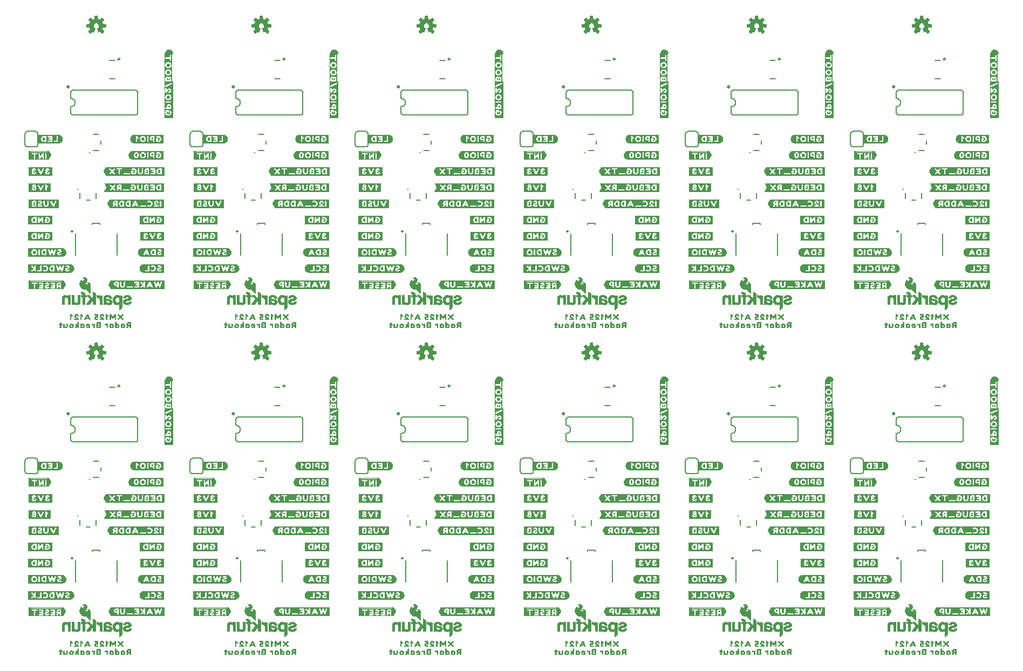
<source format=gbo>
G04 EAGLE Gerber RS-274X export*
G75*
%MOMM*%
%FSLAX34Y34*%
%LPD*%
%INSilkscreen Bottom*%
%IPPOS*%
%AMOC8*
5,1,8,0,0,1.08239X$1,22.5*%
G01*
%ADD10C,0.203200*%
%ADD11C,0.254000*%
%ADD12C,0.254000*%
%ADD13C,0.200000*%
%ADD14C,0.127000*%

G36*
X507227Y337977D02*
X507227Y337977D01*
X507222Y337984D01*
X507229Y337990D01*
X507229Y438190D01*
X507193Y438237D01*
X507186Y438232D01*
X507180Y438239D01*
X507173Y438239D01*
X507187Y438241D01*
X507229Y438284D01*
X507225Y438287D01*
X507229Y438290D01*
X507229Y438890D01*
X507226Y438894D01*
X507229Y438897D01*
X507129Y439597D01*
X507124Y439602D01*
X507127Y439606D01*
X506927Y440205D01*
X506727Y440904D01*
X506722Y440908D01*
X506724Y440912D01*
X506124Y442112D01*
X506117Y442115D01*
X506118Y442121D01*
X505720Y442619D01*
X505321Y443217D01*
X505311Y443221D01*
X505311Y443228D01*
X504811Y443628D01*
X504807Y443629D01*
X504807Y443631D01*
X503607Y444431D01*
X503603Y444431D01*
X503602Y444434D01*
X503002Y444734D01*
X502997Y444733D01*
X502996Y444737D01*
X502396Y444937D01*
X502394Y444936D01*
X502394Y444937D01*
X501694Y445137D01*
X501690Y445136D01*
X501688Y445139D01*
X501088Y445239D01*
X501083Y445236D01*
X501080Y445239D01*
X499680Y445239D01*
X499676Y445236D01*
X499673Y445239D01*
X498973Y445139D01*
X498968Y445134D01*
X498964Y445137D01*
X497764Y444737D01*
X497763Y444734D01*
X497761Y444735D01*
X497061Y444435D01*
X497056Y444427D01*
X497049Y444428D01*
X496551Y444030D01*
X495953Y443631D01*
X495950Y443624D01*
X495945Y443625D01*
X495445Y443125D01*
X495445Y443121D01*
X495442Y443121D01*
X494642Y442121D01*
X494641Y442113D01*
X494636Y442112D01*
X494036Y440912D01*
X494037Y440905D01*
X494033Y440904D01*
X494028Y440887D01*
X494014Y440837D01*
X493972Y440690D01*
X493929Y440542D01*
X493915Y440493D01*
X493873Y440345D01*
X493833Y440205D01*
X493633Y439606D01*
X493635Y439599D01*
X493631Y439597D01*
X493531Y438897D01*
X493534Y438892D01*
X493531Y438890D01*
X493531Y337990D01*
X493567Y337943D01*
X493574Y337948D01*
X493580Y337941D01*
X507180Y337941D01*
X507227Y337977D01*
G37*
G36*
X1284467Y337977D02*
X1284467Y337977D01*
X1284462Y337984D01*
X1284469Y337990D01*
X1284469Y438190D01*
X1284433Y438237D01*
X1284426Y438232D01*
X1284420Y438239D01*
X1284413Y438239D01*
X1284427Y438241D01*
X1284469Y438284D01*
X1284465Y438287D01*
X1284469Y438290D01*
X1284469Y438890D01*
X1284466Y438894D01*
X1284469Y438897D01*
X1284369Y439597D01*
X1284364Y439602D01*
X1284367Y439606D01*
X1284167Y440205D01*
X1283967Y440904D01*
X1283962Y440908D01*
X1283964Y440912D01*
X1283364Y442112D01*
X1283357Y442115D01*
X1283358Y442121D01*
X1282960Y442619D01*
X1282561Y443217D01*
X1282551Y443221D01*
X1282551Y443228D01*
X1282051Y443628D01*
X1282047Y443629D01*
X1282047Y443631D01*
X1280847Y444431D01*
X1280843Y444431D01*
X1280842Y444434D01*
X1280242Y444734D01*
X1280237Y444733D01*
X1280236Y444737D01*
X1279636Y444937D01*
X1279634Y444936D01*
X1279634Y444937D01*
X1278934Y445137D01*
X1278930Y445136D01*
X1278928Y445139D01*
X1278328Y445239D01*
X1278323Y445236D01*
X1278320Y445239D01*
X1276920Y445239D01*
X1276916Y445236D01*
X1276913Y445239D01*
X1276213Y445139D01*
X1276208Y445134D01*
X1276204Y445137D01*
X1275004Y444737D01*
X1275003Y444734D01*
X1275001Y444735D01*
X1274301Y444435D01*
X1274296Y444427D01*
X1274289Y444428D01*
X1273791Y444030D01*
X1273193Y443631D01*
X1273190Y443624D01*
X1273185Y443625D01*
X1272685Y443125D01*
X1272685Y443121D01*
X1272682Y443121D01*
X1271882Y442121D01*
X1271881Y442113D01*
X1271876Y442112D01*
X1271276Y440912D01*
X1271277Y440905D01*
X1271273Y440904D01*
X1271268Y440887D01*
X1271254Y440837D01*
X1271212Y440690D01*
X1271169Y440542D01*
X1271155Y440493D01*
X1271113Y440345D01*
X1271073Y440205D01*
X1270873Y439606D01*
X1270875Y439599D01*
X1270871Y439597D01*
X1270771Y438897D01*
X1270774Y438892D01*
X1270771Y438890D01*
X1270771Y337990D01*
X1270807Y337943D01*
X1270814Y337948D01*
X1270820Y337941D01*
X1284420Y337941D01*
X1284467Y337977D01*
G37*
G36*
X1543547Y851057D02*
X1543547Y851057D01*
X1543542Y851064D01*
X1543549Y851070D01*
X1543549Y951270D01*
X1543513Y951317D01*
X1543506Y951312D01*
X1543500Y951319D01*
X1543493Y951319D01*
X1543507Y951321D01*
X1543549Y951364D01*
X1543545Y951367D01*
X1543549Y951370D01*
X1543549Y951970D01*
X1543546Y951974D01*
X1543549Y951977D01*
X1543449Y952677D01*
X1543444Y952682D01*
X1543447Y952686D01*
X1543247Y953285D01*
X1543047Y953984D01*
X1543042Y953988D01*
X1543044Y953992D01*
X1542444Y955192D01*
X1542437Y955195D01*
X1542438Y955201D01*
X1542040Y955699D01*
X1541641Y956297D01*
X1541631Y956301D01*
X1541631Y956308D01*
X1541131Y956708D01*
X1541127Y956709D01*
X1541127Y956711D01*
X1539927Y957511D01*
X1539923Y957511D01*
X1539922Y957514D01*
X1539322Y957814D01*
X1539317Y957813D01*
X1539316Y957817D01*
X1538716Y958017D01*
X1538714Y958016D01*
X1538714Y958017D01*
X1538014Y958217D01*
X1538010Y958216D01*
X1538008Y958219D01*
X1537408Y958319D01*
X1537403Y958316D01*
X1537400Y958319D01*
X1536000Y958319D01*
X1535996Y958316D01*
X1535993Y958319D01*
X1535293Y958219D01*
X1535288Y958214D01*
X1535284Y958217D01*
X1534084Y957817D01*
X1534083Y957814D01*
X1534081Y957815D01*
X1533381Y957515D01*
X1533376Y957507D01*
X1533369Y957508D01*
X1532871Y957110D01*
X1532273Y956711D01*
X1532270Y956704D01*
X1532265Y956705D01*
X1531765Y956205D01*
X1531765Y956201D01*
X1531762Y956201D01*
X1530962Y955201D01*
X1530961Y955193D01*
X1530956Y955192D01*
X1530356Y953992D01*
X1530357Y953985D01*
X1530353Y953984D01*
X1530348Y953967D01*
X1530334Y953917D01*
X1530292Y953770D01*
X1530249Y953622D01*
X1530235Y953573D01*
X1530193Y953425D01*
X1530153Y953285D01*
X1529953Y952686D01*
X1529955Y952679D01*
X1529951Y952677D01*
X1529851Y951977D01*
X1529854Y951972D01*
X1529851Y951970D01*
X1529851Y851070D01*
X1529887Y851023D01*
X1529894Y851028D01*
X1529900Y851021D01*
X1543500Y851021D01*
X1543547Y851057D01*
G37*
G36*
X1025387Y851057D02*
X1025387Y851057D01*
X1025382Y851064D01*
X1025389Y851070D01*
X1025389Y951270D01*
X1025353Y951317D01*
X1025346Y951312D01*
X1025340Y951319D01*
X1025333Y951319D01*
X1025347Y951321D01*
X1025389Y951364D01*
X1025385Y951367D01*
X1025389Y951370D01*
X1025389Y951970D01*
X1025386Y951974D01*
X1025389Y951977D01*
X1025289Y952677D01*
X1025284Y952682D01*
X1025287Y952686D01*
X1025087Y953285D01*
X1024887Y953984D01*
X1024882Y953988D01*
X1024884Y953992D01*
X1024284Y955192D01*
X1024277Y955195D01*
X1024278Y955201D01*
X1023880Y955699D01*
X1023481Y956297D01*
X1023471Y956301D01*
X1023471Y956308D01*
X1022971Y956708D01*
X1022967Y956709D01*
X1022967Y956711D01*
X1021767Y957511D01*
X1021763Y957511D01*
X1021762Y957514D01*
X1021162Y957814D01*
X1021157Y957813D01*
X1021156Y957817D01*
X1020556Y958017D01*
X1020554Y958016D01*
X1020554Y958017D01*
X1019854Y958217D01*
X1019850Y958216D01*
X1019848Y958219D01*
X1019248Y958319D01*
X1019243Y958316D01*
X1019240Y958319D01*
X1017840Y958319D01*
X1017836Y958316D01*
X1017833Y958319D01*
X1017133Y958219D01*
X1017128Y958214D01*
X1017124Y958217D01*
X1015924Y957817D01*
X1015923Y957814D01*
X1015921Y957815D01*
X1015221Y957515D01*
X1015216Y957507D01*
X1015209Y957508D01*
X1014711Y957110D01*
X1014113Y956711D01*
X1014110Y956704D01*
X1014105Y956705D01*
X1013605Y956205D01*
X1013605Y956201D01*
X1013602Y956201D01*
X1012802Y955201D01*
X1012801Y955193D01*
X1012796Y955192D01*
X1012196Y953992D01*
X1012197Y953985D01*
X1012193Y953984D01*
X1012188Y953967D01*
X1012174Y953917D01*
X1012132Y953770D01*
X1012089Y953622D01*
X1012075Y953573D01*
X1012033Y953425D01*
X1011993Y953285D01*
X1011793Y952686D01*
X1011795Y952679D01*
X1011791Y952677D01*
X1011691Y951977D01*
X1011694Y951972D01*
X1011691Y951970D01*
X1011691Y851070D01*
X1011727Y851023D01*
X1011734Y851028D01*
X1011740Y851021D01*
X1025340Y851021D01*
X1025387Y851057D01*
G37*
G36*
X1284467Y851057D02*
X1284467Y851057D01*
X1284462Y851064D01*
X1284469Y851070D01*
X1284469Y951270D01*
X1284433Y951317D01*
X1284426Y951312D01*
X1284420Y951319D01*
X1284413Y951319D01*
X1284427Y951321D01*
X1284469Y951364D01*
X1284465Y951367D01*
X1284469Y951370D01*
X1284469Y951970D01*
X1284466Y951974D01*
X1284469Y951977D01*
X1284369Y952677D01*
X1284364Y952682D01*
X1284367Y952686D01*
X1284167Y953285D01*
X1283967Y953984D01*
X1283962Y953988D01*
X1283964Y953992D01*
X1283364Y955192D01*
X1283357Y955195D01*
X1283358Y955201D01*
X1282960Y955699D01*
X1282561Y956297D01*
X1282551Y956301D01*
X1282551Y956308D01*
X1282051Y956708D01*
X1282047Y956709D01*
X1282047Y956711D01*
X1280847Y957511D01*
X1280843Y957511D01*
X1280842Y957514D01*
X1280242Y957814D01*
X1280237Y957813D01*
X1280236Y957817D01*
X1279636Y958017D01*
X1279634Y958016D01*
X1279634Y958017D01*
X1278934Y958217D01*
X1278930Y958216D01*
X1278928Y958219D01*
X1278328Y958319D01*
X1278323Y958316D01*
X1278320Y958319D01*
X1276920Y958319D01*
X1276916Y958316D01*
X1276913Y958319D01*
X1276213Y958219D01*
X1276208Y958214D01*
X1276204Y958217D01*
X1275004Y957817D01*
X1275003Y957814D01*
X1275001Y957815D01*
X1274301Y957515D01*
X1274296Y957507D01*
X1274289Y957508D01*
X1273791Y957110D01*
X1273193Y956711D01*
X1273190Y956704D01*
X1273185Y956705D01*
X1272685Y956205D01*
X1272685Y956201D01*
X1272682Y956201D01*
X1271882Y955201D01*
X1271881Y955193D01*
X1271876Y955192D01*
X1271276Y953992D01*
X1271277Y953985D01*
X1271273Y953984D01*
X1271268Y953967D01*
X1271254Y953917D01*
X1271212Y953770D01*
X1271169Y953622D01*
X1271155Y953573D01*
X1271113Y953425D01*
X1271073Y953285D01*
X1270873Y952686D01*
X1270875Y952679D01*
X1270871Y952677D01*
X1270771Y951977D01*
X1270774Y951972D01*
X1270771Y951970D01*
X1270771Y851070D01*
X1270807Y851023D01*
X1270814Y851028D01*
X1270820Y851021D01*
X1284420Y851021D01*
X1284467Y851057D01*
G37*
G36*
X507227Y851057D02*
X507227Y851057D01*
X507222Y851064D01*
X507229Y851070D01*
X507229Y951270D01*
X507193Y951317D01*
X507186Y951312D01*
X507180Y951319D01*
X507173Y951319D01*
X507187Y951321D01*
X507229Y951364D01*
X507225Y951367D01*
X507229Y951370D01*
X507229Y951970D01*
X507226Y951974D01*
X507229Y951977D01*
X507129Y952677D01*
X507124Y952682D01*
X507127Y952686D01*
X506927Y953285D01*
X506727Y953984D01*
X506722Y953988D01*
X506724Y953992D01*
X506124Y955192D01*
X506117Y955195D01*
X506118Y955201D01*
X505720Y955699D01*
X505321Y956297D01*
X505311Y956301D01*
X505311Y956308D01*
X504811Y956708D01*
X504807Y956709D01*
X504807Y956711D01*
X503607Y957511D01*
X503603Y957511D01*
X503602Y957514D01*
X503002Y957814D01*
X502997Y957813D01*
X502996Y957817D01*
X502396Y958017D01*
X502394Y958016D01*
X502394Y958017D01*
X501694Y958217D01*
X501690Y958216D01*
X501688Y958219D01*
X501088Y958319D01*
X501083Y958316D01*
X501080Y958319D01*
X499680Y958319D01*
X499676Y958316D01*
X499673Y958319D01*
X498973Y958219D01*
X498968Y958214D01*
X498964Y958217D01*
X497764Y957817D01*
X497763Y957814D01*
X497761Y957815D01*
X497061Y957515D01*
X497056Y957507D01*
X497049Y957508D01*
X496551Y957110D01*
X495953Y956711D01*
X495950Y956704D01*
X495945Y956705D01*
X495445Y956205D01*
X495445Y956201D01*
X495442Y956201D01*
X494642Y955201D01*
X494641Y955193D01*
X494636Y955192D01*
X494036Y953992D01*
X494037Y953985D01*
X494033Y953984D01*
X494028Y953967D01*
X494014Y953917D01*
X493972Y953770D01*
X493929Y953622D01*
X493915Y953573D01*
X493873Y953425D01*
X493833Y953285D01*
X493633Y952686D01*
X493635Y952679D01*
X493631Y952677D01*
X493531Y951977D01*
X493534Y951972D01*
X493531Y951970D01*
X493531Y851070D01*
X493567Y851023D01*
X493574Y851028D01*
X493580Y851021D01*
X507180Y851021D01*
X507227Y851057D01*
G37*
G36*
X766307Y851057D02*
X766307Y851057D01*
X766302Y851064D01*
X766309Y851070D01*
X766309Y951270D01*
X766273Y951317D01*
X766266Y951312D01*
X766260Y951319D01*
X766253Y951319D01*
X766267Y951321D01*
X766309Y951364D01*
X766305Y951367D01*
X766309Y951370D01*
X766309Y951970D01*
X766306Y951974D01*
X766309Y951977D01*
X766209Y952677D01*
X766204Y952682D01*
X766207Y952686D01*
X766007Y953285D01*
X765807Y953984D01*
X765802Y953988D01*
X765804Y953992D01*
X765204Y955192D01*
X765197Y955195D01*
X765198Y955201D01*
X764800Y955699D01*
X764401Y956297D01*
X764391Y956301D01*
X764391Y956308D01*
X763891Y956708D01*
X763887Y956709D01*
X763887Y956711D01*
X762687Y957511D01*
X762683Y957511D01*
X762682Y957514D01*
X762082Y957814D01*
X762077Y957813D01*
X762076Y957817D01*
X761476Y958017D01*
X761474Y958016D01*
X761474Y958017D01*
X760774Y958217D01*
X760770Y958216D01*
X760768Y958219D01*
X760168Y958319D01*
X760163Y958316D01*
X760160Y958319D01*
X758760Y958319D01*
X758756Y958316D01*
X758753Y958319D01*
X758053Y958219D01*
X758048Y958214D01*
X758044Y958217D01*
X756844Y957817D01*
X756843Y957814D01*
X756841Y957815D01*
X756141Y957515D01*
X756136Y957507D01*
X756129Y957508D01*
X755631Y957110D01*
X755033Y956711D01*
X755030Y956704D01*
X755025Y956705D01*
X754525Y956205D01*
X754525Y956201D01*
X754522Y956201D01*
X753722Y955201D01*
X753721Y955193D01*
X753716Y955192D01*
X753116Y953992D01*
X753117Y953985D01*
X753113Y953984D01*
X753108Y953967D01*
X753094Y953917D01*
X753052Y953770D01*
X753009Y953622D01*
X752995Y953573D01*
X752953Y953425D01*
X752913Y953285D01*
X752713Y952686D01*
X752715Y952679D01*
X752711Y952677D01*
X752611Y951977D01*
X752614Y951972D01*
X752611Y951970D01*
X752611Y851070D01*
X752647Y851023D01*
X752654Y851028D01*
X752660Y851021D01*
X766260Y851021D01*
X766307Y851057D01*
G37*
G36*
X248147Y851057D02*
X248147Y851057D01*
X248142Y851064D01*
X248149Y851070D01*
X248149Y951270D01*
X248113Y951317D01*
X248106Y951312D01*
X248100Y951319D01*
X248093Y951319D01*
X248107Y951321D01*
X248149Y951364D01*
X248145Y951367D01*
X248149Y951370D01*
X248149Y951970D01*
X248146Y951974D01*
X248149Y951977D01*
X248049Y952677D01*
X248044Y952682D01*
X248047Y952686D01*
X247847Y953285D01*
X247647Y953984D01*
X247642Y953988D01*
X247644Y953992D01*
X247044Y955192D01*
X247037Y955195D01*
X247038Y955201D01*
X246640Y955699D01*
X246241Y956297D01*
X246231Y956301D01*
X246231Y956308D01*
X245731Y956708D01*
X245727Y956709D01*
X245727Y956711D01*
X244527Y957511D01*
X244523Y957511D01*
X244522Y957514D01*
X243922Y957814D01*
X243917Y957813D01*
X243916Y957817D01*
X243316Y958017D01*
X243314Y958016D01*
X243314Y958017D01*
X242614Y958217D01*
X242610Y958216D01*
X242608Y958219D01*
X242008Y958319D01*
X242003Y958316D01*
X242000Y958319D01*
X240600Y958319D01*
X240596Y958316D01*
X240593Y958319D01*
X239893Y958219D01*
X239888Y958214D01*
X239884Y958217D01*
X238684Y957817D01*
X238683Y957814D01*
X238681Y957815D01*
X237981Y957515D01*
X237976Y957507D01*
X237969Y957508D01*
X237471Y957110D01*
X236873Y956711D01*
X236870Y956704D01*
X236865Y956705D01*
X236365Y956205D01*
X236365Y956201D01*
X236362Y956201D01*
X235562Y955201D01*
X235561Y955193D01*
X235556Y955192D01*
X234956Y953992D01*
X234957Y953985D01*
X234953Y953984D01*
X234948Y953967D01*
X234934Y953917D01*
X234892Y953770D01*
X234849Y953622D01*
X234835Y953573D01*
X234793Y953425D01*
X234753Y953285D01*
X234553Y952686D01*
X234555Y952679D01*
X234551Y952677D01*
X234451Y951977D01*
X234454Y951972D01*
X234451Y951970D01*
X234451Y851070D01*
X234487Y851023D01*
X234494Y851028D01*
X234500Y851021D01*
X248100Y851021D01*
X248147Y851057D01*
G37*
G36*
X1025387Y337977D02*
X1025387Y337977D01*
X1025382Y337984D01*
X1025389Y337990D01*
X1025389Y438190D01*
X1025353Y438237D01*
X1025346Y438232D01*
X1025340Y438239D01*
X1025333Y438239D01*
X1025347Y438241D01*
X1025389Y438284D01*
X1025385Y438287D01*
X1025389Y438290D01*
X1025389Y438890D01*
X1025386Y438894D01*
X1025389Y438897D01*
X1025289Y439597D01*
X1025284Y439602D01*
X1025287Y439606D01*
X1025087Y440205D01*
X1024887Y440904D01*
X1024882Y440908D01*
X1024884Y440912D01*
X1024284Y442112D01*
X1024277Y442115D01*
X1024278Y442121D01*
X1023880Y442619D01*
X1023481Y443217D01*
X1023471Y443221D01*
X1023471Y443228D01*
X1022971Y443628D01*
X1022967Y443629D01*
X1022967Y443631D01*
X1021767Y444431D01*
X1021763Y444431D01*
X1021762Y444434D01*
X1021162Y444734D01*
X1021157Y444733D01*
X1021156Y444737D01*
X1020556Y444937D01*
X1020554Y444936D01*
X1020554Y444937D01*
X1019854Y445137D01*
X1019850Y445136D01*
X1019848Y445139D01*
X1019248Y445239D01*
X1019243Y445236D01*
X1019240Y445239D01*
X1017840Y445239D01*
X1017836Y445236D01*
X1017833Y445239D01*
X1017133Y445139D01*
X1017128Y445134D01*
X1017124Y445137D01*
X1015924Y444737D01*
X1015923Y444734D01*
X1015921Y444735D01*
X1015221Y444435D01*
X1015216Y444427D01*
X1015209Y444428D01*
X1014711Y444030D01*
X1014113Y443631D01*
X1014110Y443624D01*
X1014105Y443625D01*
X1013605Y443125D01*
X1013605Y443121D01*
X1013602Y443121D01*
X1012802Y442121D01*
X1012801Y442113D01*
X1012796Y442112D01*
X1012196Y440912D01*
X1012197Y440905D01*
X1012193Y440904D01*
X1012188Y440887D01*
X1012174Y440837D01*
X1012132Y440690D01*
X1012089Y440542D01*
X1012075Y440493D01*
X1012033Y440345D01*
X1011993Y440205D01*
X1011793Y439606D01*
X1011795Y439599D01*
X1011791Y439597D01*
X1011691Y438897D01*
X1011694Y438892D01*
X1011691Y438890D01*
X1011691Y337990D01*
X1011727Y337943D01*
X1011734Y337948D01*
X1011740Y337941D01*
X1025340Y337941D01*
X1025387Y337977D01*
G37*
G36*
X766307Y337977D02*
X766307Y337977D01*
X766302Y337984D01*
X766309Y337990D01*
X766309Y438190D01*
X766273Y438237D01*
X766266Y438232D01*
X766260Y438239D01*
X766253Y438239D01*
X766267Y438241D01*
X766309Y438284D01*
X766305Y438287D01*
X766309Y438290D01*
X766309Y438890D01*
X766306Y438894D01*
X766309Y438897D01*
X766209Y439597D01*
X766204Y439602D01*
X766207Y439606D01*
X766007Y440205D01*
X765807Y440904D01*
X765802Y440908D01*
X765804Y440912D01*
X765204Y442112D01*
X765197Y442115D01*
X765198Y442121D01*
X764800Y442619D01*
X764401Y443217D01*
X764391Y443221D01*
X764391Y443228D01*
X763891Y443628D01*
X763887Y443629D01*
X763887Y443631D01*
X762687Y444431D01*
X762683Y444431D01*
X762682Y444434D01*
X762082Y444734D01*
X762077Y444733D01*
X762076Y444737D01*
X761476Y444937D01*
X761474Y444936D01*
X761474Y444937D01*
X760774Y445137D01*
X760770Y445136D01*
X760768Y445139D01*
X760168Y445239D01*
X760163Y445236D01*
X760160Y445239D01*
X758760Y445239D01*
X758756Y445236D01*
X758753Y445239D01*
X758053Y445139D01*
X758048Y445134D01*
X758044Y445137D01*
X756844Y444737D01*
X756843Y444734D01*
X756841Y444735D01*
X756141Y444435D01*
X756136Y444427D01*
X756129Y444428D01*
X755631Y444030D01*
X755033Y443631D01*
X755030Y443624D01*
X755025Y443625D01*
X754525Y443125D01*
X754525Y443121D01*
X754522Y443121D01*
X753722Y442121D01*
X753721Y442113D01*
X753716Y442112D01*
X753116Y440912D01*
X753117Y440905D01*
X753113Y440904D01*
X753108Y440887D01*
X753094Y440837D01*
X753052Y440690D01*
X753009Y440542D01*
X752995Y440493D01*
X752953Y440345D01*
X752913Y440205D01*
X752713Y439606D01*
X752715Y439599D01*
X752711Y439597D01*
X752611Y438897D01*
X752614Y438892D01*
X752611Y438890D01*
X752611Y337990D01*
X752647Y337943D01*
X752654Y337948D01*
X752660Y337941D01*
X766260Y337941D01*
X766307Y337977D01*
G37*
G36*
X248147Y337977D02*
X248147Y337977D01*
X248142Y337984D01*
X248149Y337990D01*
X248149Y438190D01*
X248113Y438237D01*
X248106Y438232D01*
X248100Y438239D01*
X248093Y438239D01*
X248107Y438241D01*
X248149Y438284D01*
X248145Y438287D01*
X248149Y438290D01*
X248149Y438890D01*
X248146Y438894D01*
X248149Y438897D01*
X248049Y439597D01*
X248044Y439602D01*
X248047Y439606D01*
X247847Y440205D01*
X247647Y440904D01*
X247642Y440908D01*
X247644Y440912D01*
X247044Y442112D01*
X247037Y442115D01*
X247038Y442121D01*
X246640Y442619D01*
X246241Y443217D01*
X246231Y443221D01*
X246231Y443228D01*
X245731Y443628D01*
X245727Y443629D01*
X245727Y443631D01*
X244527Y444431D01*
X244523Y444431D01*
X244522Y444434D01*
X243922Y444734D01*
X243917Y444733D01*
X243916Y444737D01*
X243316Y444937D01*
X243314Y444936D01*
X243314Y444937D01*
X242614Y445137D01*
X242610Y445136D01*
X242608Y445139D01*
X242008Y445239D01*
X242003Y445236D01*
X242000Y445239D01*
X240600Y445239D01*
X240596Y445236D01*
X240593Y445239D01*
X239893Y445139D01*
X239888Y445134D01*
X239884Y445137D01*
X238684Y444737D01*
X238683Y444734D01*
X238681Y444735D01*
X237981Y444435D01*
X237976Y444427D01*
X237969Y444428D01*
X237471Y444030D01*
X236873Y443631D01*
X236870Y443624D01*
X236865Y443625D01*
X236365Y443125D01*
X236365Y443121D01*
X236362Y443121D01*
X235562Y442121D01*
X235561Y442113D01*
X235556Y442112D01*
X234956Y440912D01*
X234957Y440905D01*
X234953Y440904D01*
X234948Y440887D01*
X234934Y440837D01*
X234892Y440690D01*
X234849Y440542D01*
X234835Y440493D01*
X234793Y440345D01*
X234753Y440205D01*
X234553Y439606D01*
X234555Y439599D01*
X234551Y439597D01*
X234451Y438897D01*
X234454Y438892D01*
X234451Y438890D01*
X234451Y337990D01*
X234487Y337943D01*
X234494Y337948D01*
X234500Y337941D01*
X248100Y337941D01*
X248147Y337977D01*
G37*
G36*
X1543547Y337977D02*
X1543547Y337977D01*
X1543542Y337984D01*
X1543549Y337990D01*
X1543549Y438190D01*
X1543513Y438237D01*
X1543506Y438232D01*
X1543500Y438239D01*
X1543493Y438239D01*
X1543507Y438241D01*
X1543549Y438284D01*
X1543545Y438287D01*
X1543549Y438290D01*
X1543549Y438890D01*
X1543546Y438894D01*
X1543549Y438897D01*
X1543449Y439597D01*
X1543444Y439602D01*
X1543447Y439606D01*
X1543247Y440205D01*
X1543047Y440904D01*
X1543042Y440908D01*
X1543044Y440912D01*
X1542444Y442112D01*
X1542437Y442115D01*
X1542438Y442121D01*
X1542040Y442619D01*
X1541641Y443217D01*
X1541631Y443221D01*
X1541631Y443228D01*
X1541131Y443628D01*
X1541127Y443629D01*
X1541127Y443631D01*
X1539927Y444431D01*
X1539923Y444431D01*
X1539922Y444434D01*
X1539322Y444734D01*
X1539317Y444733D01*
X1539316Y444737D01*
X1538716Y444937D01*
X1538714Y444936D01*
X1538714Y444937D01*
X1538014Y445137D01*
X1538010Y445136D01*
X1538008Y445139D01*
X1537408Y445239D01*
X1537403Y445236D01*
X1537400Y445239D01*
X1536000Y445239D01*
X1535996Y445236D01*
X1535993Y445239D01*
X1535293Y445139D01*
X1535288Y445134D01*
X1535284Y445137D01*
X1534084Y444737D01*
X1534083Y444734D01*
X1534081Y444735D01*
X1533381Y444435D01*
X1533376Y444427D01*
X1533369Y444428D01*
X1532871Y444030D01*
X1532273Y443631D01*
X1532270Y443624D01*
X1532265Y443625D01*
X1531765Y443125D01*
X1531765Y443121D01*
X1531762Y443121D01*
X1530962Y442121D01*
X1530961Y442113D01*
X1530956Y442112D01*
X1530356Y440912D01*
X1530357Y440905D01*
X1530353Y440904D01*
X1530348Y440887D01*
X1530334Y440837D01*
X1530292Y440690D01*
X1530249Y440542D01*
X1530235Y440493D01*
X1530193Y440345D01*
X1530153Y440205D01*
X1529953Y439606D01*
X1529955Y439599D01*
X1529951Y439597D01*
X1529851Y438897D01*
X1529854Y438892D01*
X1529851Y438890D01*
X1529851Y337990D01*
X1529887Y337943D01*
X1529894Y337948D01*
X1529900Y337941D01*
X1543500Y337941D01*
X1543547Y337977D01*
G37*
G36*
X233590Y760253D02*
X233590Y760253D01*
X233602Y760255D01*
X233902Y760755D01*
X233902Y760758D01*
X233903Y760759D01*
X233902Y760761D01*
X233900Y760773D01*
X233909Y760780D01*
X233909Y773680D01*
X233880Y773718D01*
X233878Y773726D01*
X233378Y773926D01*
X233366Y773922D01*
X233365Y773922D01*
X233360Y773929D01*
X142460Y773929D01*
X142451Y773922D01*
X142448Y773922D01*
X142444Y773919D01*
X142435Y773922D01*
X141935Y773622D01*
X141927Y773604D01*
X141916Y773602D01*
X138916Y767502D01*
X138918Y767491D01*
X138911Y767488D01*
X138811Y766888D01*
X138821Y766869D01*
X138816Y766858D01*
X141816Y760758D01*
X141823Y760755D01*
X141822Y760749D01*
X142222Y760249D01*
X142252Y760242D01*
X142260Y760231D01*
X233560Y760231D01*
X233590Y760253D01*
G37*
G36*
X1528990Y760253D02*
X1528990Y760253D01*
X1529002Y760255D01*
X1529302Y760755D01*
X1529302Y760758D01*
X1529303Y760759D01*
X1529302Y760761D01*
X1529300Y760773D01*
X1529309Y760780D01*
X1529309Y773680D01*
X1529280Y773718D01*
X1529278Y773726D01*
X1528778Y773926D01*
X1528766Y773922D01*
X1528765Y773922D01*
X1528760Y773929D01*
X1437860Y773929D01*
X1437851Y773922D01*
X1437848Y773922D01*
X1437844Y773919D01*
X1437835Y773922D01*
X1437335Y773622D01*
X1437327Y773604D01*
X1437316Y773602D01*
X1434316Y767502D01*
X1434318Y767491D01*
X1434311Y767488D01*
X1434211Y766888D01*
X1434221Y766869D01*
X1434216Y766858D01*
X1437216Y760758D01*
X1437223Y760755D01*
X1437222Y760749D01*
X1437622Y760249D01*
X1437652Y760242D01*
X1437660Y760231D01*
X1528960Y760231D01*
X1528990Y760253D01*
G37*
G36*
X1010830Y247173D02*
X1010830Y247173D01*
X1010842Y247175D01*
X1011142Y247675D01*
X1011142Y247678D01*
X1011143Y247679D01*
X1011142Y247681D01*
X1011140Y247693D01*
X1011149Y247700D01*
X1011149Y260600D01*
X1011120Y260638D01*
X1011118Y260646D01*
X1010618Y260846D01*
X1010606Y260842D01*
X1010605Y260842D01*
X1010600Y260849D01*
X919700Y260849D01*
X919691Y260842D01*
X919688Y260842D01*
X919684Y260839D01*
X919675Y260842D01*
X919175Y260542D01*
X919167Y260524D01*
X919156Y260522D01*
X916156Y254422D01*
X916158Y254411D01*
X916151Y254408D01*
X916051Y253808D01*
X916061Y253789D01*
X916056Y253778D01*
X919056Y247678D01*
X919063Y247675D01*
X919062Y247669D01*
X919462Y247169D01*
X919492Y247162D01*
X919500Y247151D01*
X1010800Y247151D01*
X1010830Y247173D01*
G37*
G36*
X1269910Y760253D02*
X1269910Y760253D01*
X1269922Y760255D01*
X1270222Y760755D01*
X1270222Y760758D01*
X1270223Y760759D01*
X1270222Y760761D01*
X1270220Y760773D01*
X1270229Y760780D01*
X1270229Y773680D01*
X1270200Y773718D01*
X1270198Y773726D01*
X1269698Y773926D01*
X1269686Y773922D01*
X1269685Y773922D01*
X1269680Y773929D01*
X1178780Y773929D01*
X1178771Y773922D01*
X1178768Y773922D01*
X1178764Y773919D01*
X1178755Y773922D01*
X1178255Y773622D01*
X1178247Y773604D01*
X1178236Y773602D01*
X1175236Y767502D01*
X1175238Y767491D01*
X1175231Y767488D01*
X1175131Y766888D01*
X1175141Y766869D01*
X1175136Y766858D01*
X1178136Y760758D01*
X1178143Y760755D01*
X1178142Y760749D01*
X1178542Y760249D01*
X1178572Y760242D01*
X1178580Y760231D01*
X1269880Y760231D01*
X1269910Y760253D01*
G37*
G36*
X233590Y247173D02*
X233590Y247173D01*
X233602Y247175D01*
X233902Y247675D01*
X233902Y247678D01*
X233903Y247679D01*
X233902Y247681D01*
X233900Y247693D01*
X233909Y247700D01*
X233909Y260600D01*
X233880Y260638D01*
X233878Y260646D01*
X233378Y260846D01*
X233366Y260842D01*
X233365Y260842D01*
X233360Y260849D01*
X142460Y260849D01*
X142451Y260842D01*
X142448Y260842D01*
X142444Y260839D01*
X142435Y260842D01*
X141935Y260542D01*
X141927Y260524D01*
X141916Y260522D01*
X138916Y254422D01*
X138918Y254411D01*
X138911Y254408D01*
X138811Y253808D01*
X138821Y253789D01*
X138816Y253778D01*
X141816Y247678D01*
X141823Y247675D01*
X141822Y247669D01*
X142222Y247169D01*
X142252Y247162D01*
X142260Y247151D01*
X233560Y247151D01*
X233590Y247173D01*
G37*
G36*
X751750Y760253D02*
X751750Y760253D01*
X751762Y760255D01*
X752062Y760755D01*
X752062Y760758D01*
X752063Y760759D01*
X752062Y760761D01*
X752060Y760773D01*
X752069Y760780D01*
X752069Y773680D01*
X752040Y773718D01*
X752038Y773726D01*
X751538Y773926D01*
X751526Y773922D01*
X751525Y773922D01*
X751520Y773929D01*
X660620Y773929D01*
X660611Y773922D01*
X660608Y773922D01*
X660604Y773919D01*
X660595Y773922D01*
X660095Y773622D01*
X660087Y773604D01*
X660076Y773602D01*
X657076Y767502D01*
X657078Y767491D01*
X657071Y767488D01*
X656971Y766888D01*
X656981Y766869D01*
X656976Y766858D01*
X659976Y760758D01*
X659983Y760755D01*
X659982Y760749D01*
X660382Y760249D01*
X660412Y760242D01*
X660420Y760231D01*
X751720Y760231D01*
X751750Y760253D01*
G37*
G36*
X492670Y760253D02*
X492670Y760253D01*
X492682Y760255D01*
X492982Y760755D01*
X492982Y760758D01*
X492983Y760759D01*
X492982Y760761D01*
X492980Y760773D01*
X492989Y760780D01*
X492989Y773680D01*
X492960Y773718D01*
X492958Y773726D01*
X492458Y773926D01*
X492446Y773922D01*
X492445Y773922D01*
X492440Y773929D01*
X401540Y773929D01*
X401531Y773922D01*
X401528Y773922D01*
X401524Y773919D01*
X401515Y773922D01*
X401015Y773622D01*
X401007Y773604D01*
X400996Y773602D01*
X397996Y767502D01*
X397998Y767491D01*
X397991Y767488D01*
X397891Y766888D01*
X397901Y766869D01*
X397896Y766858D01*
X400896Y760758D01*
X400903Y760755D01*
X400902Y760749D01*
X401302Y760249D01*
X401332Y760242D01*
X401340Y760231D01*
X492640Y760231D01*
X492670Y760253D01*
G37*
G36*
X1010830Y760253D02*
X1010830Y760253D01*
X1010842Y760255D01*
X1011142Y760755D01*
X1011142Y760758D01*
X1011143Y760759D01*
X1011142Y760761D01*
X1011140Y760773D01*
X1011149Y760780D01*
X1011149Y773680D01*
X1011120Y773718D01*
X1011118Y773726D01*
X1010618Y773926D01*
X1010606Y773922D01*
X1010605Y773922D01*
X1010600Y773929D01*
X919700Y773929D01*
X919691Y773922D01*
X919688Y773922D01*
X919684Y773919D01*
X919675Y773922D01*
X919175Y773622D01*
X919167Y773604D01*
X919156Y773602D01*
X916156Y767502D01*
X916158Y767491D01*
X916151Y767488D01*
X916051Y766888D01*
X916061Y766869D01*
X916056Y766858D01*
X919056Y760758D01*
X919063Y760755D01*
X919062Y760749D01*
X919462Y760249D01*
X919492Y760242D01*
X919500Y760231D01*
X1010800Y760231D01*
X1010830Y760253D01*
G37*
G36*
X492670Y247173D02*
X492670Y247173D01*
X492682Y247175D01*
X492982Y247675D01*
X492982Y247678D01*
X492983Y247679D01*
X492982Y247681D01*
X492980Y247693D01*
X492989Y247700D01*
X492989Y260600D01*
X492960Y260638D01*
X492958Y260646D01*
X492458Y260846D01*
X492446Y260842D01*
X492445Y260842D01*
X492440Y260849D01*
X401540Y260849D01*
X401531Y260842D01*
X401528Y260842D01*
X401524Y260839D01*
X401515Y260842D01*
X401015Y260542D01*
X401007Y260524D01*
X400996Y260522D01*
X397996Y254422D01*
X397998Y254411D01*
X397991Y254408D01*
X397891Y253808D01*
X397901Y253789D01*
X397896Y253778D01*
X400896Y247678D01*
X400903Y247675D01*
X400902Y247669D01*
X401302Y247169D01*
X401332Y247162D01*
X401340Y247151D01*
X492640Y247151D01*
X492670Y247173D01*
G37*
G36*
X1528990Y247173D02*
X1528990Y247173D01*
X1529002Y247175D01*
X1529302Y247675D01*
X1529302Y247678D01*
X1529303Y247679D01*
X1529302Y247681D01*
X1529300Y247693D01*
X1529309Y247700D01*
X1529309Y260600D01*
X1529280Y260638D01*
X1529278Y260646D01*
X1528778Y260846D01*
X1528766Y260842D01*
X1528765Y260842D01*
X1528760Y260849D01*
X1437860Y260849D01*
X1437851Y260842D01*
X1437848Y260842D01*
X1437844Y260839D01*
X1437835Y260842D01*
X1437335Y260542D01*
X1437327Y260524D01*
X1437316Y260522D01*
X1434316Y254422D01*
X1434318Y254411D01*
X1434311Y254408D01*
X1434211Y253808D01*
X1434221Y253789D01*
X1434216Y253778D01*
X1437216Y247678D01*
X1437223Y247675D01*
X1437222Y247669D01*
X1437622Y247169D01*
X1437652Y247162D01*
X1437660Y247151D01*
X1528960Y247151D01*
X1528990Y247173D01*
G37*
G36*
X751750Y247173D02*
X751750Y247173D01*
X751762Y247175D01*
X752062Y247675D01*
X752062Y247678D01*
X752063Y247679D01*
X752062Y247681D01*
X752060Y247693D01*
X752069Y247700D01*
X752069Y260600D01*
X752040Y260638D01*
X752038Y260646D01*
X751538Y260846D01*
X751526Y260842D01*
X751525Y260842D01*
X751520Y260849D01*
X660620Y260849D01*
X660611Y260842D01*
X660608Y260842D01*
X660604Y260839D01*
X660595Y260842D01*
X660095Y260542D01*
X660087Y260524D01*
X660076Y260522D01*
X657076Y254422D01*
X657078Y254411D01*
X657071Y254408D01*
X656971Y253808D01*
X656981Y253789D01*
X656976Y253778D01*
X659976Y247678D01*
X659983Y247675D01*
X659982Y247669D01*
X660382Y247169D01*
X660412Y247162D01*
X660420Y247151D01*
X751720Y247151D01*
X751750Y247173D01*
G37*
G36*
X1269910Y247173D02*
X1269910Y247173D01*
X1269922Y247175D01*
X1270222Y247675D01*
X1270222Y247678D01*
X1270223Y247679D01*
X1270222Y247681D01*
X1270220Y247693D01*
X1270229Y247700D01*
X1270229Y260600D01*
X1270200Y260638D01*
X1270198Y260646D01*
X1269698Y260846D01*
X1269686Y260842D01*
X1269685Y260842D01*
X1269680Y260849D01*
X1178780Y260849D01*
X1178771Y260842D01*
X1178768Y260842D01*
X1178764Y260839D01*
X1178755Y260842D01*
X1178255Y260542D01*
X1178247Y260524D01*
X1178236Y260522D01*
X1175236Y254422D01*
X1175238Y254411D01*
X1175231Y254408D01*
X1175131Y253808D01*
X1175141Y253789D01*
X1175136Y253778D01*
X1178136Y247678D01*
X1178143Y247675D01*
X1178142Y247669D01*
X1178542Y247169D01*
X1178572Y247162D01*
X1178580Y247151D01*
X1269880Y247151D01*
X1269910Y247173D01*
G37*
G36*
X232686Y221770D02*
X232686Y221770D01*
X232699Y221770D01*
X232999Y222170D01*
X232999Y222178D01*
X233003Y222181D01*
X232999Y222185D01*
X232999Y222192D01*
X233009Y222200D01*
X233009Y235100D01*
X232993Y235121D01*
X232995Y235135D01*
X232695Y235435D01*
X232670Y235438D01*
X232667Y235442D01*
X232665Y235442D01*
X232660Y235449D01*
X229660Y235449D01*
X229624Y235422D01*
X229615Y235419D01*
X229603Y235392D01*
X229589Y235440D01*
X229571Y235434D01*
X229560Y235449D01*
X139560Y235449D01*
X139556Y235446D01*
X139551Y235448D01*
X139546Y235439D01*
X139513Y235413D01*
X139517Y235407D01*
X139516Y235406D01*
X139524Y235395D01*
X139516Y235378D01*
X139816Y234778D01*
X142807Y228696D01*
X142614Y228119D01*
X139616Y222122D01*
X139618Y222110D01*
X139617Y222109D01*
X139619Y222107D01*
X139626Y222069D01*
X139625Y222065D01*
X139925Y221765D01*
X139952Y221762D01*
X139960Y221751D01*
X232660Y221751D01*
X232686Y221770D01*
G37*
G36*
X1009926Y221770D02*
X1009926Y221770D01*
X1009939Y221770D01*
X1010239Y222170D01*
X1010239Y222178D01*
X1010243Y222181D01*
X1010239Y222185D01*
X1010239Y222192D01*
X1010249Y222200D01*
X1010249Y235100D01*
X1010233Y235121D01*
X1010235Y235135D01*
X1009935Y235435D01*
X1009910Y235438D01*
X1009907Y235442D01*
X1009905Y235442D01*
X1009900Y235449D01*
X1006900Y235449D01*
X1006864Y235422D01*
X1006855Y235419D01*
X1006843Y235392D01*
X1006829Y235440D01*
X1006811Y235434D01*
X1006800Y235449D01*
X916800Y235449D01*
X916796Y235446D01*
X916791Y235448D01*
X916786Y235439D01*
X916753Y235413D01*
X916757Y235407D01*
X916756Y235406D01*
X916764Y235395D01*
X916756Y235378D01*
X917056Y234778D01*
X920047Y228696D01*
X919854Y228119D01*
X916856Y222122D01*
X916858Y222110D01*
X916857Y222109D01*
X916859Y222107D01*
X916866Y222069D01*
X916865Y222065D01*
X917165Y221765D01*
X917192Y221762D01*
X917200Y221751D01*
X1009900Y221751D01*
X1009926Y221770D01*
G37*
G36*
X750846Y221770D02*
X750846Y221770D01*
X750859Y221770D01*
X751159Y222170D01*
X751159Y222178D01*
X751163Y222181D01*
X751159Y222185D01*
X751159Y222192D01*
X751169Y222200D01*
X751169Y235100D01*
X751153Y235121D01*
X751155Y235135D01*
X750855Y235435D01*
X750830Y235438D01*
X750827Y235442D01*
X750825Y235442D01*
X750820Y235449D01*
X747820Y235449D01*
X747784Y235422D01*
X747775Y235419D01*
X747763Y235392D01*
X747749Y235440D01*
X747731Y235434D01*
X747720Y235449D01*
X657720Y235449D01*
X657716Y235446D01*
X657711Y235448D01*
X657706Y235439D01*
X657673Y235413D01*
X657677Y235407D01*
X657676Y235406D01*
X657684Y235395D01*
X657676Y235378D01*
X657976Y234778D01*
X660967Y228696D01*
X660774Y228119D01*
X657776Y222122D01*
X657778Y222110D01*
X657777Y222109D01*
X657779Y222107D01*
X657786Y222069D01*
X657785Y222065D01*
X658085Y221765D01*
X658112Y221762D01*
X658120Y221751D01*
X750820Y221751D01*
X750846Y221770D01*
G37*
G36*
X491766Y221770D02*
X491766Y221770D01*
X491779Y221770D01*
X492079Y222170D01*
X492079Y222178D01*
X492083Y222181D01*
X492079Y222185D01*
X492079Y222192D01*
X492089Y222200D01*
X492089Y235100D01*
X492073Y235121D01*
X492075Y235135D01*
X491775Y235435D01*
X491750Y235438D01*
X491747Y235442D01*
X491745Y235442D01*
X491740Y235449D01*
X488740Y235449D01*
X488704Y235422D01*
X488695Y235419D01*
X488683Y235392D01*
X488669Y235440D01*
X488651Y235434D01*
X488640Y235449D01*
X398640Y235449D01*
X398636Y235446D01*
X398631Y235448D01*
X398626Y235439D01*
X398593Y235413D01*
X398597Y235407D01*
X398596Y235406D01*
X398604Y235395D01*
X398596Y235378D01*
X398896Y234778D01*
X401887Y228696D01*
X401694Y228119D01*
X398696Y222122D01*
X398698Y222110D01*
X398697Y222109D01*
X398699Y222107D01*
X398706Y222069D01*
X398705Y222065D01*
X399005Y221765D01*
X399032Y221762D01*
X399040Y221751D01*
X491740Y221751D01*
X491766Y221770D01*
G37*
G36*
X1528086Y734850D02*
X1528086Y734850D01*
X1528099Y734850D01*
X1528399Y735250D01*
X1528399Y735258D01*
X1528403Y735261D01*
X1528399Y735265D01*
X1528399Y735272D01*
X1528409Y735280D01*
X1528409Y748180D01*
X1528393Y748201D01*
X1528395Y748215D01*
X1528095Y748515D01*
X1528070Y748518D01*
X1528067Y748522D01*
X1528065Y748522D01*
X1528060Y748529D01*
X1525060Y748529D01*
X1525024Y748502D01*
X1525015Y748499D01*
X1525003Y748472D01*
X1524989Y748520D01*
X1524971Y748514D01*
X1524960Y748529D01*
X1434960Y748529D01*
X1434956Y748526D01*
X1434951Y748528D01*
X1434946Y748519D01*
X1434913Y748493D01*
X1434917Y748487D01*
X1434916Y748486D01*
X1434924Y748475D01*
X1434916Y748458D01*
X1435216Y747858D01*
X1438207Y741776D01*
X1438014Y741199D01*
X1435016Y735202D01*
X1435018Y735190D01*
X1435017Y735189D01*
X1435019Y735187D01*
X1435026Y735149D01*
X1435025Y735145D01*
X1435325Y734845D01*
X1435352Y734842D01*
X1435360Y734831D01*
X1528060Y734831D01*
X1528086Y734850D01*
G37*
G36*
X750846Y734850D02*
X750846Y734850D01*
X750859Y734850D01*
X751159Y735250D01*
X751159Y735258D01*
X751163Y735261D01*
X751159Y735265D01*
X751159Y735272D01*
X751169Y735280D01*
X751169Y748180D01*
X751153Y748201D01*
X751155Y748215D01*
X750855Y748515D01*
X750830Y748518D01*
X750827Y748522D01*
X750825Y748522D01*
X750820Y748529D01*
X747820Y748529D01*
X747784Y748502D01*
X747775Y748499D01*
X747763Y748472D01*
X747749Y748520D01*
X747731Y748514D01*
X747720Y748529D01*
X657720Y748529D01*
X657716Y748526D01*
X657711Y748528D01*
X657706Y748519D01*
X657673Y748493D01*
X657677Y748487D01*
X657676Y748486D01*
X657684Y748475D01*
X657676Y748458D01*
X657976Y747858D01*
X660967Y741776D01*
X660774Y741199D01*
X657776Y735202D01*
X657778Y735190D01*
X657777Y735189D01*
X657779Y735187D01*
X657786Y735149D01*
X657785Y735145D01*
X658085Y734845D01*
X658112Y734842D01*
X658120Y734831D01*
X750820Y734831D01*
X750846Y734850D01*
G37*
G36*
X1528086Y221770D02*
X1528086Y221770D01*
X1528099Y221770D01*
X1528399Y222170D01*
X1528399Y222178D01*
X1528403Y222181D01*
X1528399Y222185D01*
X1528399Y222192D01*
X1528409Y222200D01*
X1528409Y235100D01*
X1528393Y235121D01*
X1528395Y235135D01*
X1528095Y235435D01*
X1528070Y235438D01*
X1528067Y235442D01*
X1528065Y235442D01*
X1528060Y235449D01*
X1525060Y235449D01*
X1525024Y235422D01*
X1525015Y235419D01*
X1525003Y235392D01*
X1524989Y235440D01*
X1524971Y235434D01*
X1524960Y235449D01*
X1434960Y235449D01*
X1434956Y235446D01*
X1434951Y235448D01*
X1434946Y235439D01*
X1434913Y235413D01*
X1434917Y235407D01*
X1434916Y235406D01*
X1434924Y235395D01*
X1434916Y235378D01*
X1435216Y234778D01*
X1438207Y228696D01*
X1438014Y228119D01*
X1435016Y222122D01*
X1435018Y222110D01*
X1435017Y222109D01*
X1435019Y222107D01*
X1435026Y222069D01*
X1435025Y222065D01*
X1435325Y221765D01*
X1435352Y221762D01*
X1435360Y221751D01*
X1528060Y221751D01*
X1528086Y221770D01*
G37*
G36*
X1269006Y734850D02*
X1269006Y734850D01*
X1269019Y734850D01*
X1269319Y735250D01*
X1269319Y735258D01*
X1269323Y735261D01*
X1269319Y735265D01*
X1269319Y735272D01*
X1269329Y735280D01*
X1269329Y748180D01*
X1269313Y748201D01*
X1269315Y748215D01*
X1269015Y748515D01*
X1268990Y748518D01*
X1268987Y748522D01*
X1268985Y748522D01*
X1268980Y748529D01*
X1265980Y748529D01*
X1265944Y748502D01*
X1265935Y748499D01*
X1265923Y748472D01*
X1265909Y748520D01*
X1265891Y748514D01*
X1265880Y748529D01*
X1175880Y748529D01*
X1175876Y748526D01*
X1175871Y748528D01*
X1175866Y748519D01*
X1175833Y748493D01*
X1175837Y748487D01*
X1175836Y748486D01*
X1175844Y748475D01*
X1175836Y748458D01*
X1176136Y747858D01*
X1179127Y741776D01*
X1178934Y741199D01*
X1175936Y735202D01*
X1175938Y735190D01*
X1175937Y735189D01*
X1175939Y735187D01*
X1175946Y735149D01*
X1175945Y735145D01*
X1176245Y734845D01*
X1176272Y734842D01*
X1176280Y734831D01*
X1268980Y734831D01*
X1269006Y734850D01*
G37*
G36*
X232686Y734850D02*
X232686Y734850D01*
X232699Y734850D01*
X232999Y735250D01*
X232999Y735258D01*
X233003Y735261D01*
X232999Y735265D01*
X232999Y735272D01*
X233009Y735280D01*
X233009Y748180D01*
X232993Y748201D01*
X232995Y748215D01*
X232695Y748515D01*
X232670Y748518D01*
X232667Y748522D01*
X232665Y748522D01*
X232660Y748529D01*
X229660Y748529D01*
X229624Y748502D01*
X229615Y748499D01*
X229603Y748472D01*
X229589Y748520D01*
X229571Y748514D01*
X229560Y748529D01*
X139560Y748529D01*
X139556Y748526D01*
X139551Y748528D01*
X139546Y748519D01*
X139513Y748493D01*
X139517Y748487D01*
X139516Y748486D01*
X139524Y748475D01*
X139516Y748458D01*
X139816Y747858D01*
X142807Y741776D01*
X142614Y741199D01*
X139616Y735202D01*
X139618Y735190D01*
X139617Y735189D01*
X139619Y735187D01*
X139626Y735149D01*
X139625Y735145D01*
X139925Y734845D01*
X139952Y734842D01*
X139960Y734831D01*
X232660Y734831D01*
X232686Y734850D01*
G37*
G36*
X1269006Y221770D02*
X1269006Y221770D01*
X1269019Y221770D01*
X1269319Y222170D01*
X1269319Y222178D01*
X1269323Y222181D01*
X1269319Y222185D01*
X1269319Y222192D01*
X1269329Y222200D01*
X1269329Y235100D01*
X1269313Y235121D01*
X1269315Y235135D01*
X1269015Y235435D01*
X1268990Y235438D01*
X1268987Y235442D01*
X1268985Y235442D01*
X1268980Y235449D01*
X1265980Y235449D01*
X1265944Y235422D01*
X1265935Y235419D01*
X1265923Y235392D01*
X1265909Y235440D01*
X1265891Y235434D01*
X1265880Y235449D01*
X1175880Y235449D01*
X1175876Y235446D01*
X1175871Y235448D01*
X1175866Y235439D01*
X1175833Y235413D01*
X1175837Y235407D01*
X1175836Y235406D01*
X1175844Y235395D01*
X1175836Y235378D01*
X1176136Y234778D01*
X1179127Y228696D01*
X1178934Y228119D01*
X1175936Y222122D01*
X1175938Y222110D01*
X1175937Y222109D01*
X1175939Y222107D01*
X1175946Y222069D01*
X1175945Y222065D01*
X1176245Y221765D01*
X1176272Y221762D01*
X1176280Y221751D01*
X1268980Y221751D01*
X1269006Y221770D01*
G37*
G36*
X491766Y734850D02*
X491766Y734850D01*
X491779Y734850D01*
X492079Y735250D01*
X492079Y735258D01*
X492083Y735261D01*
X492079Y735265D01*
X492079Y735272D01*
X492089Y735280D01*
X492089Y748180D01*
X492073Y748201D01*
X492075Y748215D01*
X491775Y748515D01*
X491750Y748518D01*
X491747Y748522D01*
X491745Y748522D01*
X491740Y748529D01*
X488740Y748529D01*
X488704Y748502D01*
X488695Y748499D01*
X488683Y748472D01*
X488669Y748520D01*
X488651Y748514D01*
X488640Y748529D01*
X398640Y748529D01*
X398636Y748526D01*
X398631Y748528D01*
X398626Y748519D01*
X398593Y748493D01*
X398597Y748487D01*
X398596Y748486D01*
X398604Y748475D01*
X398596Y748458D01*
X398896Y747858D01*
X401887Y741776D01*
X401694Y741199D01*
X398696Y735202D01*
X398698Y735190D01*
X398697Y735189D01*
X398699Y735187D01*
X398706Y735149D01*
X398705Y735145D01*
X399005Y734845D01*
X399032Y734842D01*
X399040Y734831D01*
X491740Y734831D01*
X491766Y734850D01*
G37*
G36*
X1009926Y734850D02*
X1009926Y734850D01*
X1009939Y734850D01*
X1010239Y735250D01*
X1010239Y735258D01*
X1010243Y735261D01*
X1010239Y735265D01*
X1010239Y735272D01*
X1010249Y735280D01*
X1010249Y748180D01*
X1010233Y748201D01*
X1010235Y748215D01*
X1009935Y748515D01*
X1009910Y748518D01*
X1009907Y748522D01*
X1009905Y748522D01*
X1009900Y748529D01*
X1006900Y748529D01*
X1006864Y748502D01*
X1006855Y748499D01*
X1006843Y748472D01*
X1006829Y748520D01*
X1006811Y748514D01*
X1006800Y748529D01*
X916800Y748529D01*
X916796Y748526D01*
X916791Y748528D01*
X916786Y748519D01*
X916753Y748493D01*
X916757Y748487D01*
X916756Y748486D01*
X916764Y748475D01*
X916756Y748458D01*
X917056Y747858D01*
X920047Y741776D01*
X919854Y741199D01*
X916856Y735202D01*
X916858Y735190D01*
X916857Y735189D01*
X916859Y735187D01*
X916866Y735149D01*
X916865Y735145D01*
X917165Y734845D01*
X917192Y734842D01*
X917200Y734831D01*
X1009900Y734831D01*
X1009926Y734850D01*
G37*
G36*
X750571Y709439D02*
X750571Y709439D01*
X750578Y709434D01*
X751078Y709634D01*
X751093Y709658D01*
X751100Y709664D01*
X751098Y709667D01*
X751103Y709675D01*
X751109Y709680D01*
X751109Y722580D01*
X751101Y722591D01*
X751106Y722598D01*
X750906Y723098D01*
X750865Y723123D01*
X750860Y723129D01*
X666360Y723129D01*
X666330Y723107D01*
X666318Y723105D01*
X666018Y722605D01*
X666018Y722603D01*
X666016Y722602D01*
X662916Y716502D01*
X662918Y716490D01*
X662914Y716487D01*
X662919Y716480D01*
X662911Y716472D01*
X663011Y715872D01*
X663019Y715865D01*
X663016Y715858D01*
X666016Y709858D01*
X666029Y709851D01*
X666029Y709842D01*
X666529Y709442D01*
X666552Y709441D01*
X666560Y709431D01*
X750560Y709431D01*
X750571Y709439D01*
G37*
G36*
X750571Y196359D02*
X750571Y196359D01*
X750578Y196354D01*
X751078Y196554D01*
X751093Y196578D01*
X751100Y196584D01*
X751098Y196587D01*
X751103Y196595D01*
X751109Y196600D01*
X751109Y209500D01*
X751101Y209511D01*
X751106Y209518D01*
X750906Y210018D01*
X750865Y210043D01*
X750860Y210049D01*
X666360Y210049D01*
X666330Y210027D01*
X666318Y210025D01*
X666018Y209525D01*
X666018Y209523D01*
X666016Y209522D01*
X662916Y203422D01*
X662918Y203410D01*
X662914Y203407D01*
X662919Y203400D01*
X662911Y203392D01*
X663011Y202792D01*
X663019Y202785D01*
X663016Y202778D01*
X666016Y196778D01*
X666029Y196771D01*
X666029Y196762D01*
X666529Y196362D01*
X666552Y196361D01*
X666560Y196351D01*
X750560Y196351D01*
X750571Y196359D01*
G37*
G36*
X1009651Y196359D02*
X1009651Y196359D01*
X1009658Y196354D01*
X1010158Y196554D01*
X1010173Y196578D01*
X1010180Y196584D01*
X1010178Y196587D01*
X1010183Y196595D01*
X1010189Y196600D01*
X1010189Y209500D01*
X1010181Y209511D01*
X1010186Y209518D01*
X1009986Y210018D01*
X1009945Y210043D01*
X1009940Y210049D01*
X925440Y210049D01*
X925410Y210027D01*
X925398Y210025D01*
X925098Y209525D01*
X925098Y209523D01*
X925096Y209522D01*
X921996Y203422D01*
X921998Y203410D01*
X921994Y203407D01*
X921999Y203400D01*
X921991Y203392D01*
X922091Y202792D01*
X922099Y202785D01*
X922096Y202778D01*
X925096Y196778D01*
X925109Y196771D01*
X925109Y196762D01*
X925609Y196362D01*
X925632Y196361D01*
X925640Y196351D01*
X1009640Y196351D01*
X1009651Y196359D01*
G37*
G36*
X1009651Y709439D02*
X1009651Y709439D01*
X1009658Y709434D01*
X1010158Y709634D01*
X1010173Y709658D01*
X1010180Y709664D01*
X1010178Y709667D01*
X1010183Y709675D01*
X1010189Y709680D01*
X1010189Y722580D01*
X1010181Y722591D01*
X1010186Y722598D01*
X1009986Y723098D01*
X1009945Y723123D01*
X1009940Y723129D01*
X925440Y723129D01*
X925410Y723107D01*
X925398Y723105D01*
X925098Y722605D01*
X925098Y722603D01*
X925096Y722602D01*
X921996Y716502D01*
X921998Y716490D01*
X921994Y716487D01*
X921999Y716480D01*
X921991Y716472D01*
X922091Y715872D01*
X922099Y715865D01*
X922096Y715858D01*
X925096Y709858D01*
X925109Y709851D01*
X925109Y709842D01*
X925609Y709442D01*
X925632Y709441D01*
X925640Y709431D01*
X1009640Y709431D01*
X1009651Y709439D01*
G37*
G36*
X491491Y196359D02*
X491491Y196359D01*
X491498Y196354D01*
X491998Y196554D01*
X492013Y196578D01*
X492020Y196584D01*
X492018Y196587D01*
X492023Y196595D01*
X492029Y196600D01*
X492029Y209500D01*
X492021Y209511D01*
X492026Y209518D01*
X491826Y210018D01*
X491785Y210043D01*
X491780Y210049D01*
X407280Y210049D01*
X407250Y210027D01*
X407238Y210025D01*
X406938Y209525D01*
X406938Y209523D01*
X406936Y209522D01*
X403836Y203422D01*
X403838Y203410D01*
X403834Y203407D01*
X403839Y203400D01*
X403831Y203392D01*
X403931Y202792D01*
X403939Y202785D01*
X403936Y202778D01*
X406936Y196778D01*
X406949Y196771D01*
X406949Y196762D01*
X407449Y196362D01*
X407472Y196361D01*
X407480Y196351D01*
X491480Y196351D01*
X491491Y196359D01*
G37*
G36*
X1268731Y709439D02*
X1268731Y709439D01*
X1268738Y709434D01*
X1269238Y709634D01*
X1269253Y709658D01*
X1269260Y709664D01*
X1269258Y709667D01*
X1269263Y709675D01*
X1269269Y709680D01*
X1269269Y722580D01*
X1269261Y722591D01*
X1269266Y722598D01*
X1269066Y723098D01*
X1269025Y723123D01*
X1269020Y723129D01*
X1184520Y723129D01*
X1184490Y723107D01*
X1184478Y723105D01*
X1184178Y722605D01*
X1184178Y722603D01*
X1184176Y722602D01*
X1181076Y716502D01*
X1181078Y716490D01*
X1181074Y716487D01*
X1181079Y716480D01*
X1181071Y716472D01*
X1181171Y715872D01*
X1181179Y715865D01*
X1181176Y715858D01*
X1184176Y709858D01*
X1184189Y709851D01*
X1184189Y709842D01*
X1184689Y709442D01*
X1184712Y709441D01*
X1184720Y709431D01*
X1268720Y709431D01*
X1268731Y709439D01*
G37*
G36*
X1268731Y196359D02*
X1268731Y196359D01*
X1268738Y196354D01*
X1269238Y196554D01*
X1269253Y196578D01*
X1269260Y196584D01*
X1269258Y196587D01*
X1269263Y196595D01*
X1269269Y196600D01*
X1269269Y209500D01*
X1269261Y209511D01*
X1269266Y209518D01*
X1269066Y210018D01*
X1269025Y210043D01*
X1269020Y210049D01*
X1184520Y210049D01*
X1184490Y210027D01*
X1184478Y210025D01*
X1184178Y209525D01*
X1184178Y209523D01*
X1184176Y209522D01*
X1181076Y203422D01*
X1181078Y203410D01*
X1181074Y203407D01*
X1181079Y203400D01*
X1181071Y203392D01*
X1181171Y202792D01*
X1181179Y202785D01*
X1181176Y202778D01*
X1184176Y196778D01*
X1184189Y196771D01*
X1184189Y196762D01*
X1184689Y196362D01*
X1184712Y196361D01*
X1184720Y196351D01*
X1268720Y196351D01*
X1268731Y196359D01*
G37*
G36*
X491491Y709439D02*
X491491Y709439D01*
X491498Y709434D01*
X491998Y709634D01*
X492013Y709658D01*
X492020Y709664D01*
X492018Y709667D01*
X492023Y709675D01*
X492029Y709680D01*
X492029Y722580D01*
X492021Y722591D01*
X492026Y722598D01*
X491826Y723098D01*
X491785Y723123D01*
X491780Y723129D01*
X407280Y723129D01*
X407250Y723107D01*
X407238Y723105D01*
X406938Y722605D01*
X406938Y722603D01*
X406936Y722602D01*
X403836Y716502D01*
X403838Y716490D01*
X403834Y716487D01*
X403839Y716480D01*
X403831Y716472D01*
X403931Y715872D01*
X403939Y715865D01*
X403936Y715858D01*
X406936Y709858D01*
X406949Y709851D01*
X406949Y709842D01*
X407449Y709442D01*
X407472Y709441D01*
X407480Y709431D01*
X491480Y709431D01*
X491491Y709439D01*
G37*
G36*
X232411Y196359D02*
X232411Y196359D01*
X232418Y196354D01*
X232918Y196554D01*
X232933Y196578D01*
X232940Y196584D01*
X232938Y196587D01*
X232943Y196595D01*
X232949Y196600D01*
X232949Y209500D01*
X232941Y209511D01*
X232946Y209518D01*
X232746Y210018D01*
X232705Y210043D01*
X232700Y210049D01*
X148200Y210049D01*
X148170Y210027D01*
X148158Y210025D01*
X147858Y209525D01*
X147858Y209523D01*
X147856Y209522D01*
X144756Y203422D01*
X144758Y203410D01*
X144754Y203407D01*
X144759Y203400D01*
X144751Y203392D01*
X144851Y202792D01*
X144859Y202785D01*
X144856Y202778D01*
X147856Y196778D01*
X147869Y196771D01*
X147869Y196762D01*
X148369Y196362D01*
X148392Y196361D01*
X148400Y196351D01*
X232400Y196351D01*
X232411Y196359D01*
G37*
G36*
X1527811Y196359D02*
X1527811Y196359D01*
X1527818Y196354D01*
X1528318Y196554D01*
X1528333Y196578D01*
X1528340Y196584D01*
X1528338Y196587D01*
X1528343Y196595D01*
X1528349Y196600D01*
X1528349Y209500D01*
X1528341Y209511D01*
X1528346Y209518D01*
X1528146Y210018D01*
X1528105Y210043D01*
X1528100Y210049D01*
X1443600Y210049D01*
X1443570Y210027D01*
X1443558Y210025D01*
X1443258Y209525D01*
X1443258Y209523D01*
X1443256Y209522D01*
X1440156Y203422D01*
X1440158Y203410D01*
X1440154Y203407D01*
X1440159Y203400D01*
X1440151Y203392D01*
X1440251Y202792D01*
X1440259Y202785D01*
X1440256Y202778D01*
X1443256Y196778D01*
X1443269Y196771D01*
X1443269Y196762D01*
X1443769Y196362D01*
X1443792Y196361D01*
X1443800Y196351D01*
X1527800Y196351D01*
X1527811Y196359D01*
G37*
G36*
X1527811Y709439D02*
X1527811Y709439D01*
X1527818Y709434D01*
X1528318Y709634D01*
X1528333Y709658D01*
X1528340Y709664D01*
X1528338Y709667D01*
X1528343Y709675D01*
X1528349Y709680D01*
X1528349Y722580D01*
X1528341Y722591D01*
X1528346Y722598D01*
X1528146Y723098D01*
X1528105Y723123D01*
X1528100Y723129D01*
X1443600Y723129D01*
X1443570Y723107D01*
X1443558Y723105D01*
X1443258Y722605D01*
X1443258Y722603D01*
X1443256Y722602D01*
X1440156Y716502D01*
X1440158Y716490D01*
X1440154Y716487D01*
X1440159Y716480D01*
X1440151Y716472D01*
X1440251Y715872D01*
X1440259Y715865D01*
X1440256Y715858D01*
X1443256Y709858D01*
X1443269Y709851D01*
X1443269Y709842D01*
X1443769Y709442D01*
X1443792Y709441D01*
X1443800Y709431D01*
X1527800Y709431D01*
X1527811Y709439D01*
G37*
G36*
X232411Y709439D02*
X232411Y709439D01*
X232418Y709434D01*
X232918Y709634D01*
X232933Y709658D01*
X232940Y709664D01*
X232938Y709667D01*
X232943Y709675D01*
X232949Y709680D01*
X232949Y722580D01*
X232941Y722591D01*
X232946Y722598D01*
X232746Y723098D01*
X232705Y723123D01*
X232700Y723129D01*
X148200Y723129D01*
X148170Y723107D01*
X148158Y723105D01*
X147858Y722605D01*
X147858Y722603D01*
X147856Y722602D01*
X144756Y716502D01*
X144758Y716490D01*
X144754Y716487D01*
X144759Y716480D01*
X144751Y716472D01*
X144851Y715872D01*
X144859Y715865D01*
X144856Y715858D01*
X147856Y709858D01*
X147869Y709851D01*
X147869Y709842D01*
X148369Y709442D01*
X148392Y709441D01*
X148400Y709431D01*
X232400Y709431D01*
X232411Y709439D01*
G37*
G36*
X1010736Y69370D02*
X1010736Y69370D01*
X1010749Y69370D01*
X1011049Y69770D01*
X1011049Y69778D01*
X1011053Y69781D01*
X1011049Y69785D01*
X1011049Y69792D01*
X1011059Y69800D01*
X1011059Y82700D01*
X1011040Y82726D01*
X1011040Y82739D01*
X1010640Y83039D01*
X1010622Y83039D01*
X1010619Y83042D01*
X1010615Y83042D01*
X1010610Y83049D01*
X1007710Y83049D01*
X1007665Y83015D01*
X1007663Y83014D01*
X1007656Y82992D01*
X1007635Y83043D01*
X1007620Y83036D01*
X1007610Y83049D01*
X927010Y83049D01*
X926977Y83024D01*
X926966Y83022D01*
X926666Y82422D01*
X923566Y76322D01*
X923568Y76311D01*
X923564Y76308D01*
X923570Y76301D01*
X923571Y76296D01*
X923563Y76284D01*
X923763Y75684D01*
X923768Y75681D01*
X923766Y75677D01*
X926866Y69677D01*
X926883Y69669D01*
X926885Y69658D01*
X927385Y69358D01*
X927403Y69360D01*
X927410Y69351D01*
X1010710Y69351D01*
X1010736Y69370D01*
G37*
G36*
X492576Y582450D02*
X492576Y582450D01*
X492589Y582450D01*
X492889Y582850D01*
X492889Y582858D01*
X492893Y582861D01*
X492889Y582865D01*
X492889Y582872D01*
X492899Y582880D01*
X492899Y595780D01*
X492880Y595806D01*
X492880Y595819D01*
X492480Y596119D01*
X492462Y596119D01*
X492459Y596122D01*
X492455Y596122D01*
X492450Y596129D01*
X489550Y596129D01*
X489505Y596095D01*
X489503Y596094D01*
X489496Y596072D01*
X489475Y596123D01*
X489460Y596116D01*
X489450Y596129D01*
X408850Y596129D01*
X408817Y596104D01*
X408806Y596102D01*
X408506Y595502D01*
X405406Y589402D01*
X405408Y589391D01*
X405404Y589388D01*
X405410Y589381D01*
X405411Y589376D01*
X405403Y589364D01*
X405603Y588764D01*
X405608Y588761D01*
X405606Y588757D01*
X408706Y582757D01*
X408723Y582749D01*
X408725Y582738D01*
X409225Y582438D01*
X409243Y582440D01*
X409250Y582431D01*
X492550Y582431D01*
X492576Y582450D01*
G37*
G36*
X751656Y69370D02*
X751656Y69370D01*
X751669Y69370D01*
X751969Y69770D01*
X751969Y69778D01*
X751973Y69781D01*
X751969Y69785D01*
X751969Y69792D01*
X751979Y69800D01*
X751979Y82700D01*
X751960Y82726D01*
X751960Y82739D01*
X751560Y83039D01*
X751542Y83039D01*
X751539Y83042D01*
X751535Y83042D01*
X751530Y83049D01*
X748630Y83049D01*
X748585Y83015D01*
X748583Y83014D01*
X748576Y82992D01*
X748555Y83043D01*
X748540Y83036D01*
X748530Y83049D01*
X667930Y83049D01*
X667897Y83024D01*
X667886Y83022D01*
X667586Y82422D01*
X664486Y76322D01*
X664488Y76311D01*
X664484Y76308D01*
X664490Y76301D01*
X664491Y76296D01*
X664483Y76284D01*
X664683Y75684D01*
X664688Y75681D01*
X664686Y75677D01*
X667786Y69677D01*
X667803Y69669D01*
X667805Y69658D01*
X668305Y69358D01*
X668323Y69360D01*
X668330Y69351D01*
X751630Y69351D01*
X751656Y69370D01*
G37*
G36*
X1010736Y582450D02*
X1010736Y582450D01*
X1010749Y582450D01*
X1011049Y582850D01*
X1011049Y582858D01*
X1011053Y582861D01*
X1011049Y582865D01*
X1011049Y582872D01*
X1011059Y582880D01*
X1011059Y595780D01*
X1011040Y595806D01*
X1011040Y595819D01*
X1010640Y596119D01*
X1010622Y596119D01*
X1010619Y596122D01*
X1010615Y596122D01*
X1010610Y596129D01*
X1007710Y596129D01*
X1007665Y596095D01*
X1007663Y596094D01*
X1007656Y596072D01*
X1007635Y596123D01*
X1007620Y596116D01*
X1007610Y596129D01*
X927010Y596129D01*
X926977Y596104D01*
X926966Y596102D01*
X926666Y595502D01*
X923566Y589402D01*
X923568Y589391D01*
X923564Y589388D01*
X923570Y589381D01*
X923571Y589376D01*
X923563Y589364D01*
X923763Y588764D01*
X923768Y588761D01*
X923766Y588757D01*
X926866Y582757D01*
X926883Y582749D01*
X926885Y582738D01*
X927385Y582438D01*
X927403Y582440D01*
X927410Y582431D01*
X1010710Y582431D01*
X1010736Y582450D01*
G37*
G36*
X1528896Y69370D02*
X1528896Y69370D01*
X1528909Y69370D01*
X1529209Y69770D01*
X1529209Y69778D01*
X1529213Y69781D01*
X1529209Y69785D01*
X1529209Y69792D01*
X1529219Y69800D01*
X1529219Y82700D01*
X1529200Y82726D01*
X1529200Y82739D01*
X1528800Y83039D01*
X1528782Y83039D01*
X1528779Y83042D01*
X1528775Y83042D01*
X1528770Y83049D01*
X1525870Y83049D01*
X1525825Y83015D01*
X1525823Y83014D01*
X1525816Y82992D01*
X1525795Y83043D01*
X1525780Y83036D01*
X1525770Y83049D01*
X1445170Y83049D01*
X1445137Y83024D01*
X1445126Y83022D01*
X1444826Y82422D01*
X1441726Y76322D01*
X1441728Y76311D01*
X1441724Y76308D01*
X1441730Y76301D01*
X1441731Y76296D01*
X1441723Y76284D01*
X1441923Y75684D01*
X1441928Y75681D01*
X1441926Y75677D01*
X1445026Y69677D01*
X1445043Y69669D01*
X1445045Y69658D01*
X1445545Y69358D01*
X1445563Y69360D01*
X1445570Y69351D01*
X1528870Y69351D01*
X1528896Y69370D01*
G37*
G36*
X1269816Y69370D02*
X1269816Y69370D01*
X1269829Y69370D01*
X1270129Y69770D01*
X1270129Y69778D01*
X1270133Y69781D01*
X1270129Y69785D01*
X1270129Y69792D01*
X1270139Y69800D01*
X1270139Y82700D01*
X1270120Y82726D01*
X1270120Y82739D01*
X1269720Y83039D01*
X1269702Y83039D01*
X1269699Y83042D01*
X1269695Y83042D01*
X1269690Y83049D01*
X1266790Y83049D01*
X1266745Y83015D01*
X1266743Y83014D01*
X1266736Y82992D01*
X1266715Y83043D01*
X1266700Y83036D01*
X1266690Y83049D01*
X1186090Y83049D01*
X1186057Y83024D01*
X1186046Y83022D01*
X1185746Y82422D01*
X1182646Y76322D01*
X1182648Y76311D01*
X1182644Y76308D01*
X1182650Y76301D01*
X1182651Y76296D01*
X1182643Y76284D01*
X1182843Y75684D01*
X1182848Y75681D01*
X1182846Y75677D01*
X1185946Y69677D01*
X1185963Y69669D01*
X1185965Y69658D01*
X1186465Y69358D01*
X1186483Y69360D01*
X1186490Y69351D01*
X1269790Y69351D01*
X1269816Y69370D01*
G37*
G36*
X233496Y582450D02*
X233496Y582450D01*
X233509Y582450D01*
X233809Y582850D01*
X233809Y582858D01*
X233813Y582861D01*
X233809Y582865D01*
X233809Y582872D01*
X233819Y582880D01*
X233819Y595780D01*
X233800Y595806D01*
X233800Y595819D01*
X233400Y596119D01*
X233382Y596119D01*
X233379Y596122D01*
X233375Y596122D01*
X233370Y596129D01*
X230470Y596129D01*
X230425Y596095D01*
X230423Y596094D01*
X230416Y596072D01*
X230395Y596123D01*
X230380Y596116D01*
X230370Y596129D01*
X149770Y596129D01*
X149737Y596104D01*
X149726Y596102D01*
X149426Y595502D01*
X146326Y589402D01*
X146328Y589391D01*
X146324Y589388D01*
X146330Y589381D01*
X146331Y589376D01*
X146323Y589364D01*
X146523Y588764D01*
X146528Y588761D01*
X146526Y588757D01*
X149626Y582757D01*
X149643Y582749D01*
X149645Y582738D01*
X150145Y582438D01*
X150163Y582440D01*
X150170Y582431D01*
X233470Y582431D01*
X233496Y582450D01*
G37*
G36*
X751656Y582450D02*
X751656Y582450D01*
X751669Y582450D01*
X751969Y582850D01*
X751969Y582858D01*
X751973Y582861D01*
X751969Y582865D01*
X751969Y582872D01*
X751979Y582880D01*
X751979Y595780D01*
X751960Y595806D01*
X751960Y595819D01*
X751560Y596119D01*
X751542Y596119D01*
X751539Y596122D01*
X751535Y596122D01*
X751530Y596129D01*
X748630Y596129D01*
X748585Y596095D01*
X748583Y596094D01*
X748576Y596072D01*
X748555Y596123D01*
X748540Y596116D01*
X748530Y596129D01*
X667930Y596129D01*
X667897Y596104D01*
X667886Y596102D01*
X667586Y595502D01*
X664486Y589402D01*
X664488Y589391D01*
X664484Y589388D01*
X664490Y589381D01*
X664491Y589376D01*
X664483Y589364D01*
X664683Y588764D01*
X664688Y588761D01*
X664686Y588757D01*
X667786Y582757D01*
X667803Y582749D01*
X667805Y582738D01*
X668305Y582438D01*
X668323Y582440D01*
X668330Y582431D01*
X751630Y582431D01*
X751656Y582450D01*
G37*
G36*
X1269816Y582450D02*
X1269816Y582450D01*
X1269829Y582450D01*
X1270129Y582850D01*
X1270129Y582858D01*
X1270133Y582861D01*
X1270129Y582865D01*
X1270129Y582872D01*
X1270139Y582880D01*
X1270139Y595780D01*
X1270120Y595806D01*
X1270120Y595819D01*
X1269720Y596119D01*
X1269702Y596119D01*
X1269699Y596122D01*
X1269695Y596122D01*
X1269690Y596129D01*
X1266790Y596129D01*
X1266745Y596095D01*
X1266743Y596094D01*
X1266736Y596072D01*
X1266715Y596123D01*
X1266700Y596116D01*
X1266690Y596129D01*
X1186090Y596129D01*
X1186057Y596104D01*
X1186046Y596102D01*
X1185746Y595502D01*
X1182646Y589402D01*
X1182648Y589391D01*
X1182644Y589388D01*
X1182650Y589381D01*
X1182651Y589376D01*
X1182643Y589364D01*
X1182843Y588764D01*
X1182848Y588761D01*
X1182846Y588757D01*
X1185946Y582757D01*
X1185963Y582749D01*
X1185965Y582738D01*
X1186465Y582438D01*
X1186483Y582440D01*
X1186490Y582431D01*
X1269790Y582431D01*
X1269816Y582450D01*
G37*
G36*
X233496Y69370D02*
X233496Y69370D01*
X233509Y69370D01*
X233809Y69770D01*
X233809Y69778D01*
X233813Y69781D01*
X233809Y69785D01*
X233809Y69792D01*
X233819Y69800D01*
X233819Y82700D01*
X233800Y82726D01*
X233800Y82739D01*
X233400Y83039D01*
X233382Y83039D01*
X233379Y83042D01*
X233375Y83042D01*
X233370Y83049D01*
X230470Y83049D01*
X230425Y83015D01*
X230423Y83014D01*
X230416Y82992D01*
X230395Y83043D01*
X230380Y83036D01*
X230370Y83049D01*
X149770Y83049D01*
X149737Y83024D01*
X149726Y83022D01*
X149426Y82422D01*
X146326Y76322D01*
X146328Y76311D01*
X146324Y76308D01*
X146330Y76301D01*
X146331Y76296D01*
X146323Y76284D01*
X146523Y75684D01*
X146528Y75681D01*
X146526Y75677D01*
X149626Y69677D01*
X149643Y69669D01*
X149645Y69658D01*
X150145Y69358D01*
X150163Y69360D01*
X150170Y69351D01*
X233470Y69351D01*
X233496Y69370D01*
G37*
G36*
X492576Y69370D02*
X492576Y69370D01*
X492589Y69370D01*
X492889Y69770D01*
X492889Y69778D01*
X492893Y69781D01*
X492889Y69785D01*
X492889Y69792D01*
X492899Y69800D01*
X492899Y82700D01*
X492880Y82726D01*
X492880Y82739D01*
X492480Y83039D01*
X492462Y83039D01*
X492459Y83042D01*
X492455Y83042D01*
X492450Y83049D01*
X489550Y83049D01*
X489505Y83015D01*
X489503Y83014D01*
X489496Y82992D01*
X489475Y83043D01*
X489460Y83036D01*
X489450Y83049D01*
X408850Y83049D01*
X408817Y83024D01*
X408806Y83022D01*
X408506Y82422D01*
X405406Y76322D01*
X405408Y76311D01*
X405404Y76308D01*
X405410Y76301D01*
X405411Y76296D01*
X405403Y76284D01*
X405603Y75684D01*
X405608Y75681D01*
X405606Y75677D01*
X408706Y69677D01*
X408723Y69669D01*
X408725Y69658D01*
X409225Y69358D01*
X409243Y69360D01*
X409250Y69351D01*
X492550Y69351D01*
X492576Y69370D01*
G37*
G36*
X1528896Y582450D02*
X1528896Y582450D01*
X1528909Y582450D01*
X1529209Y582850D01*
X1529209Y582858D01*
X1529213Y582861D01*
X1529209Y582865D01*
X1529209Y582872D01*
X1529219Y582880D01*
X1529219Y595780D01*
X1529200Y595806D01*
X1529200Y595819D01*
X1528800Y596119D01*
X1528782Y596119D01*
X1528779Y596122D01*
X1528775Y596122D01*
X1528770Y596129D01*
X1525870Y596129D01*
X1525825Y596095D01*
X1525823Y596094D01*
X1525816Y596072D01*
X1525795Y596123D01*
X1525780Y596116D01*
X1525770Y596129D01*
X1445170Y596129D01*
X1445137Y596104D01*
X1445126Y596102D01*
X1444826Y595502D01*
X1441726Y589402D01*
X1441728Y589391D01*
X1441724Y589388D01*
X1441730Y589381D01*
X1441731Y589376D01*
X1441723Y589364D01*
X1441923Y588764D01*
X1441928Y588761D01*
X1441926Y588757D01*
X1445026Y582757D01*
X1445043Y582749D01*
X1445045Y582738D01*
X1445545Y582438D01*
X1445563Y582440D01*
X1445570Y582431D01*
X1528870Y582431D01*
X1528896Y582450D01*
G37*
G36*
X863055Y607834D02*
X863055Y607834D01*
X863058Y607831D01*
X863658Y607931D01*
X864357Y608031D01*
X865057Y608131D01*
X865065Y608139D01*
X865072Y608136D01*
X866872Y609036D01*
X866875Y609043D01*
X866881Y609042D01*
X867381Y609442D01*
X867382Y609446D01*
X867385Y609445D01*
X867885Y609945D01*
X867885Y609949D01*
X867888Y609949D01*
X868288Y610449D01*
X868289Y610453D01*
X868291Y610453D01*
X869091Y611653D01*
X869091Y611658D01*
X869092Y611659D01*
X869090Y611661D01*
X869090Y611662D01*
X869097Y611664D01*
X869296Y612261D01*
X869594Y612858D01*
X869592Y612869D01*
X869599Y612873D01*
X869699Y613572D01*
X869799Y614172D01*
X869796Y614177D01*
X869799Y614180D01*
X869799Y614880D01*
X869796Y614884D01*
X869799Y614887D01*
X869599Y616287D01*
X869594Y616292D01*
X869597Y616296D01*
X869197Y617496D01*
X869192Y617499D01*
X869194Y617502D01*
X868894Y618102D01*
X868890Y618104D01*
X868891Y618107D01*
X868491Y618707D01*
X868488Y618708D01*
X868488Y618711D01*
X868088Y619211D01*
X868084Y619212D01*
X868085Y619215D01*
X867585Y619715D01*
X867581Y619715D01*
X867581Y619718D01*
X867081Y620118D01*
X867077Y620119D01*
X867077Y620121D01*
X866477Y620521D01*
X866473Y620521D01*
X866472Y620524D01*
X865272Y621124D01*
X865265Y621123D01*
X865264Y621127D01*
X864564Y621327D01*
X864560Y621326D01*
X864558Y621329D01*
X863958Y621429D01*
X863957Y621428D01*
X863957Y621429D01*
X863257Y621529D01*
X863252Y621526D01*
X863250Y621529D01*
X797350Y621529D01*
X797303Y621493D01*
X797306Y621489D01*
X797303Y621486D01*
X797305Y621483D01*
X797301Y621480D01*
X797301Y607880D01*
X797337Y607833D01*
X797344Y607838D01*
X797350Y607831D01*
X863050Y607831D01*
X863055Y607834D01*
G37*
G36*
X1122135Y94754D02*
X1122135Y94754D01*
X1122138Y94751D01*
X1122738Y94851D01*
X1123437Y94951D01*
X1124137Y95051D01*
X1124145Y95059D01*
X1124152Y95056D01*
X1125952Y95956D01*
X1125955Y95963D01*
X1125961Y95962D01*
X1126461Y96362D01*
X1126462Y96366D01*
X1126465Y96365D01*
X1126965Y96865D01*
X1126965Y96869D01*
X1126968Y96869D01*
X1127368Y97369D01*
X1127369Y97373D01*
X1127371Y97373D01*
X1128171Y98573D01*
X1128171Y98578D01*
X1128172Y98579D01*
X1128170Y98581D01*
X1128170Y98582D01*
X1128177Y98584D01*
X1128376Y99181D01*
X1128674Y99778D01*
X1128672Y99789D01*
X1128679Y99793D01*
X1128779Y100492D01*
X1128879Y101092D01*
X1128876Y101097D01*
X1128879Y101100D01*
X1128879Y101800D01*
X1128876Y101804D01*
X1128879Y101807D01*
X1128679Y103207D01*
X1128674Y103212D01*
X1128677Y103216D01*
X1128277Y104416D01*
X1128272Y104419D01*
X1128274Y104422D01*
X1127974Y105022D01*
X1127970Y105024D01*
X1127971Y105027D01*
X1127571Y105627D01*
X1127568Y105628D01*
X1127568Y105631D01*
X1127168Y106131D01*
X1127164Y106132D01*
X1127165Y106135D01*
X1126665Y106635D01*
X1126661Y106635D01*
X1126661Y106638D01*
X1126161Y107038D01*
X1126157Y107039D01*
X1126157Y107041D01*
X1125557Y107441D01*
X1125553Y107441D01*
X1125552Y107444D01*
X1124352Y108044D01*
X1124345Y108043D01*
X1124344Y108047D01*
X1123644Y108247D01*
X1123640Y108246D01*
X1123638Y108249D01*
X1123038Y108349D01*
X1123037Y108348D01*
X1123037Y108349D01*
X1122337Y108449D01*
X1122332Y108446D01*
X1122330Y108449D01*
X1056430Y108449D01*
X1056383Y108413D01*
X1056386Y108409D01*
X1056383Y108406D01*
X1056385Y108403D01*
X1056381Y108400D01*
X1056381Y94800D01*
X1056417Y94753D01*
X1056424Y94758D01*
X1056430Y94751D01*
X1122130Y94751D01*
X1122135Y94754D01*
G37*
G36*
X344895Y94754D02*
X344895Y94754D01*
X344898Y94751D01*
X345498Y94851D01*
X346197Y94951D01*
X346897Y95051D01*
X346905Y95059D01*
X346912Y95056D01*
X348712Y95956D01*
X348715Y95963D01*
X348721Y95962D01*
X349221Y96362D01*
X349222Y96366D01*
X349225Y96365D01*
X349725Y96865D01*
X349725Y96869D01*
X349728Y96869D01*
X350128Y97369D01*
X350129Y97373D01*
X350131Y97373D01*
X350931Y98573D01*
X350931Y98578D01*
X350932Y98579D01*
X350930Y98581D01*
X350930Y98582D01*
X350937Y98584D01*
X351136Y99181D01*
X351434Y99778D01*
X351432Y99789D01*
X351439Y99793D01*
X351539Y100492D01*
X351639Y101092D01*
X351636Y101097D01*
X351639Y101100D01*
X351639Y101800D01*
X351636Y101804D01*
X351639Y101807D01*
X351439Y103207D01*
X351434Y103212D01*
X351437Y103216D01*
X351037Y104416D01*
X351032Y104419D01*
X351034Y104422D01*
X350734Y105022D01*
X350730Y105024D01*
X350731Y105027D01*
X350331Y105627D01*
X350328Y105628D01*
X350328Y105631D01*
X349928Y106131D01*
X349924Y106132D01*
X349925Y106135D01*
X349425Y106635D01*
X349421Y106635D01*
X349421Y106638D01*
X348921Y107038D01*
X348917Y107039D01*
X348917Y107041D01*
X348317Y107441D01*
X348313Y107441D01*
X348312Y107444D01*
X347112Y108044D01*
X347105Y108043D01*
X347104Y108047D01*
X346404Y108247D01*
X346400Y108246D01*
X346398Y108249D01*
X345798Y108349D01*
X345797Y108348D01*
X345797Y108349D01*
X345097Y108449D01*
X345092Y108446D01*
X345090Y108449D01*
X279190Y108449D01*
X279143Y108413D01*
X279146Y108409D01*
X279143Y108406D01*
X279145Y108403D01*
X279141Y108400D01*
X279141Y94800D01*
X279177Y94753D01*
X279184Y94758D01*
X279190Y94751D01*
X344890Y94751D01*
X344895Y94754D01*
G37*
G36*
X85815Y94754D02*
X85815Y94754D01*
X85818Y94751D01*
X86418Y94851D01*
X87117Y94951D01*
X87817Y95051D01*
X87825Y95059D01*
X87832Y95056D01*
X89632Y95956D01*
X89635Y95963D01*
X89641Y95962D01*
X90141Y96362D01*
X90142Y96366D01*
X90145Y96365D01*
X90645Y96865D01*
X90645Y96869D01*
X90648Y96869D01*
X91048Y97369D01*
X91049Y97373D01*
X91051Y97373D01*
X91851Y98573D01*
X91851Y98578D01*
X91852Y98579D01*
X91850Y98581D01*
X91850Y98582D01*
X91857Y98584D01*
X92056Y99181D01*
X92354Y99778D01*
X92352Y99789D01*
X92359Y99793D01*
X92459Y100492D01*
X92559Y101092D01*
X92556Y101097D01*
X92559Y101100D01*
X92559Y101800D01*
X92556Y101804D01*
X92559Y101807D01*
X92359Y103207D01*
X92354Y103212D01*
X92357Y103216D01*
X91957Y104416D01*
X91952Y104419D01*
X91954Y104422D01*
X91654Y105022D01*
X91650Y105024D01*
X91651Y105027D01*
X91251Y105627D01*
X91248Y105628D01*
X91248Y105631D01*
X90848Y106131D01*
X90844Y106132D01*
X90845Y106135D01*
X90345Y106635D01*
X90341Y106635D01*
X90341Y106638D01*
X89841Y107038D01*
X89837Y107039D01*
X89837Y107041D01*
X89237Y107441D01*
X89233Y107441D01*
X89232Y107444D01*
X88032Y108044D01*
X88025Y108043D01*
X88024Y108047D01*
X87324Y108247D01*
X87320Y108246D01*
X87318Y108249D01*
X86718Y108349D01*
X86717Y108348D01*
X86717Y108349D01*
X86017Y108449D01*
X86012Y108446D01*
X86010Y108449D01*
X20110Y108449D01*
X20063Y108413D01*
X20066Y108409D01*
X20063Y108406D01*
X20065Y108403D01*
X20061Y108400D01*
X20061Y94800D01*
X20097Y94753D01*
X20104Y94758D01*
X20110Y94751D01*
X85810Y94751D01*
X85815Y94754D01*
G37*
G36*
X1381215Y94754D02*
X1381215Y94754D01*
X1381218Y94751D01*
X1381818Y94851D01*
X1382517Y94951D01*
X1383217Y95051D01*
X1383225Y95059D01*
X1383232Y95056D01*
X1385032Y95956D01*
X1385035Y95963D01*
X1385041Y95962D01*
X1385541Y96362D01*
X1385542Y96366D01*
X1385545Y96365D01*
X1386045Y96865D01*
X1386045Y96869D01*
X1386048Y96869D01*
X1386448Y97369D01*
X1386449Y97373D01*
X1386451Y97373D01*
X1387251Y98573D01*
X1387251Y98578D01*
X1387252Y98579D01*
X1387250Y98581D01*
X1387250Y98582D01*
X1387257Y98584D01*
X1387456Y99181D01*
X1387754Y99778D01*
X1387752Y99789D01*
X1387759Y99793D01*
X1387859Y100492D01*
X1387959Y101092D01*
X1387956Y101097D01*
X1387959Y101100D01*
X1387959Y101800D01*
X1387956Y101804D01*
X1387959Y101807D01*
X1387759Y103207D01*
X1387754Y103212D01*
X1387757Y103216D01*
X1387357Y104416D01*
X1387352Y104419D01*
X1387354Y104422D01*
X1387054Y105022D01*
X1387050Y105024D01*
X1387051Y105027D01*
X1386651Y105627D01*
X1386648Y105628D01*
X1386648Y105631D01*
X1386248Y106131D01*
X1386244Y106132D01*
X1386245Y106135D01*
X1385745Y106635D01*
X1385741Y106635D01*
X1385741Y106638D01*
X1385241Y107038D01*
X1385237Y107039D01*
X1385237Y107041D01*
X1384637Y107441D01*
X1384633Y107441D01*
X1384632Y107444D01*
X1383432Y108044D01*
X1383425Y108043D01*
X1383424Y108047D01*
X1382724Y108247D01*
X1382720Y108246D01*
X1382718Y108249D01*
X1382118Y108349D01*
X1382117Y108348D01*
X1382117Y108349D01*
X1381417Y108449D01*
X1381412Y108446D01*
X1381410Y108449D01*
X1315510Y108449D01*
X1315463Y108413D01*
X1315466Y108409D01*
X1315463Y108406D01*
X1315465Y108403D01*
X1315461Y108400D01*
X1315461Y94800D01*
X1315497Y94753D01*
X1315504Y94758D01*
X1315510Y94751D01*
X1381210Y94751D01*
X1381215Y94754D01*
G37*
G36*
X603975Y94754D02*
X603975Y94754D01*
X603978Y94751D01*
X604578Y94851D01*
X605277Y94951D01*
X605977Y95051D01*
X605985Y95059D01*
X605992Y95056D01*
X607792Y95956D01*
X607795Y95963D01*
X607801Y95962D01*
X608301Y96362D01*
X608302Y96366D01*
X608305Y96365D01*
X608805Y96865D01*
X608805Y96869D01*
X608808Y96869D01*
X609208Y97369D01*
X609209Y97373D01*
X609211Y97373D01*
X610011Y98573D01*
X610011Y98578D01*
X610012Y98579D01*
X610010Y98581D01*
X610010Y98582D01*
X610017Y98584D01*
X610216Y99181D01*
X610514Y99778D01*
X610512Y99789D01*
X610519Y99793D01*
X610619Y100492D01*
X610719Y101092D01*
X610716Y101097D01*
X610719Y101100D01*
X610719Y101800D01*
X610716Y101804D01*
X610719Y101807D01*
X610519Y103207D01*
X610514Y103212D01*
X610517Y103216D01*
X610117Y104416D01*
X610112Y104419D01*
X610114Y104422D01*
X609814Y105022D01*
X609810Y105024D01*
X609811Y105027D01*
X609411Y105627D01*
X609408Y105628D01*
X609408Y105631D01*
X609008Y106131D01*
X609004Y106132D01*
X609005Y106135D01*
X608505Y106635D01*
X608501Y106635D01*
X608501Y106638D01*
X608001Y107038D01*
X607997Y107039D01*
X607997Y107041D01*
X607397Y107441D01*
X607393Y107441D01*
X607392Y107444D01*
X606192Y108044D01*
X606185Y108043D01*
X606184Y108047D01*
X605484Y108247D01*
X605480Y108246D01*
X605478Y108249D01*
X604878Y108349D01*
X604877Y108348D01*
X604877Y108349D01*
X604177Y108449D01*
X604172Y108446D01*
X604170Y108449D01*
X538270Y108449D01*
X538223Y108413D01*
X538226Y108409D01*
X538223Y108406D01*
X538225Y108403D01*
X538221Y108400D01*
X538221Y94800D01*
X538257Y94753D01*
X538264Y94758D01*
X538270Y94751D01*
X603970Y94751D01*
X603975Y94754D01*
G37*
G36*
X863055Y94754D02*
X863055Y94754D01*
X863058Y94751D01*
X863658Y94851D01*
X864357Y94951D01*
X865057Y95051D01*
X865065Y95059D01*
X865072Y95056D01*
X866872Y95956D01*
X866875Y95963D01*
X866881Y95962D01*
X867381Y96362D01*
X867382Y96366D01*
X867385Y96365D01*
X867885Y96865D01*
X867885Y96869D01*
X867888Y96869D01*
X868288Y97369D01*
X868289Y97373D01*
X868291Y97373D01*
X869091Y98573D01*
X869091Y98578D01*
X869092Y98579D01*
X869090Y98581D01*
X869090Y98582D01*
X869097Y98584D01*
X869296Y99181D01*
X869594Y99778D01*
X869592Y99789D01*
X869599Y99793D01*
X869699Y100492D01*
X869799Y101092D01*
X869796Y101097D01*
X869799Y101100D01*
X869799Y101800D01*
X869796Y101804D01*
X869799Y101807D01*
X869599Y103207D01*
X869594Y103212D01*
X869597Y103216D01*
X869197Y104416D01*
X869192Y104419D01*
X869194Y104422D01*
X868894Y105022D01*
X868890Y105024D01*
X868891Y105027D01*
X868491Y105627D01*
X868488Y105628D01*
X868488Y105631D01*
X868088Y106131D01*
X868084Y106132D01*
X868085Y106135D01*
X867585Y106635D01*
X867581Y106635D01*
X867581Y106638D01*
X867081Y107038D01*
X867077Y107039D01*
X867077Y107041D01*
X866477Y107441D01*
X866473Y107441D01*
X866472Y107444D01*
X865272Y108044D01*
X865265Y108043D01*
X865264Y108047D01*
X864564Y108247D01*
X864560Y108246D01*
X864558Y108249D01*
X863958Y108349D01*
X863957Y108348D01*
X863957Y108349D01*
X863257Y108449D01*
X863252Y108446D01*
X863250Y108449D01*
X797350Y108449D01*
X797303Y108413D01*
X797306Y108409D01*
X797303Y108406D01*
X797305Y108403D01*
X797301Y108400D01*
X797301Y94800D01*
X797337Y94753D01*
X797344Y94758D01*
X797350Y94751D01*
X863050Y94751D01*
X863055Y94754D01*
G37*
G36*
X603975Y607834D02*
X603975Y607834D01*
X603978Y607831D01*
X604578Y607931D01*
X605277Y608031D01*
X605977Y608131D01*
X605985Y608139D01*
X605992Y608136D01*
X607792Y609036D01*
X607795Y609043D01*
X607801Y609042D01*
X608301Y609442D01*
X608302Y609446D01*
X608305Y609445D01*
X608805Y609945D01*
X608805Y609949D01*
X608808Y609949D01*
X609208Y610449D01*
X609209Y610453D01*
X609211Y610453D01*
X610011Y611653D01*
X610011Y611658D01*
X610012Y611659D01*
X610010Y611661D01*
X610010Y611662D01*
X610017Y611664D01*
X610216Y612261D01*
X610514Y612858D01*
X610512Y612869D01*
X610519Y612873D01*
X610619Y613572D01*
X610719Y614172D01*
X610716Y614177D01*
X610719Y614180D01*
X610719Y614880D01*
X610716Y614884D01*
X610719Y614887D01*
X610519Y616287D01*
X610514Y616292D01*
X610517Y616296D01*
X610117Y617496D01*
X610112Y617499D01*
X610114Y617502D01*
X609814Y618102D01*
X609810Y618104D01*
X609811Y618107D01*
X609411Y618707D01*
X609408Y618708D01*
X609408Y618711D01*
X609008Y619211D01*
X609004Y619212D01*
X609005Y619215D01*
X608505Y619715D01*
X608501Y619715D01*
X608501Y619718D01*
X608001Y620118D01*
X607997Y620119D01*
X607997Y620121D01*
X607397Y620521D01*
X607393Y620521D01*
X607392Y620524D01*
X606192Y621124D01*
X606185Y621123D01*
X606184Y621127D01*
X605484Y621327D01*
X605480Y621326D01*
X605478Y621329D01*
X604878Y621429D01*
X604877Y621428D01*
X604877Y621429D01*
X604177Y621529D01*
X604172Y621526D01*
X604170Y621529D01*
X538270Y621529D01*
X538223Y621493D01*
X538226Y621489D01*
X538223Y621486D01*
X538225Y621483D01*
X538221Y621480D01*
X538221Y607880D01*
X538257Y607833D01*
X538264Y607838D01*
X538270Y607831D01*
X603970Y607831D01*
X603975Y607834D01*
G37*
G36*
X1122135Y607834D02*
X1122135Y607834D01*
X1122138Y607831D01*
X1122738Y607931D01*
X1123437Y608031D01*
X1124137Y608131D01*
X1124145Y608139D01*
X1124152Y608136D01*
X1125952Y609036D01*
X1125955Y609043D01*
X1125961Y609042D01*
X1126461Y609442D01*
X1126462Y609446D01*
X1126465Y609445D01*
X1126965Y609945D01*
X1126965Y609949D01*
X1126968Y609949D01*
X1127368Y610449D01*
X1127369Y610453D01*
X1127371Y610453D01*
X1128171Y611653D01*
X1128171Y611658D01*
X1128172Y611659D01*
X1128170Y611661D01*
X1128170Y611662D01*
X1128177Y611664D01*
X1128376Y612261D01*
X1128674Y612858D01*
X1128672Y612869D01*
X1128679Y612873D01*
X1128779Y613572D01*
X1128879Y614172D01*
X1128876Y614177D01*
X1128879Y614180D01*
X1128879Y614880D01*
X1128876Y614884D01*
X1128879Y614887D01*
X1128679Y616287D01*
X1128674Y616292D01*
X1128677Y616296D01*
X1128277Y617496D01*
X1128272Y617499D01*
X1128274Y617502D01*
X1127974Y618102D01*
X1127970Y618104D01*
X1127971Y618107D01*
X1127571Y618707D01*
X1127568Y618708D01*
X1127568Y618711D01*
X1127168Y619211D01*
X1127164Y619212D01*
X1127165Y619215D01*
X1126665Y619715D01*
X1126661Y619715D01*
X1126661Y619718D01*
X1126161Y620118D01*
X1126157Y620119D01*
X1126157Y620121D01*
X1125557Y620521D01*
X1125553Y620521D01*
X1125552Y620524D01*
X1124352Y621124D01*
X1124345Y621123D01*
X1124344Y621127D01*
X1123644Y621327D01*
X1123640Y621326D01*
X1123638Y621329D01*
X1123038Y621429D01*
X1123037Y621428D01*
X1123037Y621429D01*
X1122337Y621529D01*
X1122332Y621526D01*
X1122330Y621529D01*
X1056430Y621529D01*
X1056383Y621493D01*
X1056386Y621489D01*
X1056383Y621486D01*
X1056385Y621483D01*
X1056381Y621480D01*
X1056381Y607880D01*
X1056417Y607833D01*
X1056424Y607838D01*
X1056430Y607831D01*
X1122130Y607831D01*
X1122135Y607834D01*
G37*
G36*
X1381215Y607834D02*
X1381215Y607834D01*
X1381218Y607831D01*
X1381818Y607931D01*
X1382517Y608031D01*
X1383217Y608131D01*
X1383225Y608139D01*
X1383232Y608136D01*
X1385032Y609036D01*
X1385035Y609043D01*
X1385041Y609042D01*
X1385541Y609442D01*
X1385542Y609446D01*
X1385545Y609445D01*
X1386045Y609945D01*
X1386045Y609949D01*
X1386048Y609949D01*
X1386448Y610449D01*
X1386449Y610453D01*
X1386451Y610453D01*
X1387251Y611653D01*
X1387251Y611658D01*
X1387252Y611659D01*
X1387250Y611661D01*
X1387250Y611662D01*
X1387257Y611664D01*
X1387456Y612261D01*
X1387754Y612858D01*
X1387752Y612869D01*
X1387759Y612873D01*
X1387859Y613572D01*
X1387959Y614172D01*
X1387956Y614177D01*
X1387959Y614180D01*
X1387959Y614880D01*
X1387956Y614884D01*
X1387959Y614887D01*
X1387759Y616287D01*
X1387754Y616292D01*
X1387757Y616296D01*
X1387357Y617496D01*
X1387352Y617499D01*
X1387354Y617502D01*
X1387054Y618102D01*
X1387050Y618104D01*
X1387051Y618107D01*
X1386651Y618707D01*
X1386648Y618708D01*
X1386648Y618711D01*
X1386248Y619211D01*
X1386244Y619212D01*
X1386245Y619215D01*
X1385745Y619715D01*
X1385741Y619715D01*
X1385741Y619718D01*
X1385241Y620118D01*
X1385237Y620119D01*
X1385237Y620121D01*
X1384637Y620521D01*
X1384633Y620521D01*
X1384632Y620524D01*
X1383432Y621124D01*
X1383425Y621123D01*
X1383424Y621127D01*
X1382724Y621327D01*
X1382720Y621326D01*
X1382718Y621329D01*
X1382118Y621429D01*
X1382117Y621428D01*
X1382117Y621429D01*
X1381417Y621529D01*
X1381412Y621526D01*
X1381410Y621529D01*
X1315510Y621529D01*
X1315463Y621493D01*
X1315466Y621489D01*
X1315463Y621486D01*
X1315465Y621483D01*
X1315461Y621480D01*
X1315461Y607880D01*
X1315497Y607833D01*
X1315504Y607838D01*
X1315510Y607831D01*
X1381210Y607831D01*
X1381215Y607834D01*
G37*
G36*
X85815Y607834D02*
X85815Y607834D01*
X85818Y607831D01*
X86418Y607931D01*
X87117Y608031D01*
X87817Y608131D01*
X87825Y608139D01*
X87832Y608136D01*
X89632Y609036D01*
X89635Y609043D01*
X89641Y609042D01*
X90141Y609442D01*
X90142Y609446D01*
X90145Y609445D01*
X90645Y609945D01*
X90645Y609949D01*
X90648Y609949D01*
X91048Y610449D01*
X91049Y610453D01*
X91051Y610453D01*
X91851Y611653D01*
X91851Y611658D01*
X91852Y611659D01*
X91850Y611661D01*
X91850Y611662D01*
X91857Y611664D01*
X92056Y612261D01*
X92354Y612858D01*
X92352Y612869D01*
X92359Y612873D01*
X92459Y613572D01*
X92559Y614172D01*
X92556Y614177D01*
X92559Y614180D01*
X92559Y614880D01*
X92556Y614884D01*
X92559Y614887D01*
X92359Y616287D01*
X92354Y616292D01*
X92357Y616296D01*
X91957Y617496D01*
X91952Y617499D01*
X91954Y617502D01*
X91654Y618102D01*
X91650Y618104D01*
X91651Y618107D01*
X91251Y618707D01*
X91248Y618708D01*
X91248Y618711D01*
X90848Y619211D01*
X90844Y619212D01*
X90845Y619215D01*
X90345Y619715D01*
X90341Y619715D01*
X90341Y619718D01*
X89841Y620118D01*
X89837Y620119D01*
X89837Y620121D01*
X89237Y620521D01*
X89233Y620521D01*
X89232Y620524D01*
X88032Y621124D01*
X88025Y621123D01*
X88024Y621127D01*
X87324Y621327D01*
X87320Y621326D01*
X87318Y621329D01*
X86718Y621429D01*
X86717Y621428D01*
X86717Y621429D01*
X86017Y621529D01*
X86012Y621526D01*
X86010Y621529D01*
X20110Y621529D01*
X20063Y621493D01*
X20066Y621489D01*
X20063Y621486D01*
X20065Y621483D01*
X20061Y621480D01*
X20061Y607880D01*
X20097Y607833D01*
X20104Y607838D01*
X20110Y607831D01*
X85810Y607831D01*
X85815Y607834D01*
G37*
G36*
X344895Y607834D02*
X344895Y607834D01*
X344898Y607831D01*
X345498Y607931D01*
X346197Y608031D01*
X346897Y608131D01*
X346905Y608139D01*
X346912Y608136D01*
X348712Y609036D01*
X348715Y609043D01*
X348721Y609042D01*
X349221Y609442D01*
X349222Y609446D01*
X349225Y609445D01*
X349725Y609945D01*
X349725Y609949D01*
X349728Y609949D01*
X350128Y610449D01*
X350129Y610453D01*
X350131Y610453D01*
X350931Y611653D01*
X350931Y611658D01*
X350932Y611659D01*
X350930Y611661D01*
X350930Y611662D01*
X350937Y611664D01*
X351136Y612261D01*
X351434Y612858D01*
X351432Y612869D01*
X351439Y612873D01*
X351539Y613572D01*
X351639Y614172D01*
X351636Y614177D01*
X351639Y614180D01*
X351639Y614880D01*
X351636Y614884D01*
X351639Y614887D01*
X351439Y616287D01*
X351434Y616292D01*
X351437Y616296D01*
X351037Y617496D01*
X351032Y617499D01*
X351034Y617502D01*
X350734Y618102D01*
X350730Y618104D01*
X350731Y618107D01*
X350331Y618707D01*
X350328Y618708D01*
X350328Y618711D01*
X349928Y619211D01*
X349924Y619212D01*
X349925Y619215D01*
X349425Y619715D01*
X349421Y619715D01*
X349421Y619718D01*
X348921Y620118D01*
X348917Y620119D01*
X348917Y620121D01*
X348317Y620521D01*
X348313Y620521D01*
X348312Y620524D01*
X347112Y621124D01*
X347105Y621123D01*
X347104Y621127D01*
X346404Y621327D01*
X346400Y621326D01*
X346398Y621329D01*
X345798Y621429D01*
X345797Y621428D01*
X345797Y621429D01*
X345097Y621529D01*
X345092Y621526D01*
X345090Y621529D01*
X279190Y621529D01*
X279143Y621493D01*
X279146Y621489D01*
X279143Y621486D01*
X279145Y621483D01*
X279141Y621480D01*
X279141Y607880D01*
X279177Y607833D01*
X279184Y607838D01*
X279190Y607831D01*
X344890Y607831D01*
X344895Y607834D01*
G37*
G36*
X591524Y120154D02*
X591524Y120154D01*
X591527Y120151D01*
X592227Y120251D01*
X592228Y120252D01*
X592228Y120251D01*
X592828Y120351D01*
X592831Y120355D01*
X592834Y120353D01*
X593534Y120553D01*
X593538Y120558D01*
X593542Y120556D01*
X594742Y121156D01*
X594744Y121160D01*
X594747Y121159D01*
X595347Y121559D01*
X595348Y121562D01*
X595351Y121562D01*
X595851Y121962D01*
X595852Y121966D01*
X595855Y121965D01*
X596355Y122465D01*
X596355Y122469D01*
X596358Y122469D01*
X596758Y122969D01*
X596759Y122973D01*
X596761Y122973D01*
X597161Y123573D01*
X597161Y123577D01*
X597164Y123578D01*
X597464Y124178D01*
X597463Y124183D01*
X597467Y124184D01*
X597867Y125384D01*
X597865Y125391D01*
X597869Y125393D01*
X598069Y126793D01*
X598066Y126798D01*
X598069Y126800D01*
X598069Y127500D01*
X598066Y127505D01*
X598069Y127508D01*
X597969Y128108D01*
X597869Y128807D01*
X597861Y128815D01*
X597864Y128822D01*
X597566Y129419D01*
X597367Y130016D01*
X597359Y130021D01*
X597361Y130027D01*
X596561Y131227D01*
X596558Y131228D01*
X596558Y131231D01*
X596158Y131731D01*
X596154Y131732D01*
X596155Y131735D01*
X595655Y132235D01*
X595651Y132235D01*
X595651Y132238D01*
X595151Y132638D01*
X595143Y132639D01*
X595142Y132644D01*
X593342Y133544D01*
X593331Y133542D01*
X593327Y133549D01*
X592627Y133649D01*
X591928Y133749D01*
X591328Y133849D01*
X591323Y133846D01*
X591320Y133849D01*
X538420Y133849D01*
X538382Y133820D01*
X538374Y133818D01*
X538174Y133318D01*
X538175Y133316D01*
X538173Y133314D01*
X538177Y133308D01*
X538178Y133305D01*
X538171Y133300D01*
X538171Y120400D01*
X538200Y120362D01*
X538202Y120354D01*
X538702Y120154D01*
X538715Y120158D01*
X538720Y120151D01*
X591520Y120151D01*
X591524Y120154D01*
G37*
G36*
X73364Y120154D02*
X73364Y120154D01*
X73367Y120151D01*
X74067Y120251D01*
X74068Y120252D01*
X74068Y120251D01*
X74668Y120351D01*
X74671Y120355D01*
X74674Y120353D01*
X75374Y120553D01*
X75378Y120558D01*
X75382Y120556D01*
X76582Y121156D01*
X76584Y121160D01*
X76587Y121159D01*
X77187Y121559D01*
X77188Y121562D01*
X77191Y121562D01*
X77691Y121962D01*
X77692Y121966D01*
X77695Y121965D01*
X78195Y122465D01*
X78195Y122469D01*
X78198Y122469D01*
X78598Y122969D01*
X78599Y122973D01*
X78601Y122973D01*
X79001Y123573D01*
X79001Y123577D01*
X79004Y123578D01*
X79304Y124178D01*
X79303Y124183D01*
X79307Y124184D01*
X79707Y125384D01*
X79705Y125391D01*
X79709Y125393D01*
X79909Y126793D01*
X79906Y126798D01*
X79909Y126800D01*
X79909Y127500D01*
X79906Y127505D01*
X79909Y127508D01*
X79809Y128108D01*
X79709Y128807D01*
X79701Y128815D01*
X79704Y128822D01*
X79406Y129419D01*
X79207Y130016D01*
X79199Y130021D01*
X79201Y130027D01*
X78401Y131227D01*
X78398Y131228D01*
X78398Y131231D01*
X77998Y131731D01*
X77994Y131732D01*
X77995Y131735D01*
X77495Y132235D01*
X77491Y132235D01*
X77491Y132238D01*
X76991Y132638D01*
X76983Y132639D01*
X76982Y132644D01*
X75182Y133544D01*
X75171Y133542D01*
X75167Y133549D01*
X74467Y133649D01*
X73768Y133749D01*
X73168Y133849D01*
X73163Y133846D01*
X73160Y133849D01*
X20260Y133849D01*
X20222Y133820D01*
X20214Y133818D01*
X20014Y133318D01*
X20015Y133316D01*
X20013Y133314D01*
X20017Y133308D01*
X20018Y133305D01*
X20011Y133300D01*
X20011Y120400D01*
X20040Y120362D01*
X20042Y120354D01*
X20542Y120154D01*
X20555Y120158D01*
X20560Y120151D01*
X73360Y120151D01*
X73364Y120154D01*
G37*
G36*
X591524Y633234D02*
X591524Y633234D01*
X591527Y633231D01*
X592227Y633331D01*
X592228Y633332D01*
X592228Y633331D01*
X592828Y633431D01*
X592831Y633435D01*
X592834Y633433D01*
X593534Y633633D01*
X593538Y633638D01*
X593542Y633636D01*
X594742Y634236D01*
X594744Y634240D01*
X594747Y634239D01*
X595347Y634639D01*
X595348Y634642D01*
X595351Y634642D01*
X595851Y635042D01*
X595852Y635046D01*
X595855Y635045D01*
X596355Y635545D01*
X596355Y635549D01*
X596358Y635549D01*
X596758Y636049D01*
X596759Y636053D01*
X596761Y636053D01*
X597161Y636653D01*
X597161Y636657D01*
X597164Y636658D01*
X597464Y637258D01*
X597463Y637263D01*
X597467Y637264D01*
X597867Y638464D01*
X597865Y638471D01*
X597869Y638473D01*
X598069Y639873D01*
X598066Y639878D01*
X598069Y639880D01*
X598069Y640580D01*
X598066Y640585D01*
X598069Y640588D01*
X597969Y641188D01*
X597869Y641887D01*
X597861Y641895D01*
X597864Y641902D01*
X597566Y642499D01*
X597367Y643096D01*
X597359Y643101D01*
X597361Y643107D01*
X596561Y644307D01*
X596558Y644308D01*
X596558Y644311D01*
X596158Y644811D01*
X596154Y644812D01*
X596155Y644815D01*
X595655Y645315D01*
X595651Y645315D01*
X595651Y645318D01*
X595151Y645718D01*
X595143Y645719D01*
X595142Y645724D01*
X593342Y646624D01*
X593331Y646622D01*
X593327Y646629D01*
X592627Y646729D01*
X591928Y646829D01*
X591328Y646929D01*
X591323Y646926D01*
X591320Y646929D01*
X538420Y646929D01*
X538382Y646900D01*
X538374Y646898D01*
X538174Y646398D01*
X538175Y646396D01*
X538173Y646394D01*
X538177Y646388D01*
X538178Y646385D01*
X538171Y646380D01*
X538171Y633480D01*
X538200Y633442D01*
X538202Y633434D01*
X538702Y633234D01*
X538715Y633238D01*
X538720Y633231D01*
X591520Y633231D01*
X591524Y633234D01*
G37*
G36*
X850604Y633234D02*
X850604Y633234D01*
X850607Y633231D01*
X851307Y633331D01*
X851308Y633332D01*
X851308Y633331D01*
X851908Y633431D01*
X851911Y633435D01*
X851914Y633433D01*
X852614Y633633D01*
X852618Y633638D01*
X852622Y633636D01*
X853822Y634236D01*
X853824Y634240D01*
X853827Y634239D01*
X854427Y634639D01*
X854428Y634642D01*
X854431Y634642D01*
X854931Y635042D01*
X854932Y635046D01*
X854935Y635045D01*
X855435Y635545D01*
X855435Y635549D01*
X855438Y635549D01*
X855838Y636049D01*
X855839Y636053D01*
X855841Y636053D01*
X856241Y636653D01*
X856241Y636657D01*
X856244Y636658D01*
X856544Y637258D01*
X856543Y637263D01*
X856547Y637264D01*
X856947Y638464D01*
X856945Y638471D01*
X856949Y638473D01*
X857149Y639873D01*
X857146Y639878D01*
X857149Y639880D01*
X857149Y640580D01*
X857146Y640585D01*
X857149Y640588D01*
X857049Y641188D01*
X856949Y641887D01*
X856941Y641895D01*
X856944Y641902D01*
X856646Y642499D01*
X856447Y643096D01*
X856439Y643101D01*
X856441Y643107D01*
X855641Y644307D01*
X855638Y644308D01*
X855638Y644311D01*
X855238Y644811D01*
X855234Y644812D01*
X855235Y644815D01*
X854735Y645315D01*
X854731Y645315D01*
X854731Y645318D01*
X854231Y645718D01*
X854223Y645719D01*
X854222Y645724D01*
X852422Y646624D01*
X852411Y646622D01*
X852407Y646629D01*
X851707Y646729D01*
X851008Y646829D01*
X850408Y646929D01*
X850403Y646926D01*
X850400Y646929D01*
X797500Y646929D01*
X797462Y646900D01*
X797454Y646898D01*
X797254Y646398D01*
X797255Y646396D01*
X797253Y646394D01*
X797257Y646388D01*
X797258Y646385D01*
X797251Y646380D01*
X797251Y633480D01*
X797280Y633442D01*
X797282Y633434D01*
X797782Y633234D01*
X797795Y633238D01*
X797800Y633231D01*
X850600Y633231D01*
X850604Y633234D01*
G37*
G36*
X332444Y120154D02*
X332444Y120154D01*
X332447Y120151D01*
X333147Y120251D01*
X333148Y120252D01*
X333148Y120251D01*
X333748Y120351D01*
X333751Y120355D01*
X333754Y120353D01*
X334454Y120553D01*
X334458Y120558D01*
X334462Y120556D01*
X335662Y121156D01*
X335664Y121160D01*
X335667Y121159D01*
X336267Y121559D01*
X336268Y121562D01*
X336271Y121562D01*
X336771Y121962D01*
X336772Y121966D01*
X336775Y121965D01*
X337275Y122465D01*
X337275Y122469D01*
X337278Y122469D01*
X337678Y122969D01*
X337679Y122973D01*
X337681Y122973D01*
X338081Y123573D01*
X338081Y123577D01*
X338084Y123578D01*
X338384Y124178D01*
X338383Y124183D01*
X338387Y124184D01*
X338787Y125384D01*
X338785Y125391D01*
X338789Y125393D01*
X338989Y126793D01*
X338986Y126798D01*
X338989Y126800D01*
X338989Y127500D01*
X338986Y127505D01*
X338989Y127508D01*
X338889Y128108D01*
X338789Y128807D01*
X338781Y128815D01*
X338784Y128822D01*
X338486Y129419D01*
X338287Y130016D01*
X338279Y130021D01*
X338281Y130027D01*
X337481Y131227D01*
X337478Y131228D01*
X337478Y131231D01*
X337078Y131731D01*
X337074Y131732D01*
X337075Y131735D01*
X336575Y132235D01*
X336571Y132235D01*
X336571Y132238D01*
X336071Y132638D01*
X336063Y132639D01*
X336062Y132644D01*
X334262Y133544D01*
X334251Y133542D01*
X334247Y133549D01*
X333547Y133649D01*
X332848Y133749D01*
X332248Y133849D01*
X332243Y133846D01*
X332240Y133849D01*
X279340Y133849D01*
X279302Y133820D01*
X279294Y133818D01*
X279094Y133318D01*
X279095Y133316D01*
X279093Y133314D01*
X279097Y133308D01*
X279098Y133305D01*
X279091Y133300D01*
X279091Y120400D01*
X279120Y120362D01*
X279122Y120354D01*
X279622Y120154D01*
X279635Y120158D01*
X279640Y120151D01*
X332440Y120151D01*
X332444Y120154D01*
G37*
G36*
X850604Y120154D02*
X850604Y120154D01*
X850607Y120151D01*
X851307Y120251D01*
X851308Y120252D01*
X851308Y120251D01*
X851908Y120351D01*
X851911Y120355D01*
X851914Y120353D01*
X852614Y120553D01*
X852618Y120558D01*
X852622Y120556D01*
X853822Y121156D01*
X853824Y121160D01*
X853827Y121159D01*
X854427Y121559D01*
X854428Y121562D01*
X854431Y121562D01*
X854931Y121962D01*
X854932Y121966D01*
X854935Y121965D01*
X855435Y122465D01*
X855435Y122469D01*
X855438Y122469D01*
X855838Y122969D01*
X855839Y122973D01*
X855841Y122973D01*
X856241Y123573D01*
X856241Y123577D01*
X856244Y123578D01*
X856544Y124178D01*
X856543Y124183D01*
X856547Y124184D01*
X856947Y125384D01*
X856945Y125391D01*
X856949Y125393D01*
X857149Y126793D01*
X857146Y126798D01*
X857149Y126800D01*
X857149Y127500D01*
X857146Y127505D01*
X857149Y127508D01*
X857049Y128108D01*
X856949Y128807D01*
X856941Y128815D01*
X856944Y128822D01*
X856646Y129419D01*
X856447Y130016D01*
X856439Y130021D01*
X856441Y130027D01*
X855641Y131227D01*
X855638Y131228D01*
X855638Y131231D01*
X855238Y131731D01*
X855234Y131732D01*
X855235Y131735D01*
X854735Y132235D01*
X854731Y132235D01*
X854731Y132238D01*
X854231Y132638D01*
X854223Y132639D01*
X854222Y132644D01*
X852422Y133544D01*
X852411Y133542D01*
X852407Y133549D01*
X851707Y133649D01*
X851008Y133749D01*
X850408Y133849D01*
X850403Y133846D01*
X850400Y133849D01*
X797500Y133849D01*
X797462Y133820D01*
X797454Y133818D01*
X797254Y133318D01*
X797255Y133316D01*
X797253Y133314D01*
X797257Y133308D01*
X797258Y133305D01*
X797251Y133300D01*
X797251Y120400D01*
X797280Y120362D01*
X797282Y120354D01*
X797782Y120154D01*
X797795Y120158D01*
X797800Y120151D01*
X850600Y120151D01*
X850604Y120154D01*
G37*
G36*
X1368764Y633234D02*
X1368764Y633234D01*
X1368767Y633231D01*
X1369467Y633331D01*
X1369468Y633332D01*
X1369468Y633331D01*
X1370068Y633431D01*
X1370071Y633435D01*
X1370074Y633433D01*
X1370774Y633633D01*
X1370778Y633638D01*
X1370782Y633636D01*
X1371982Y634236D01*
X1371984Y634240D01*
X1371987Y634239D01*
X1372587Y634639D01*
X1372588Y634642D01*
X1372591Y634642D01*
X1373091Y635042D01*
X1373092Y635046D01*
X1373095Y635045D01*
X1373595Y635545D01*
X1373595Y635549D01*
X1373598Y635549D01*
X1373998Y636049D01*
X1373999Y636053D01*
X1374001Y636053D01*
X1374401Y636653D01*
X1374401Y636657D01*
X1374404Y636658D01*
X1374704Y637258D01*
X1374703Y637263D01*
X1374707Y637264D01*
X1375107Y638464D01*
X1375105Y638471D01*
X1375109Y638473D01*
X1375309Y639873D01*
X1375306Y639878D01*
X1375309Y639880D01*
X1375309Y640580D01*
X1375306Y640585D01*
X1375309Y640588D01*
X1375209Y641188D01*
X1375109Y641887D01*
X1375101Y641895D01*
X1375104Y641902D01*
X1374806Y642499D01*
X1374607Y643096D01*
X1374599Y643101D01*
X1374601Y643107D01*
X1373801Y644307D01*
X1373798Y644308D01*
X1373798Y644311D01*
X1373398Y644811D01*
X1373394Y644812D01*
X1373395Y644815D01*
X1372895Y645315D01*
X1372891Y645315D01*
X1372891Y645318D01*
X1372391Y645718D01*
X1372383Y645719D01*
X1372382Y645724D01*
X1370582Y646624D01*
X1370571Y646622D01*
X1370567Y646629D01*
X1369867Y646729D01*
X1369168Y646829D01*
X1368568Y646929D01*
X1368563Y646926D01*
X1368560Y646929D01*
X1315660Y646929D01*
X1315622Y646900D01*
X1315614Y646898D01*
X1315414Y646398D01*
X1315415Y646396D01*
X1315413Y646394D01*
X1315417Y646388D01*
X1315418Y646385D01*
X1315411Y646380D01*
X1315411Y633480D01*
X1315440Y633442D01*
X1315442Y633434D01*
X1315942Y633234D01*
X1315955Y633238D01*
X1315960Y633231D01*
X1368760Y633231D01*
X1368764Y633234D01*
G37*
G36*
X1109684Y120154D02*
X1109684Y120154D01*
X1109687Y120151D01*
X1110387Y120251D01*
X1110388Y120252D01*
X1110388Y120251D01*
X1110988Y120351D01*
X1110991Y120355D01*
X1110994Y120353D01*
X1111694Y120553D01*
X1111698Y120558D01*
X1111702Y120556D01*
X1112902Y121156D01*
X1112904Y121160D01*
X1112907Y121159D01*
X1113507Y121559D01*
X1113508Y121562D01*
X1113511Y121562D01*
X1114011Y121962D01*
X1114012Y121966D01*
X1114015Y121965D01*
X1114515Y122465D01*
X1114515Y122469D01*
X1114518Y122469D01*
X1114918Y122969D01*
X1114919Y122973D01*
X1114921Y122973D01*
X1115321Y123573D01*
X1115321Y123577D01*
X1115324Y123578D01*
X1115624Y124178D01*
X1115623Y124183D01*
X1115627Y124184D01*
X1116027Y125384D01*
X1116025Y125391D01*
X1116029Y125393D01*
X1116229Y126793D01*
X1116226Y126798D01*
X1116229Y126800D01*
X1116229Y127500D01*
X1116226Y127505D01*
X1116229Y127508D01*
X1116129Y128108D01*
X1116029Y128807D01*
X1116021Y128815D01*
X1116024Y128822D01*
X1115726Y129419D01*
X1115527Y130016D01*
X1115519Y130021D01*
X1115521Y130027D01*
X1114721Y131227D01*
X1114718Y131228D01*
X1114718Y131231D01*
X1114318Y131731D01*
X1114314Y131732D01*
X1114315Y131735D01*
X1113815Y132235D01*
X1113811Y132235D01*
X1113811Y132238D01*
X1113311Y132638D01*
X1113303Y132639D01*
X1113302Y132644D01*
X1111502Y133544D01*
X1111491Y133542D01*
X1111487Y133549D01*
X1110787Y133649D01*
X1110088Y133749D01*
X1109488Y133849D01*
X1109483Y133846D01*
X1109480Y133849D01*
X1056580Y133849D01*
X1056542Y133820D01*
X1056534Y133818D01*
X1056334Y133318D01*
X1056335Y133316D01*
X1056333Y133314D01*
X1056337Y133308D01*
X1056338Y133305D01*
X1056331Y133300D01*
X1056331Y120400D01*
X1056360Y120362D01*
X1056362Y120354D01*
X1056862Y120154D01*
X1056875Y120158D01*
X1056880Y120151D01*
X1109680Y120151D01*
X1109684Y120154D01*
G37*
G36*
X1109684Y633234D02*
X1109684Y633234D01*
X1109687Y633231D01*
X1110387Y633331D01*
X1110388Y633332D01*
X1110388Y633331D01*
X1110988Y633431D01*
X1110991Y633435D01*
X1110994Y633433D01*
X1111694Y633633D01*
X1111698Y633638D01*
X1111702Y633636D01*
X1112902Y634236D01*
X1112904Y634240D01*
X1112907Y634239D01*
X1113507Y634639D01*
X1113508Y634642D01*
X1113511Y634642D01*
X1114011Y635042D01*
X1114012Y635046D01*
X1114015Y635045D01*
X1114515Y635545D01*
X1114515Y635549D01*
X1114518Y635549D01*
X1114918Y636049D01*
X1114919Y636053D01*
X1114921Y636053D01*
X1115321Y636653D01*
X1115321Y636657D01*
X1115324Y636658D01*
X1115624Y637258D01*
X1115623Y637263D01*
X1115627Y637264D01*
X1116027Y638464D01*
X1116025Y638471D01*
X1116029Y638473D01*
X1116229Y639873D01*
X1116226Y639878D01*
X1116229Y639880D01*
X1116229Y640580D01*
X1116226Y640585D01*
X1116229Y640588D01*
X1116129Y641188D01*
X1116029Y641887D01*
X1116021Y641895D01*
X1116024Y641902D01*
X1115726Y642499D01*
X1115527Y643096D01*
X1115519Y643101D01*
X1115521Y643107D01*
X1114721Y644307D01*
X1114718Y644308D01*
X1114718Y644311D01*
X1114318Y644811D01*
X1114314Y644812D01*
X1114315Y644815D01*
X1113815Y645315D01*
X1113811Y645315D01*
X1113811Y645318D01*
X1113311Y645718D01*
X1113303Y645719D01*
X1113302Y645724D01*
X1111502Y646624D01*
X1111491Y646622D01*
X1111487Y646629D01*
X1110787Y646729D01*
X1110088Y646829D01*
X1109488Y646929D01*
X1109483Y646926D01*
X1109480Y646929D01*
X1056580Y646929D01*
X1056542Y646900D01*
X1056534Y646898D01*
X1056334Y646398D01*
X1056335Y646396D01*
X1056333Y646394D01*
X1056337Y646388D01*
X1056338Y646385D01*
X1056331Y646380D01*
X1056331Y633480D01*
X1056360Y633442D01*
X1056362Y633434D01*
X1056862Y633234D01*
X1056875Y633238D01*
X1056880Y633231D01*
X1109680Y633231D01*
X1109684Y633234D01*
G37*
G36*
X73364Y633234D02*
X73364Y633234D01*
X73367Y633231D01*
X74067Y633331D01*
X74068Y633332D01*
X74068Y633331D01*
X74668Y633431D01*
X74671Y633435D01*
X74674Y633433D01*
X75374Y633633D01*
X75378Y633638D01*
X75382Y633636D01*
X76582Y634236D01*
X76584Y634240D01*
X76587Y634239D01*
X77187Y634639D01*
X77188Y634642D01*
X77191Y634642D01*
X77691Y635042D01*
X77692Y635046D01*
X77695Y635045D01*
X78195Y635545D01*
X78195Y635549D01*
X78198Y635549D01*
X78598Y636049D01*
X78599Y636053D01*
X78601Y636053D01*
X79001Y636653D01*
X79001Y636657D01*
X79004Y636658D01*
X79304Y637258D01*
X79303Y637263D01*
X79307Y637264D01*
X79707Y638464D01*
X79705Y638471D01*
X79709Y638473D01*
X79909Y639873D01*
X79906Y639878D01*
X79909Y639880D01*
X79909Y640580D01*
X79906Y640585D01*
X79909Y640588D01*
X79809Y641188D01*
X79709Y641887D01*
X79701Y641895D01*
X79704Y641902D01*
X79406Y642499D01*
X79207Y643096D01*
X79199Y643101D01*
X79201Y643107D01*
X78401Y644307D01*
X78398Y644308D01*
X78398Y644311D01*
X77998Y644811D01*
X77994Y644812D01*
X77995Y644815D01*
X77495Y645315D01*
X77491Y645315D01*
X77491Y645318D01*
X76991Y645718D01*
X76983Y645719D01*
X76982Y645724D01*
X75182Y646624D01*
X75171Y646622D01*
X75167Y646629D01*
X74467Y646729D01*
X73768Y646829D01*
X73168Y646929D01*
X73163Y646926D01*
X73160Y646929D01*
X20260Y646929D01*
X20222Y646900D01*
X20214Y646898D01*
X20014Y646398D01*
X20015Y646396D01*
X20013Y646394D01*
X20017Y646388D01*
X20018Y646385D01*
X20011Y646380D01*
X20011Y633480D01*
X20040Y633442D01*
X20042Y633434D01*
X20542Y633234D01*
X20555Y633238D01*
X20560Y633231D01*
X73360Y633231D01*
X73364Y633234D01*
G37*
G36*
X332444Y633234D02*
X332444Y633234D01*
X332447Y633231D01*
X333147Y633331D01*
X333148Y633332D01*
X333148Y633331D01*
X333748Y633431D01*
X333751Y633435D01*
X333754Y633433D01*
X334454Y633633D01*
X334458Y633638D01*
X334462Y633636D01*
X335662Y634236D01*
X335664Y634240D01*
X335667Y634239D01*
X336267Y634639D01*
X336268Y634642D01*
X336271Y634642D01*
X336771Y635042D01*
X336772Y635046D01*
X336775Y635045D01*
X337275Y635545D01*
X337275Y635549D01*
X337278Y635549D01*
X337678Y636049D01*
X337679Y636053D01*
X337681Y636053D01*
X338081Y636653D01*
X338081Y636657D01*
X338084Y636658D01*
X338384Y637258D01*
X338383Y637263D01*
X338387Y637264D01*
X338787Y638464D01*
X338785Y638471D01*
X338789Y638473D01*
X338989Y639873D01*
X338986Y639878D01*
X338989Y639880D01*
X338989Y640580D01*
X338986Y640585D01*
X338989Y640588D01*
X338889Y641188D01*
X338789Y641887D01*
X338781Y641895D01*
X338784Y641902D01*
X338486Y642499D01*
X338287Y643096D01*
X338279Y643101D01*
X338281Y643107D01*
X337481Y644307D01*
X337478Y644308D01*
X337478Y644311D01*
X337078Y644811D01*
X337074Y644812D01*
X337075Y644815D01*
X336575Y645315D01*
X336571Y645315D01*
X336571Y645318D01*
X336071Y645718D01*
X336063Y645719D01*
X336062Y645724D01*
X334262Y646624D01*
X334251Y646622D01*
X334247Y646629D01*
X333547Y646729D01*
X332848Y646829D01*
X332248Y646929D01*
X332243Y646926D01*
X332240Y646929D01*
X279340Y646929D01*
X279302Y646900D01*
X279294Y646898D01*
X279094Y646398D01*
X279095Y646396D01*
X279093Y646394D01*
X279097Y646388D01*
X279098Y646385D01*
X279091Y646380D01*
X279091Y633480D01*
X279120Y633442D01*
X279122Y633434D01*
X279622Y633234D01*
X279635Y633238D01*
X279640Y633231D01*
X332440Y633231D01*
X332444Y633234D01*
G37*
G36*
X1368764Y120154D02*
X1368764Y120154D01*
X1368767Y120151D01*
X1369467Y120251D01*
X1369468Y120252D01*
X1369468Y120251D01*
X1370068Y120351D01*
X1370071Y120355D01*
X1370074Y120353D01*
X1370774Y120553D01*
X1370778Y120558D01*
X1370782Y120556D01*
X1371982Y121156D01*
X1371984Y121160D01*
X1371987Y121159D01*
X1372587Y121559D01*
X1372588Y121562D01*
X1372591Y121562D01*
X1373091Y121962D01*
X1373092Y121966D01*
X1373095Y121965D01*
X1373595Y122465D01*
X1373595Y122469D01*
X1373598Y122469D01*
X1373998Y122969D01*
X1373999Y122973D01*
X1374001Y122973D01*
X1374401Y123573D01*
X1374401Y123577D01*
X1374404Y123578D01*
X1374704Y124178D01*
X1374703Y124183D01*
X1374707Y124184D01*
X1375107Y125384D01*
X1375105Y125391D01*
X1375109Y125393D01*
X1375309Y126793D01*
X1375306Y126798D01*
X1375309Y126800D01*
X1375309Y127500D01*
X1375306Y127505D01*
X1375309Y127508D01*
X1375209Y128108D01*
X1375109Y128807D01*
X1375101Y128815D01*
X1375104Y128822D01*
X1374806Y129419D01*
X1374607Y130016D01*
X1374599Y130021D01*
X1374601Y130027D01*
X1373801Y131227D01*
X1373798Y131228D01*
X1373798Y131231D01*
X1373398Y131731D01*
X1373394Y131732D01*
X1373395Y131735D01*
X1372895Y132235D01*
X1372891Y132235D01*
X1372891Y132238D01*
X1372391Y132638D01*
X1372383Y132639D01*
X1372382Y132644D01*
X1370582Y133544D01*
X1370571Y133542D01*
X1370567Y133549D01*
X1369867Y133649D01*
X1369168Y133749D01*
X1368568Y133849D01*
X1368563Y133846D01*
X1368560Y133849D01*
X1315660Y133849D01*
X1315622Y133820D01*
X1315614Y133818D01*
X1315414Y133318D01*
X1315415Y133316D01*
X1315413Y133314D01*
X1315417Y133308D01*
X1315418Y133305D01*
X1315411Y133300D01*
X1315411Y120400D01*
X1315440Y120362D01*
X1315442Y120354D01*
X1315942Y120154D01*
X1315955Y120158D01*
X1315960Y120151D01*
X1368760Y120151D01*
X1368764Y120154D01*
G37*
G36*
X853028Y69372D02*
X853028Y69372D01*
X853041Y69373D01*
X853441Y69973D01*
X853441Y69977D01*
X853444Y69978D01*
X856444Y75978D01*
X856443Y75983D01*
X856447Y75986D01*
X856441Y75994D01*
X856440Y75999D01*
X856449Y76008D01*
X856349Y76608D01*
X856341Y76615D01*
X856344Y76622D01*
X853344Y82722D01*
X853327Y82731D01*
X853325Y82742D01*
X852825Y83042D01*
X852813Y83041D01*
X852812Y83042D01*
X852805Y83042D01*
X852800Y83049D01*
X849800Y83049D01*
X849760Y83019D01*
X849754Y83017D01*
X849748Y83001D01*
X849735Y83019D01*
X849728Y83041D01*
X849720Y83038D01*
X849713Y83047D01*
X849706Y83042D01*
X849700Y83049D01*
X798300Y83049D01*
X798291Y83042D01*
X798282Y83036D01*
X798270Y83039D01*
X797870Y82739D01*
X797865Y82720D01*
X797853Y82711D01*
X797857Y82705D01*
X797851Y82700D01*
X797851Y69800D01*
X797864Y69782D01*
X797861Y69770D01*
X798161Y69370D01*
X798192Y69362D01*
X798200Y69351D01*
X853000Y69351D01*
X853028Y69372D01*
G37*
G36*
X1112108Y69372D02*
X1112108Y69372D01*
X1112121Y69373D01*
X1112521Y69973D01*
X1112521Y69977D01*
X1112524Y69978D01*
X1115524Y75978D01*
X1115523Y75983D01*
X1115527Y75986D01*
X1115521Y75994D01*
X1115520Y75999D01*
X1115529Y76008D01*
X1115429Y76608D01*
X1115421Y76615D01*
X1115424Y76622D01*
X1112424Y82722D01*
X1112407Y82731D01*
X1112405Y82742D01*
X1111905Y83042D01*
X1111893Y83041D01*
X1111892Y83042D01*
X1111885Y83042D01*
X1111880Y83049D01*
X1108880Y83049D01*
X1108840Y83019D01*
X1108834Y83017D01*
X1108828Y83001D01*
X1108815Y83019D01*
X1108808Y83041D01*
X1108800Y83038D01*
X1108793Y83047D01*
X1108786Y83042D01*
X1108780Y83049D01*
X1057380Y83049D01*
X1057371Y83042D01*
X1057362Y83036D01*
X1057350Y83039D01*
X1056950Y82739D01*
X1056945Y82720D01*
X1056933Y82711D01*
X1056937Y82705D01*
X1056931Y82700D01*
X1056931Y69800D01*
X1056944Y69782D01*
X1056941Y69770D01*
X1057241Y69370D01*
X1057272Y69362D01*
X1057280Y69351D01*
X1112080Y69351D01*
X1112108Y69372D01*
G37*
G36*
X75788Y69372D02*
X75788Y69372D01*
X75801Y69373D01*
X76201Y69973D01*
X76201Y69977D01*
X76204Y69978D01*
X79204Y75978D01*
X79203Y75983D01*
X79207Y75986D01*
X79201Y75994D01*
X79200Y75999D01*
X79209Y76008D01*
X79109Y76608D01*
X79101Y76615D01*
X79104Y76622D01*
X76104Y82722D01*
X76087Y82731D01*
X76085Y82742D01*
X75585Y83042D01*
X75573Y83041D01*
X75572Y83042D01*
X75565Y83042D01*
X75560Y83049D01*
X72560Y83049D01*
X72520Y83019D01*
X72514Y83017D01*
X72508Y83001D01*
X72495Y83019D01*
X72488Y83041D01*
X72480Y83038D01*
X72473Y83047D01*
X72466Y83042D01*
X72460Y83049D01*
X21060Y83049D01*
X21051Y83042D01*
X21042Y83036D01*
X21030Y83039D01*
X20630Y82739D01*
X20625Y82720D01*
X20613Y82711D01*
X20617Y82705D01*
X20611Y82700D01*
X20611Y69800D01*
X20624Y69782D01*
X20621Y69770D01*
X20921Y69370D01*
X20952Y69362D01*
X20960Y69351D01*
X75760Y69351D01*
X75788Y69372D01*
G37*
G36*
X1371188Y69372D02*
X1371188Y69372D01*
X1371201Y69373D01*
X1371601Y69973D01*
X1371601Y69977D01*
X1371604Y69978D01*
X1374604Y75978D01*
X1374603Y75983D01*
X1374607Y75986D01*
X1374601Y75994D01*
X1374600Y75999D01*
X1374609Y76008D01*
X1374509Y76608D01*
X1374501Y76615D01*
X1374504Y76622D01*
X1371504Y82722D01*
X1371487Y82731D01*
X1371485Y82742D01*
X1370985Y83042D01*
X1370973Y83041D01*
X1370972Y83042D01*
X1370965Y83042D01*
X1370960Y83049D01*
X1367960Y83049D01*
X1367920Y83019D01*
X1367914Y83017D01*
X1367908Y83001D01*
X1367895Y83019D01*
X1367888Y83041D01*
X1367880Y83038D01*
X1367873Y83047D01*
X1367866Y83042D01*
X1367860Y83049D01*
X1316460Y83049D01*
X1316451Y83042D01*
X1316442Y83036D01*
X1316430Y83039D01*
X1316030Y82739D01*
X1316025Y82720D01*
X1316013Y82711D01*
X1316017Y82705D01*
X1316011Y82700D01*
X1316011Y69800D01*
X1316024Y69782D01*
X1316021Y69770D01*
X1316321Y69370D01*
X1316352Y69362D01*
X1316360Y69351D01*
X1371160Y69351D01*
X1371188Y69372D01*
G37*
G36*
X334868Y69372D02*
X334868Y69372D01*
X334881Y69373D01*
X335281Y69973D01*
X335281Y69977D01*
X335284Y69978D01*
X338284Y75978D01*
X338283Y75983D01*
X338287Y75986D01*
X338281Y75994D01*
X338280Y75999D01*
X338289Y76008D01*
X338189Y76608D01*
X338181Y76615D01*
X338184Y76622D01*
X335184Y82722D01*
X335167Y82731D01*
X335165Y82742D01*
X334665Y83042D01*
X334653Y83041D01*
X334652Y83042D01*
X334645Y83042D01*
X334640Y83049D01*
X331640Y83049D01*
X331600Y83019D01*
X331594Y83017D01*
X331588Y83001D01*
X331575Y83019D01*
X331568Y83041D01*
X331560Y83038D01*
X331553Y83047D01*
X331546Y83042D01*
X331540Y83049D01*
X280140Y83049D01*
X280131Y83042D01*
X280122Y83036D01*
X280110Y83039D01*
X279710Y82739D01*
X279705Y82720D01*
X279693Y82711D01*
X279697Y82705D01*
X279691Y82700D01*
X279691Y69800D01*
X279704Y69782D01*
X279701Y69770D01*
X280001Y69370D01*
X280032Y69362D01*
X280040Y69351D01*
X334840Y69351D01*
X334868Y69372D01*
G37*
G36*
X593948Y69372D02*
X593948Y69372D01*
X593961Y69373D01*
X594361Y69973D01*
X594361Y69977D01*
X594364Y69978D01*
X597364Y75978D01*
X597363Y75983D01*
X597367Y75986D01*
X597361Y75994D01*
X597360Y75999D01*
X597369Y76008D01*
X597269Y76608D01*
X597261Y76615D01*
X597264Y76622D01*
X594264Y82722D01*
X594247Y82731D01*
X594245Y82742D01*
X593745Y83042D01*
X593733Y83041D01*
X593732Y83042D01*
X593725Y83042D01*
X593720Y83049D01*
X590720Y83049D01*
X590680Y83019D01*
X590674Y83017D01*
X590668Y83001D01*
X590655Y83019D01*
X590648Y83041D01*
X590640Y83038D01*
X590633Y83047D01*
X590626Y83042D01*
X590620Y83049D01*
X539220Y83049D01*
X539211Y83042D01*
X539202Y83036D01*
X539190Y83039D01*
X538790Y82739D01*
X538785Y82720D01*
X538773Y82711D01*
X538777Y82705D01*
X538771Y82700D01*
X538771Y69800D01*
X538784Y69782D01*
X538781Y69770D01*
X539081Y69370D01*
X539112Y69362D01*
X539120Y69351D01*
X593920Y69351D01*
X593948Y69372D01*
G37*
G36*
X853028Y582452D02*
X853028Y582452D01*
X853041Y582453D01*
X853441Y583053D01*
X853441Y583057D01*
X853444Y583058D01*
X856444Y589058D01*
X856443Y589063D01*
X856447Y589066D01*
X856441Y589074D01*
X856440Y589079D01*
X856449Y589088D01*
X856349Y589688D01*
X856341Y589695D01*
X856344Y589702D01*
X853344Y595802D01*
X853327Y595811D01*
X853325Y595822D01*
X852825Y596122D01*
X852813Y596121D01*
X852812Y596122D01*
X852805Y596122D01*
X852800Y596129D01*
X849800Y596129D01*
X849760Y596099D01*
X849754Y596097D01*
X849748Y596081D01*
X849735Y596099D01*
X849728Y596121D01*
X849720Y596118D01*
X849713Y596127D01*
X849706Y596122D01*
X849700Y596129D01*
X798300Y596129D01*
X798291Y596122D01*
X798282Y596116D01*
X798270Y596119D01*
X797870Y595819D01*
X797865Y595800D01*
X797853Y595791D01*
X797857Y595785D01*
X797851Y595780D01*
X797851Y582880D01*
X797864Y582862D01*
X797861Y582850D01*
X798161Y582450D01*
X798192Y582442D01*
X798200Y582431D01*
X853000Y582431D01*
X853028Y582452D01*
G37*
G36*
X1112108Y582452D02*
X1112108Y582452D01*
X1112121Y582453D01*
X1112521Y583053D01*
X1112521Y583057D01*
X1112524Y583058D01*
X1115524Y589058D01*
X1115523Y589063D01*
X1115527Y589066D01*
X1115521Y589074D01*
X1115520Y589079D01*
X1115529Y589088D01*
X1115429Y589688D01*
X1115421Y589695D01*
X1115424Y589702D01*
X1112424Y595802D01*
X1112407Y595811D01*
X1112405Y595822D01*
X1111905Y596122D01*
X1111893Y596121D01*
X1111892Y596122D01*
X1111885Y596122D01*
X1111880Y596129D01*
X1108880Y596129D01*
X1108840Y596099D01*
X1108834Y596097D01*
X1108828Y596081D01*
X1108815Y596099D01*
X1108808Y596121D01*
X1108800Y596118D01*
X1108793Y596127D01*
X1108786Y596122D01*
X1108780Y596129D01*
X1057380Y596129D01*
X1057371Y596122D01*
X1057362Y596116D01*
X1057350Y596119D01*
X1056950Y595819D01*
X1056945Y595800D01*
X1056933Y595791D01*
X1056937Y595785D01*
X1056931Y595780D01*
X1056931Y582880D01*
X1056944Y582862D01*
X1056941Y582850D01*
X1057241Y582450D01*
X1057272Y582442D01*
X1057280Y582431D01*
X1112080Y582431D01*
X1112108Y582452D01*
G37*
G36*
X1371188Y582452D02*
X1371188Y582452D01*
X1371201Y582453D01*
X1371601Y583053D01*
X1371601Y583057D01*
X1371604Y583058D01*
X1374604Y589058D01*
X1374603Y589063D01*
X1374607Y589066D01*
X1374601Y589074D01*
X1374600Y589079D01*
X1374609Y589088D01*
X1374509Y589688D01*
X1374501Y589695D01*
X1374504Y589702D01*
X1371504Y595802D01*
X1371487Y595811D01*
X1371485Y595822D01*
X1370985Y596122D01*
X1370973Y596121D01*
X1370972Y596122D01*
X1370965Y596122D01*
X1370960Y596129D01*
X1367960Y596129D01*
X1367920Y596099D01*
X1367914Y596097D01*
X1367908Y596081D01*
X1367895Y596099D01*
X1367888Y596121D01*
X1367880Y596118D01*
X1367873Y596127D01*
X1367866Y596122D01*
X1367860Y596129D01*
X1316460Y596129D01*
X1316451Y596122D01*
X1316442Y596116D01*
X1316430Y596119D01*
X1316030Y595819D01*
X1316025Y595800D01*
X1316013Y595791D01*
X1316017Y595785D01*
X1316011Y595780D01*
X1316011Y582880D01*
X1316024Y582862D01*
X1316021Y582850D01*
X1316321Y582450D01*
X1316352Y582442D01*
X1316360Y582431D01*
X1371160Y582431D01*
X1371188Y582452D01*
G37*
G36*
X593948Y582452D02*
X593948Y582452D01*
X593961Y582453D01*
X594361Y583053D01*
X594361Y583057D01*
X594364Y583058D01*
X597364Y589058D01*
X597363Y589063D01*
X597367Y589066D01*
X597361Y589074D01*
X597360Y589079D01*
X597369Y589088D01*
X597269Y589688D01*
X597261Y589695D01*
X597264Y589702D01*
X594264Y595802D01*
X594247Y595811D01*
X594245Y595822D01*
X593745Y596122D01*
X593733Y596121D01*
X593732Y596122D01*
X593725Y596122D01*
X593720Y596129D01*
X590720Y596129D01*
X590680Y596099D01*
X590674Y596097D01*
X590668Y596081D01*
X590655Y596099D01*
X590648Y596121D01*
X590640Y596118D01*
X590633Y596127D01*
X590626Y596122D01*
X590620Y596129D01*
X539220Y596129D01*
X539211Y596122D01*
X539202Y596116D01*
X539190Y596119D01*
X538790Y595819D01*
X538785Y595800D01*
X538773Y595791D01*
X538777Y595785D01*
X538771Y595780D01*
X538771Y582880D01*
X538784Y582862D01*
X538781Y582850D01*
X539081Y582450D01*
X539112Y582442D01*
X539120Y582431D01*
X593920Y582431D01*
X593948Y582452D01*
G37*
G36*
X75788Y582452D02*
X75788Y582452D01*
X75801Y582453D01*
X76201Y583053D01*
X76201Y583057D01*
X76204Y583058D01*
X79204Y589058D01*
X79203Y589063D01*
X79207Y589066D01*
X79201Y589074D01*
X79200Y589079D01*
X79209Y589088D01*
X79109Y589688D01*
X79101Y589695D01*
X79104Y589702D01*
X76104Y595802D01*
X76087Y595811D01*
X76085Y595822D01*
X75585Y596122D01*
X75573Y596121D01*
X75572Y596122D01*
X75565Y596122D01*
X75560Y596129D01*
X72560Y596129D01*
X72520Y596099D01*
X72514Y596097D01*
X72508Y596081D01*
X72495Y596099D01*
X72488Y596121D01*
X72480Y596118D01*
X72473Y596127D01*
X72466Y596122D01*
X72460Y596129D01*
X21060Y596129D01*
X21051Y596122D01*
X21042Y596116D01*
X21030Y596119D01*
X20630Y595819D01*
X20625Y595800D01*
X20613Y595791D01*
X20617Y595785D01*
X20611Y595780D01*
X20611Y582880D01*
X20624Y582862D01*
X20621Y582850D01*
X20921Y582450D01*
X20952Y582442D01*
X20960Y582431D01*
X75760Y582431D01*
X75788Y582452D01*
G37*
G36*
X334868Y582452D02*
X334868Y582452D01*
X334881Y582453D01*
X335281Y583053D01*
X335281Y583057D01*
X335284Y583058D01*
X338284Y589058D01*
X338283Y589063D01*
X338287Y589066D01*
X338281Y589074D01*
X338280Y589079D01*
X338289Y589088D01*
X338189Y589688D01*
X338181Y589695D01*
X338184Y589702D01*
X335184Y595802D01*
X335167Y595811D01*
X335165Y595822D01*
X334665Y596122D01*
X334653Y596121D01*
X334652Y596122D01*
X334645Y596122D01*
X334640Y596129D01*
X331640Y596129D01*
X331600Y596099D01*
X331594Y596097D01*
X331588Y596081D01*
X331575Y596099D01*
X331568Y596121D01*
X331560Y596118D01*
X331553Y596127D01*
X331546Y596122D01*
X331540Y596129D01*
X280140Y596129D01*
X280131Y596122D01*
X280122Y596116D01*
X280110Y596119D01*
X279710Y595819D01*
X279705Y595800D01*
X279693Y595791D01*
X279697Y595785D01*
X279691Y595780D01*
X279691Y582880D01*
X279704Y582862D01*
X279701Y582850D01*
X280001Y582450D01*
X280032Y582442D01*
X280040Y582431D01*
X334840Y582431D01*
X334868Y582452D01*
G37*
G36*
X751017Y272587D02*
X751017Y272587D01*
X751012Y272594D01*
X751019Y272600D01*
X751019Y286200D01*
X750983Y286247D01*
X750976Y286242D01*
X750970Y286249D01*
X747670Y286249D01*
X747644Y286229D01*
X747630Y286229D01*
X747609Y286200D01*
X747608Y286231D01*
X747584Y286230D01*
X747570Y286249D01*
X702270Y286249D01*
X702266Y286246D01*
X702263Y286249D01*
X701563Y286149D01*
X701559Y286145D01*
X701556Y286147D01*
X700856Y285947D01*
X700855Y285946D01*
X700854Y285947D01*
X700254Y285747D01*
X700251Y285742D01*
X700248Y285744D01*
X699048Y285144D01*
X699046Y285140D01*
X699043Y285141D01*
X698443Y284741D01*
X698442Y284738D01*
X698439Y284738D01*
X697939Y284338D01*
X697937Y284331D01*
X697932Y284331D01*
X697532Y283831D01*
X697531Y283827D01*
X697529Y283827D01*
X697130Y283229D01*
X696732Y282731D01*
X696731Y282721D01*
X696725Y282719D01*
X696425Y282019D01*
X696426Y282016D01*
X696423Y282016D01*
X696023Y280816D01*
X696025Y280809D01*
X696021Y280807D01*
X695921Y280107D01*
X695924Y280102D01*
X695921Y280100D01*
X695921Y278700D01*
X695924Y278695D01*
X695921Y278692D01*
X696021Y278092D01*
X696025Y278089D01*
X696023Y278086D01*
X696223Y277386D01*
X696224Y277385D01*
X696223Y277384D01*
X696423Y276784D01*
X696428Y276781D01*
X696426Y276778D01*
X696726Y276178D01*
X696730Y276176D01*
X696729Y276173D01*
X697529Y274973D01*
X697532Y274972D01*
X697532Y274969D01*
X697932Y274469D01*
X697939Y274467D01*
X697939Y274462D01*
X698439Y274062D01*
X698443Y274061D01*
X698443Y274059D01*
X699043Y273659D01*
X699047Y273659D01*
X699048Y273656D01*
X700248Y273056D01*
X700253Y273057D01*
X700254Y273053D01*
X700854Y272853D01*
X700856Y272854D01*
X700856Y272853D01*
X701556Y272653D01*
X701561Y272655D01*
X701563Y272651D01*
X702263Y272551D01*
X702268Y272554D01*
X702270Y272551D01*
X750970Y272551D01*
X751017Y272587D01*
G37*
G36*
X1269177Y272587D02*
X1269177Y272587D01*
X1269172Y272594D01*
X1269179Y272600D01*
X1269179Y286200D01*
X1269143Y286247D01*
X1269136Y286242D01*
X1269130Y286249D01*
X1265830Y286249D01*
X1265804Y286229D01*
X1265790Y286229D01*
X1265769Y286200D01*
X1265768Y286231D01*
X1265744Y286230D01*
X1265730Y286249D01*
X1220430Y286249D01*
X1220426Y286246D01*
X1220423Y286249D01*
X1219723Y286149D01*
X1219719Y286145D01*
X1219716Y286147D01*
X1219016Y285947D01*
X1219015Y285946D01*
X1219014Y285947D01*
X1218414Y285747D01*
X1218411Y285742D01*
X1218408Y285744D01*
X1217208Y285144D01*
X1217206Y285140D01*
X1217203Y285141D01*
X1216603Y284741D01*
X1216602Y284738D01*
X1216599Y284738D01*
X1216099Y284338D01*
X1216097Y284331D01*
X1216092Y284331D01*
X1215692Y283831D01*
X1215691Y283827D01*
X1215689Y283827D01*
X1215290Y283229D01*
X1214892Y282731D01*
X1214891Y282721D01*
X1214885Y282719D01*
X1214585Y282019D01*
X1214586Y282016D01*
X1214583Y282016D01*
X1214183Y280816D01*
X1214185Y280809D01*
X1214181Y280807D01*
X1214081Y280107D01*
X1214084Y280102D01*
X1214081Y280100D01*
X1214081Y278700D01*
X1214084Y278695D01*
X1214081Y278692D01*
X1214181Y278092D01*
X1214185Y278089D01*
X1214183Y278086D01*
X1214383Y277386D01*
X1214384Y277385D01*
X1214383Y277384D01*
X1214583Y276784D01*
X1214588Y276781D01*
X1214586Y276778D01*
X1214886Y276178D01*
X1214890Y276176D01*
X1214889Y276173D01*
X1215689Y274973D01*
X1215692Y274972D01*
X1215692Y274969D01*
X1216092Y274469D01*
X1216099Y274467D01*
X1216099Y274462D01*
X1216599Y274062D01*
X1216603Y274061D01*
X1216603Y274059D01*
X1217203Y273659D01*
X1217207Y273659D01*
X1217208Y273656D01*
X1218408Y273056D01*
X1218413Y273057D01*
X1218414Y273053D01*
X1219014Y272853D01*
X1219016Y272854D01*
X1219016Y272853D01*
X1219716Y272653D01*
X1219721Y272655D01*
X1219723Y272651D01*
X1220423Y272551D01*
X1220428Y272554D01*
X1220430Y272551D01*
X1269130Y272551D01*
X1269177Y272587D01*
G37*
G36*
X751017Y785667D02*
X751017Y785667D01*
X751012Y785674D01*
X751019Y785680D01*
X751019Y799280D01*
X750983Y799327D01*
X750976Y799322D01*
X750970Y799329D01*
X747670Y799329D01*
X747644Y799309D01*
X747630Y799309D01*
X747609Y799280D01*
X747608Y799311D01*
X747584Y799310D01*
X747570Y799329D01*
X702270Y799329D01*
X702266Y799326D01*
X702263Y799329D01*
X701563Y799229D01*
X701559Y799225D01*
X701556Y799227D01*
X700856Y799027D01*
X700855Y799026D01*
X700854Y799027D01*
X700254Y798827D01*
X700251Y798822D01*
X700248Y798824D01*
X699048Y798224D01*
X699046Y798220D01*
X699043Y798221D01*
X698443Y797821D01*
X698442Y797818D01*
X698439Y797818D01*
X697939Y797418D01*
X697937Y797411D01*
X697932Y797411D01*
X697532Y796911D01*
X697531Y796907D01*
X697529Y796907D01*
X697130Y796309D01*
X696732Y795811D01*
X696731Y795801D01*
X696725Y795799D01*
X696425Y795099D01*
X696426Y795096D01*
X696423Y795096D01*
X696023Y793896D01*
X696025Y793889D01*
X696021Y793887D01*
X695921Y793187D01*
X695924Y793182D01*
X695921Y793180D01*
X695921Y791780D01*
X695924Y791775D01*
X695921Y791772D01*
X696021Y791172D01*
X696025Y791169D01*
X696023Y791166D01*
X696223Y790466D01*
X696224Y790465D01*
X696223Y790464D01*
X696423Y789864D01*
X696428Y789861D01*
X696426Y789858D01*
X696726Y789258D01*
X696730Y789256D01*
X696729Y789253D01*
X697529Y788053D01*
X697532Y788052D01*
X697532Y788049D01*
X697932Y787549D01*
X697939Y787547D01*
X697939Y787542D01*
X698439Y787142D01*
X698443Y787141D01*
X698443Y787139D01*
X699043Y786739D01*
X699047Y786739D01*
X699048Y786736D01*
X700248Y786136D01*
X700253Y786137D01*
X700254Y786133D01*
X700854Y785933D01*
X700856Y785934D01*
X700856Y785933D01*
X701556Y785733D01*
X701561Y785735D01*
X701563Y785731D01*
X702263Y785631D01*
X702268Y785634D01*
X702270Y785631D01*
X750970Y785631D01*
X751017Y785667D01*
G37*
G36*
X1269177Y785667D02*
X1269177Y785667D01*
X1269172Y785674D01*
X1269179Y785680D01*
X1269179Y799280D01*
X1269143Y799327D01*
X1269136Y799322D01*
X1269130Y799329D01*
X1265830Y799329D01*
X1265804Y799309D01*
X1265790Y799309D01*
X1265769Y799280D01*
X1265768Y799311D01*
X1265744Y799310D01*
X1265730Y799329D01*
X1220430Y799329D01*
X1220426Y799326D01*
X1220423Y799329D01*
X1219723Y799229D01*
X1219719Y799225D01*
X1219716Y799227D01*
X1219016Y799027D01*
X1219015Y799026D01*
X1219014Y799027D01*
X1218414Y798827D01*
X1218411Y798822D01*
X1218408Y798824D01*
X1217208Y798224D01*
X1217206Y798220D01*
X1217203Y798221D01*
X1216603Y797821D01*
X1216602Y797818D01*
X1216599Y797818D01*
X1216099Y797418D01*
X1216097Y797411D01*
X1216092Y797411D01*
X1215692Y796911D01*
X1215691Y796907D01*
X1215689Y796907D01*
X1215290Y796309D01*
X1214892Y795811D01*
X1214891Y795801D01*
X1214885Y795799D01*
X1214585Y795099D01*
X1214586Y795096D01*
X1214583Y795096D01*
X1214183Y793896D01*
X1214185Y793889D01*
X1214181Y793887D01*
X1214081Y793187D01*
X1214084Y793182D01*
X1214081Y793180D01*
X1214081Y791780D01*
X1214084Y791775D01*
X1214081Y791772D01*
X1214181Y791172D01*
X1214185Y791169D01*
X1214183Y791166D01*
X1214383Y790466D01*
X1214384Y790465D01*
X1214383Y790464D01*
X1214583Y789864D01*
X1214588Y789861D01*
X1214586Y789858D01*
X1214886Y789258D01*
X1214890Y789256D01*
X1214889Y789253D01*
X1215689Y788053D01*
X1215692Y788052D01*
X1215692Y788049D01*
X1216092Y787549D01*
X1216099Y787547D01*
X1216099Y787542D01*
X1216599Y787142D01*
X1216603Y787141D01*
X1216603Y787139D01*
X1217203Y786739D01*
X1217207Y786739D01*
X1217208Y786736D01*
X1218408Y786136D01*
X1218413Y786137D01*
X1218414Y786133D01*
X1219014Y785933D01*
X1219016Y785934D01*
X1219016Y785933D01*
X1219716Y785733D01*
X1219721Y785735D01*
X1219723Y785731D01*
X1220423Y785631D01*
X1220428Y785634D01*
X1220430Y785631D01*
X1269130Y785631D01*
X1269177Y785667D01*
G37*
G36*
X1528257Y272587D02*
X1528257Y272587D01*
X1528252Y272594D01*
X1528259Y272600D01*
X1528259Y286200D01*
X1528223Y286247D01*
X1528216Y286242D01*
X1528210Y286249D01*
X1524910Y286249D01*
X1524884Y286229D01*
X1524870Y286229D01*
X1524849Y286200D01*
X1524848Y286231D01*
X1524824Y286230D01*
X1524810Y286249D01*
X1479510Y286249D01*
X1479506Y286246D01*
X1479503Y286249D01*
X1478803Y286149D01*
X1478799Y286145D01*
X1478796Y286147D01*
X1478096Y285947D01*
X1478095Y285946D01*
X1478094Y285947D01*
X1477494Y285747D01*
X1477491Y285742D01*
X1477488Y285744D01*
X1476288Y285144D01*
X1476286Y285140D01*
X1476283Y285141D01*
X1475683Y284741D01*
X1475682Y284738D01*
X1475679Y284738D01*
X1475179Y284338D01*
X1475177Y284331D01*
X1475172Y284331D01*
X1474772Y283831D01*
X1474771Y283827D01*
X1474769Y283827D01*
X1474370Y283229D01*
X1473972Y282731D01*
X1473971Y282721D01*
X1473965Y282719D01*
X1473665Y282019D01*
X1473666Y282016D01*
X1473663Y282016D01*
X1473263Y280816D01*
X1473265Y280809D01*
X1473261Y280807D01*
X1473161Y280107D01*
X1473164Y280102D01*
X1473161Y280100D01*
X1473161Y278700D01*
X1473164Y278695D01*
X1473161Y278692D01*
X1473261Y278092D01*
X1473265Y278089D01*
X1473263Y278086D01*
X1473463Y277386D01*
X1473464Y277385D01*
X1473463Y277384D01*
X1473663Y276784D01*
X1473668Y276781D01*
X1473666Y276778D01*
X1473966Y276178D01*
X1473970Y276176D01*
X1473969Y276173D01*
X1474769Y274973D01*
X1474772Y274972D01*
X1474772Y274969D01*
X1475172Y274469D01*
X1475179Y274467D01*
X1475179Y274462D01*
X1475679Y274062D01*
X1475683Y274061D01*
X1475683Y274059D01*
X1476283Y273659D01*
X1476287Y273659D01*
X1476288Y273656D01*
X1477488Y273056D01*
X1477493Y273057D01*
X1477494Y273053D01*
X1478094Y272853D01*
X1478096Y272854D01*
X1478096Y272853D01*
X1478796Y272653D01*
X1478801Y272655D01*
X1478803Y272651D01*
X1479503Y272551D01*
X1479508Y272554D01*
X1479510Y272551D01*
X1528210Y272551D01*
X1528257Y272587D01*
G37*
G36*
X1010097Y272587D02*
X1010097Y272587D01*
X1010092Y272594D01*
X1010099Y272600D01*
X1010099Y286200D01*
X1010063Y286247D01*
X1010056Y286242D01*
X1010050Y286249D01*
X1006750Y286249D01*
X1006724Y286229D01*
X1006710Y286229D01*
X1006689Y286200D01*
X1006688Y286231D01*
X1006664Y286230D01*
X1006650Y286249D01*
X961350Y286249D01*
X961346Y286246D01*
X961343Y286249D01*
X960643Y286149D01*
X960639Y286145D01*
X960636Y286147D01*
X959936Y285947D01*
X959935Y285946D01*
X959934Y285947D01*
X959334Y285747D01*
X959331Y285742D01*
X959328Y285744D01*
X958128Y285144D01*
X958126Y285140D01*
X958123Y285141D01*
X957523Y284741D01*
X957522Y284738D01*
X957519Y284738D01*
X957019Y284338D01*
X957017Y284331D01*
X957012Y284331D01*
X956612Y283831D01*
X956611Y283827D01*
X956609Y283827D01*
X956210Y283229D01*
X955812Y282731D01*
X955811Y282721D01*
X955805Y282719D01*
X955505Y282019D01*
X955506Y282016D01*
X955503Y282016D01*
X955103Y280816D01*
X955105Y280809D01*
X955101Y280807D01*
X955001Y280107D01*
X955004Y280102D01*
X955001Y280100D01*
X955001Y278700D01*
X955004Y278695D01*
X955001Y278692D01*
X955101Y278092D01*
X955105Y278089D01*
X955103Y278086D01*
X955303Y277386D01*
X955304Y277385D01*
X955303Y277384D01*
X955503Y276784D01*
X955508Y276781D01*
X955506Y276778D01*
X955806Y276178D01*
X955810Y276176D01*
X955809Y276173D01*
X956609Y274973D01*
X956612Y274972D01*
X956612Y274969D01*
X957012Y274469D01*
X957019Y274467D01*
X957019Y274462D01*
X957519Y274062D01*
X957523Y274061D01*
X957523Y274059D01*
X958123Y273659D01*
X958127Y273659D01*
X958128Y273656D01*
X959328Y273056D01*
X959333Y273057D01*
X959334Y273053D01*
X959934Y272853D01*
X959936Y272854D01*
X959936Y272853D01*
X960636Y272653D01*
X960641Y272655D01*
X960643Y272651D01*
X961343Y272551D01*
X961348Y272554D01*
X961350Y272551D01*
X1010050Y272551D01*
X1010097Y272587D01*
G37*
G36*
X1010097Y785667D02*
X1010097Y785667D01*
X1010092Y785674D01*
X1010099Y785680D01*
X1010099Y799280D01*
X1010063Y799327D01*
X1010056Y799322D01*
X1010050Y799329D01*
X1006750Y799329D01*
X1006724Y799309D01*
X1006710Y799309D01*
X1006689Y799280D01*
X1006688Y799311D01*
X1006664Y799310D01*
X1006650Y799329D01*
X961350Y799329D01*
X961346Y799326D01*
X961343Y799329D01*
X960643Y799229D01*
X960639Y799225D01*
X960636Y799227D01*
X959936Y799027D01*
X959935Y799026D01*
X959934Y799027D01*
X959334Y798827D01*
X959331Y798822D01*
X959328Y798824D01*
X958128Y798224D01*
X958126Y798220D01*
X958123Y798221D01*
X957523Y797821D01*
X957522Y797818D01*
X957519Y797818D01*
X957019Y797418D01*
X957017Y797411D01*
X957012Y797411D01*
X956612Y796911D01*
X956611Y796907D01*
X956609Y796907D01*
X956210Y796309D01*
X955812Y795811D01*
X955811Y795801D01*
X955805Y795799D01*
X955505Y795099D01*
X955506Y795096D01*
X955503Y795096D01*
X955103Y793896D01*
X955105Y793889D01*
X955101Y793887D01*
X955001Y793187D01*
X955004Y793182D01*
X955001Y793180D01*
X955001Y791780D01*
X955004Y791775D01*
X955001Y791772D01*
X955101Y791172D01*
X955105Y791169D01*
X955103Y791166D01*
X955303Y790466D01*
X955304Y790465D01*
X955303Y790464D01*
X955503Y789864D01*
X955508Y789861D01*
X955506Y789858D01*
X955806Y789258D01*
X955810Y789256D01*
X955809Y789253D01*
X956609Y788053D01*
X956612Y788052D01*
X956612Y788049D01*
X957012Y787549D01*
X957019Y787547D01*
X957019Y787542D01*
X957519Y787142D01*
X957523Y787141D01*
X957523Y787139D01*
X958123Y786739D01*
X958127Y786739D01*
X958128Y786736D01*
X959328Y786136D01*
X959333Y786137D01*
X959334Y786133D01*
X959934Y785933D01*
X959936Y785934D01*
X959936Y785933D01*
X960636Y785733D01*
X960641Y785735D01*
X960643Y785731D01*
X961343Y785631D01*
X961348Y785634D01*
X961350Y785631D01*
X1010050Y785631D01*
X1010097Y785667D01*
G37*
G36*
X1528257Y785667D02*
X1528257Y785667D01*
X1528252Y785674D01*
X1528259Y785680D01*
X1528259Y799280D01*
X1528223Y799327D01*
X1528216Y799322D01*
X1528210Y799329D01*
X1524910Y799329D01*
X1524884Y799309D01*
X1524870Y799309D01*
X1524849Y799280D01*
X1524848Y799311D01*
X1524824Y799310D01*
X1524810Y799329D01*
X1479510Y799329D01*
X1479506Y799326D01*
X1479503Y799329D01*
X1478803Y799229D01*
X1478799Y799225D01*
X1478796Y799227D01*
X1478096Y799027D01*
X1478095Y799026D01*
X1478094Y799027D01*
X1477494Y798827D01*
X1477491Y798822D01*
X1477488Y798824D01*
X1476288Y798224D01*
X1476286Y798220D01*
X1476283Y798221D01*
X1475683Y797821D01*
X1475682Y797818D01*
X1475679Y797818D01*
X1475179Y797418D01*
X1475177Y797411D01*
X1475172Y797411D01*
X1474772Y796911D01*
X1474771Y796907D01*
X1474769Y796907D01*
X1474370Y796309D01*
X1473972Y795811D01*
X1473971Y795801D01*
X1473965Y795799D01*
X1473665Y795099D01*
X1473666Y795096D01*
X1473663Y795096D01*
X1473263Y793896D01*
X1473265Y793889D01*
X1473261Y793887D01*
X1473161Y793187D01*
X1473164Y793182D01*
X1473161Y793180D01*
X1473161Y791780D01*
X1473164Y791775D01*
X1473161Y791772D01*
X1473261Y791172D01*
X1473265Y791169D01*
X1473263Y791166D01*
X1473463Y790466D01*
X1473464Y790465D01*
X1473463Y790464D01*
X1473663Y789864D01*
X1473668Y789861D01*
X1473666Y789858D01*
X1473966Y789258D01*
X1473970Y789256D01*
X1473969Y789253D01*
X1474769Y788053D01*
X1474772Y788052D01*
X1474772Y788049D01*
X1475172Y787549D01*
X1475179Y787547D01*
X1475179Y787542D01*
X1475679Y787142D01*
X1475683Y787141D01*
X1475683Y787139D01*
X1476283Y786739D01*
X1476287Y786739D01*
X1476288Y786736D01*
X1477488Y786136D01*
X1477493Y786137D01*
X1477494Y786133D01*
X1478094Y785933D01*
X1478096Y785934D01*
X1478096Y785933D01*
X1478796Y785733D01*
X1478801Y785735D01*
X1478803Y785731D01*
X1479503Y785631D01*
X1479508Y785634D01*
X1479510Y785631D01*
X1528210Y785631D01*
X1528257Y785667D01*
G37*
G36*
X232857Y785667D02*
X232857Y785667D01*
X232852Y785674D01*
X232859Y785680D01*
X232859Y799280D01*
X232823Y799327D01*
X232816Y799322D01*
X232810Y799329D01*
X229510Y799329D01*
X229484Y799309D01*
X229470Y799309D01*
X229449Y799280D01*
X229448Y799311D01*
X229424Y799310D01*
X229410Y799329D01*
X184110Y799329D01*
X184106Y799326D01*
X184103Y799329D01*
X183403Y799229D01*
X183399Y799225D01*
X183396Y799227D01*
X182696Y799027D01*
X182695Y799026D01*
X182694Y799027D01*
X182094Y798827D01*
X182091Y798822D01*
X182088Y798824D01*
X180888Y798224D01*
X180886Y798220D01*
X180883Y798221D01*
X180283Y797821D01*
X180282Y797818D01*
X180279Y797818D01*
X179779Y797418D01*
X179777Y797411D01*
X179772Y797411D01*
X179372Y796911D01*
X179371Y796907D01*
X179369Y796907D01*
X178970Y796309D01*
X178572Y795811D01*
X178571Y795801D01*
X178565Y795799D01*
X178265Y795099D01*
X178266Y795096D01*
X178263Y795096D01*
X177863Y793896D01*
X177865Y793889D01*
X177861Y793887D01*
X177761Y793187D01*
X177764Y793182D01*
X177761Y793180D01*
X177761Y791780D01*
X177764Y791775D01*
X177761Y791772D01*
X177861Y791172D01*
X177865Y791169D01*
X177863Y791166D01*
X178063Y790466D01*
X178064Y790465D01*
X178063Y790464D01*
X178263Y789864D01*
X178268Y789861D01*
X178266Y789858D01*
X178566Y789258D01*
X178570Y789256D01*
X178569Y789253D01*
X179369Y788053D01*
X179372Y788052D01*
X179372Y788049D01*
X179772Y787549D01*
X179779Y787547D01*
X179779Y787542D01*
X180279Y787142D01*
X180283Y787141D01*
X180283Y787139D01*
X180883Y786739D01*
X180887Y786739D01*
X180888Y786736D01*
X182088Y786136D01*
X182093Y786137D01*
X182094Y786133D01*
X182694Y785933D01*
X182696Y785934D01*
X182696Y785933D01*
X183396Y785733D01*
X183401Y785735D01*
X183403Y785731D01*
X184103Y785631D01*
X184108Y785634D01*
X184110Y785631D01*
X232810Y785631D01*
X232857Y785667D01*
G37*
G36*
X232857Y272587D02*
X232857Y272587D01*
X232852Y272594D01*
X232859Y272600D01*
X232859Y286200D01*
X232823Y286247D01*
X232816Y286242D01*
X232810Y286249D01*
X229510Y286249D01*
X229484Y286229D01*
X229470Y286229D01*
X229449Y286200D01*
X229448Y286231D01*
X229424Y286230D01*
X229410Y286249D01*
X184110Y286249D01*
X184106Y286246D01*
X184103Y286249D01*
X183403Y286149D01*
X183399Y286145D01*
X183396Y286147D01*
X182696Y285947D01*
X182695Y285946D01*
X182694Y285947D01*
X182094Y285747D01*
X182091Y285742D01*
X182088Y285744D01*
X180888Y285144D01*
X180886Y285140D01*
X180883Y285141D01*
X180283Y284741D01*
X180282Y284738D01*
X180279Y284738D01*
X179779Y284338D01*
X179777Y284331D01*
X179772Y284331D01*
X179372Y283831D01*
X179371Y283827D01*
X179369Y283827D01*
X178970Y283229D01*
X178572Y282731D01*
X178571Y282721D01*
X178565Y282719D01*
X178265Y282019D01*
X178266Y282016D01*
X178263Y282016D01*
X177863Y280816D01*
X177865Y280809D01*
X177861Y280807D01*
X177761Y280107D01*
X177764Y280102D01*
X177761Y280100D01*
X177761Y278700D01*
X177764Y278695D01*
X177761Y278692D01*
X177861Y278092D01*
X177865Y278089D01*
X177863Y278086D01*
X178063Y277386D01*
X178064Y277385D01*
X178063Y277384D01*
X178263Y276784D01*
X178268Y276781D01*
X178266Y276778D01*
X178566Y276178D01*
X178570Y276176D01*
X178569Y276173D01*
X179369Y274973D01*
X179372Y274972D01*
X179372Y274969D01*
X179772Y274469D01*
X179779Y274467D01*
X179779Y274462D01*
X180279Y274062D01*
X180283Y274061D01*
X180283Y274059D01*
X180883Y273659D01*
X180887Y273659D01*
X180888Y273656D01*
X182088Y273056D01*
X182093Y273057D01*
X182094Y273053D01*
X182694Y272853D01*
X182696Y272854D01*
X182696Y272853D01*
X183396Y272653D01*
X183401Y272655D01*
X183403Y272651D01*
X184103Y272551D01*
X184108Y272554D01*
X184110Y272551D01*
X232810Y272551D01*
X232857Y272587D01*
G37*
G36*
X491937Y785667D02*
X491937Y785667D01*
X491932Y785674D01*
X491939Y785680D01*
X491939Y799280D01*
X491903Y799327D01*
X491896Y799322D01*
X491890Y799329D01*
X488590Y799329D01*
X488564Y799309D01*
X488550Y799309D01*
X488529Y799280D01*
X488528Y799311D01*
X488504Y799310D01*
X488490Y799329D01*
X443190Y799329D01*
X443186Y799326D01*
X443183Y799329D01*
X442483Y799229D01*
X442479Y799225D01*
X442476Y799227D01*
X441776Y799027D01*
X441775Y799026D01*
X441774Y799027D01*
X441174Y798827D01*
X441171Y798822D01*
X441168Y798824D01*
X439968Y798224D01*
X439966Y798220D01*
X439963Y798221D01*
X439363Y797821D01*
X439362Y797818D01*
X439359Y797818D01*
X438859Y797418D01*
X438857Y797411D01*
X438852Y797411D01*
X438452Y796911D01*
X438451Y796907D01*
X438449Y796907D01*
X438050Y796309D01*
X437652Y795811D01*
X437651Y795801D01*
X437645Y795799D01*
X437345Y795099D01*
X437346Y795096D01*
X437343Y795096D01*
X436943Y793896D01*
X436945Y793889D01*
X436941Y793887D01*
X436841Y793187D01*
X436844Y793182D01*
X436841Y793180D01*
X436841Y791780D01*
X436844Y791775D01*
X436841Y791772D01*
X436941Y791172D01*
X436945Y791169D01*
X436943Y791166D01*
X437143Y790466D01*
X437144Y790465D01*
X437143Y790464D01*
X437343Y789864D01*
X437348Y789861D01*
X437346Y789858D01*
X437646Y789258D01*
X437650Y789256D01*
X437649Y789253D01*
X438449Y788053D01*
X438452Y788052D01*
X438452Y788049D01*
X438852Y787549D01*
X438859Y787547D01*
X438859Y787542D01*
X439359Y787142D01*
X439363Y787141D01*
X439363Y787139D01*
X439963Y786739D01*
X439967Y786739D01*
X439968Y786736D01*
X441168Y786136D01*
X441173Y786137D01*
X441174Y786133D01*
X441774Y785933D01*
X441776Y785934D01*
X441776Y785933D01*
X442476Y785733D01*
X442481Y785735D01*
X442483Y785731D01*
X443183Y785631D01*
X443188Y785634D01*
X443190Y785631D01*
X491890Y785631D01*
X491937Y785667D01*
G37*
G36*
X491937Y272587D02*
X491937Y272587D01*
X491932Y272594D01*
X491939Y272600D01*
X491939Y286200D01*
X491903Y286247D01*
X491896Y286242D01*
X491890Y286249D01*
X488590Y286249D01*
X488564Y286229D01*
X488550Y286229D01*
X488529Y286200D01*
X488528Y286231D01*
X488504Y286230D01*
X488490Y286249D01*
X443190Y286249D01*
X443186Y286246D01*
X443183Y286249D01*
X442483Y286149D01*
X442479Y286145D01*
X442476Y286147D01*
X441776Y285947D01*
X441775Y285946D01*
X441774Y285947D01*
X441174Y285747D01*
X441171Y285742D01*
X441168Y285744D01*
X439968Y285144D01*
X439966Y285140D01*
X439963Y285141D01*
X439363Y284741D01*
X439362Y284738D01*
X439359Y284738D01*
X438859Y284338D01*
X438857Y284331D01*
X438852Y284331D01*
X438452Y283831D01*
X438451Y283827D01*
X438449Y283827D01*
X438050Y283229D01*
X437652Y282731D01*
X437651Y282721D01*
X437645Y282719D01*
X437345Y282019D01*
X437346Y282016D01*
X437343Y282016D01*
X436943Y280816D01*
X436945Y280809D01*
X436941Y280807D01*
X436841Y280107D01*
X436844Y280102D01*
X436841Y280100D01*
X436841Y278700D01*
X436844Y278695D01*
X436841Y278692D01*
X436941Y278092D01*
X436945Y278089D01*
X436943Y278086D01*
X437143Y277386D01*
X437144Y277385D01*
X437143Y277384D01*
X437343Y276784D01*
X437348Y276781D01*
X437346Y276778D01*
X437646Y276178D01*
X437650Y276176D01*
X437649Y276173D01*
X438449Y274973D01*
X438452Y274972D01*
X438452Y274969D01*
X438852Y274469D01*
X438859Y274467D01*
X438859Y274462D01*
X439359Y274062D01*
X439363Y274061D01*
X439363Y274059D01*
X439963Y273659D01*
X439967Y273659D01*
X439968Y273656D01*
X441168Y273056D01*
X441173Y273057D01*
X441174Y273053D01*
X441774Y272853D01*
X441776Y272854D01*
X441776Y272853D01*
X442476Y272653D01*
X442481Y272655D01*
X442483Y272651D01*
X443183Y272551D01*
X443188Y272554D01*
X443190Y272551D01*
X491890Y272551D01*
X491937Y272587D01*
G37*
G36*
X1268505Y811034D02*
X1268505Y811034D01*
X1268508Y811031D01*
X1269108Y811131D01*
X1269149Y811175D01*
X1269146Y811178D01*
X1269149Y811180D01*
X1269149Y824080D01*
X1269146Y824085D01*
X1269149Y824088D01*
X1269049Y824688D01*
X1269005Y824729D01*
X1269003Y824726D01*
X1269000Y824729D01*
X1223000Y824729D01*
X1222996Y824726D01*
X1222993Y824729D01*
X1222293Y824629D01*
X1222288Y824624D01*
X1222284Y824627D01*
X1221685Y824427D01*
X1220986Y824227D01*
X1220982Y824222D01*
X1220978Y824224D01*
X1219778Y823624D01*
X1219775Y823617D01*
X1219769Y823618D01*
X1219269Y823218D01*
X1219268Y823214D01*
X1219265Y823215D01*
X1218265Y822215D01*
X1218265Y822211D01*
X1218262Y822211D01*
X1217862Y821711D01*
X1217861Y821707D01*
X1217859Y821707D01*
X1217459Y821107D01*
X1217460Y821098D01*
X1217453Y821096D01*
X1217254Y820499D01*
X1216956Y819902D01*
X1216958Y819891D01*
X1216951Y819887D01*
X1216851Y819187D01*
X1216751Y818488D01*
X1216651Y817888D01*
X1216657Y817878D01*
X1216651Y817873D01*
X1216851Y816473D01*
X1216852Y816472D01*
X1216851Y816472D01*
X1216951Y815872D01*
X1216958Y815866D01*
X1216955Y815861D01*
X1217255Y815161D01*
X1217257Y815159D01*
X1217256Y815158D01*
X1217856Y813958D01*
X1217863Y813955D01*
X1217862Y813949D01*
X1218262Y813449D01*
X1218266Y813448D01*
X1218265Y813445D01*
X1218765Y812945D01*
X1218769Y812945D01*
X1218769Y812942D01*
X1219269Y812542D01*
X1219273Y812541D01*
X1219273Y812539D01*
X1220473Y811739D01*
X1220482Y811740D01*
X1220484Y811733D01*
X1221684Y811333D01*
X1221686Y811334D01*
X1221686Y811333D01*
X1222386Y811133D01*
X1222391Y811135D01*
X1222393Y811131D01*
X1223093Y811031D01*
X1223098Y811034D01*
X1223100Y811031D01*
X1268500Y811031D01*
X1268505Y811034D01*
G37*
G36*
X491265Y811034D02*
X491265Y811034D01*
X491268Y811031D01*
X491868Y811131D01*
X491909Y811175D01*
X491906Y811178D01*
X491909Y811180D01*
X491909Y824080D01*
X491906Y824085D01*
X491909Y824088D01*
X491809Y824688D01*
X491765Y824729D01*
X491763Y824726D01*
X491760Y824729D01*
X445760Y824729D01*
X445756Y824726D01*
X445753Y824729D01*
X445053Y824629D01*
X445048Y824624D01*
X445044Y824627D01*
X444445Y824427D01*
X443746Y824227D01*
X443742Y824222D01*
X443738Y824224D01*
X442538Y823624D01*
X442535Y823617D01*
X442529Y823618D01*
X442029Y823218D01*
X442028Y823214D01*
X442025Y823215D01*
X441025Y822215D01*
X441025Y822211D01*
X441022Y822211D01*
X440622Y821711D01*
X440621Y821707D01*
X440619Y821707D01*
X440219Y821107D01*
X440220Y821098D01*
X440213Y821096D01*
X440014Y820499D01*
X439716Y819902D01*
X439718Y819891D01*
X439711Y819887D01*
X439611Y819187D01*
X439511Y818488D01*
X439411Y817888D01*
X439417Y817878D01*
X439411Y817873D01*
X439611Y816473D01*
X439612Y816472D01*
X439611Y816472D01*
X439711Y815872D01*
X439718Y815866D01*
X439715Y815861D01*
X440015Y815161D01*
X440017Y815159D01*
X440016Y815158D01*
X440616Y813958D01*
X440623Y813955D01*
X440622Y813949D01*
X441022Y813449D01*
X441026Y813448D01*
X441025Y813445D01*
X441525Y812945D01*
X441529Y812945D01*
X441529Y812942D01*
X442029Y812542D01*
X442033Y812541D01*
X442033Y812539D01*
X443233Y811739D01*
X443242Y811740D01*
X443244Y811733D01*
X444444Y811333D01*
X444446Y811334D01*
X444446Y811333D01*
X445146Y811133D01*
X445151Y811135D01*
X445153Y811131D01*
X445853Y811031D01*
X445858Y811034D01*
X445860Y811031D01*
X491260Y811031D01*
X491265Y811034D01*
G37*
G36*
X750345Y811034D02*
X750345Y811034D01*
X750348Y811031D01*
X750948Y811131D01*
X750989Y811175D01*
X750986Y811178D01*
X750989Y811180D01*
X750989Y824080D01*
X750986Y824085D01*
X750989Y824088D01*
X750889Y824688D01*
X750845Y824729D01*
X750843Y824726D01*
X750840Y824729D01*
X704840Y824729D01*
X704836Y824726D01*
X704833Y824729D01*
X704133Y824629D01*
X704128Y824624D01*
X704124Y824627D01*
X703525Y824427D01*
X702826Y824227D01*
X702822Y824222D01*
X702818Y824224D01*
X701618Y823624D01*
X701615Y823617D01*
X701609Y823618D01*
X701109Y823218D01*
X701108Y823214D01*
X701105Y823215D01*
X700105Y822215D01*
X700105Y822211D01*
X700102Y822211D01*
X699702Y821711D01*
X699701Y821707D01*
X699699Y821707D01*
X699299Y821107D01*
X699300Y821098D01*
X699293Y821096D01*
X699094Y820499D01*
X698796Y819902D01*
X698798Y819891D01*
X698791Y819887D01*
X698691Y819187D01*
X698591Y818488D01*
X698491Y817888D01*
X698497Y817878D01*
X698491Y817873D01*
X698691Y816473D01*
X698692Y816472D01*
X698691Y816472D01*
X698791Y815872D01*
X698798Y815866D01*
X698795Y815861D01*
X699095Y815161D01*
X699097Y815159D01*
X699096Y815158D01*
X699696Y813958D01*
X699703Y813955D01*
X699702Y813949D01*
X700102Y813449D01*
X700106Y813448D01*
X700105Y813445D01*
X700605Y812945D01*
X700609Y812945D01*
X700609Y812942D01*
X701109Y812542D01*
X701113Y812541D01*
X701113Y812539D01*
X702313Y811739D01*
X702322Y811740D01*
X702324Y811733D01*
X703524Y811333D01*
X703526Y811334D01*
X703526Y811333D01*
X704226Y811133D01*
X704231Y811135D01*
X704233Y811131D01*
X704933Y811031D01*
X704938Y811034D01*
X704940Y811031D01*
X750340Y811031D01*
X750345Y811034D01*
G37*
G36*
X1527585Y811034D02*
X1527585Y811034D01*
X1527588Y811031D01*
X1528188Y811131D01*
X1528229Y811175D01*
X1528226Y811178D01*
X1528229Y811180D01*
X1528229Y824080D01*
X1528226Y824085D01*
X1528229Y824088D01*
X1528129Y824688D01*
X1528085Y824729D01*
X1528083Y824726D01*
X1528080Y824729D01*
X1482080Y824729D01*
X1482076Y824726D01*
X1482073Y824729D01*
X1481373Y824629D01*
X1481368Y824624D01*
X1481364Y824627D01*
X1480765Y824427D01*
X1480066Y824227D01*
X1480062Y824222D01*
X1480058Y824224D01*
X1478858Y823624D01*
X1478855Y823617D01*
X1478849Y823618D01*
X1478349Y823218D01*
X1478348Y823214D01*
X1478345Y823215D01*
X1477345Y822215D01*
X1477345Y822211D01*
X1477342Y822211D01*
X1476942Y821711D01*
X1476941Y821707D01*
X1476939Y821707D01*
X1476539Y821107D01*
X1476540Y821098D01*
X1476533Y821096D01*
X1476334Y820499D01*
X1476036Y819902D01*
X1476038Y819891D01*
X1476031Y819887D01*
X1475931Y819187D01*
X1475831Y818488D01*
X1475731Y817888D01*
X1475737Y817878D01*
X1475731Y817873D01*
X1475931Y816473D01*
X1475932Y816472D01*
X1475931Y816472D01*
X1476031Y815872D01*
X1476038Y815866D01*
X1476035Y815861D01*
X1476335Y815161D01*
X1476337Y815159D01*
X1476336Y815158D01*
X1476936Y813958D01*
X1476943Y813955D01*
X1476942Y813949D01*
X1477342Y813449D01*
X1477346Y813448D01*
X1477345Y813445D01*
X1477845Y812945D01*
X1477849Y812945D01*
X1477849Y812942D01*
X1478349Y812542D01*
X1478353Y812541D01*
X1478353Y812539D01*
X1479553Y811739D01*
X1479562Y811740D01*
X1479564Y811733D01*
X1480764Y811333D01*
X1480766Y811334D01*
X1480766Y811333D01*
X1481466Y811133D01*
X1481471Y811135D01*
X1481473Y811131D01*
X1482173Y811031D01*
X1482178Y811034D01*
X1482180Y811031D01*
X1527580Y811031D01*
X1527585Y811034D01*
G37*
G36*
X232185Y811034D02*
X232185Y811034D01*
X232188Y811031D01*
X232788Y811131D01*
X232829Y811175D01*
X232826Y811178D01*
X232829Y811180D01*
X232829Y824080D01*
X232826Y824085D01*
X232829Y824088D01*
X232729Y824688D01*
X232685Y824729D01*
X232683Y824726D01*
X232680Y824729D01*
X186680Y824729D01*
X186676Y824726D01*
X186673Y824729D01*
X185973Y824629D01*
X185968Y824624D01*
X185964Y824627D01*
X185365Y824427D01*
X184666Y824227D01*
X184662Y824222D01*
X184658Y824224D01*
X183458Y823624D01*
X183455Y823617D01*
X183449Y823618D01*
X182949Y823218D01*
X182948Y823214D01*
X182945Y823215D01*
X181945Y822215D01*
X181945Y822211D01*
X181942Y822211D01*
X181542Y821711D01*
X181541Y821707D01*
X181539Y821707D01*
X181139Y821107D01*
X181140Y821098D01*
X181133Y821096D01*
X180934Y820499D01*
X180636Y819902D01*
X180638Y819891D01*
X180631Y819887D01*
X180531Y819187D01*
X180431Y818488D01*
X180331Y817888D01*
X180337Y817878D01*
X180331Y817873D01*
X180531Y816473D01*
X180532Y816472D01*
X180531Y816472D01*
X180631Y815872D01*
X180638Y815866D01*
X180635Y815861D01*
X180935Y815161D01*
X180937Y815159D01*
X180936Y815158D01*
X181536Y813958D01*
X181543Y813955D01*
X181542Y813949D01*
X181942Y813449D01*
X181946Y813448D01*
X181945Y813445D01*
X182445Y812945D01*
X182449Y812945D01*
X182449Y812942D01*
X182949Y812542D01*
X182953Y812541D01*
X182953Y812539D01*
X184153Y811739D01*
X184162Y811740D01*
X184164Y811733D01*
X185364Y811333D01*
X185366Y811334D01*
X185366Y811333D01*
X186066Y811133D01*
X186071Y811135D01*
X186073Y811131D01*
X186773Y811031D01*
X186778Y811034D01*
X186780Y811031D01*
X232180Y811031D01*
X232185Y811034D01*
G37*
G36*
X750345Y297954D02*
X750345Y297954D01*
X750348Y297951D01*
X750948Y298051D01*
X750989Y298095D01*
X750986Y298098D01*
X750989Y298100D01*
X750989Y311000D01*
X750986Y311005D01*
X750989Y311008D01*
X750889Y311608D01*
X750845Y311649D01*
X750843Y311646D01*
X750840Y311649D01*
X704840Y311649D01*
X704836Y311646D01*
X704833Y311649D01*
X704133Y311549D01*
X704128Y311544D01*
X704124Y311547D01*
X703525Y311347D01*
X702826Y311147D01*
X702822Y311142D01*
X702818Y311144D01*
X701618Y310544D01*
X701615Y310537D01*
X701609Y310538D01*
X701109Y310138D01*
X701108Y310134D01*
X701105Y310135D01*
X700105Y309135D01*
X700105Y309131D01*
X700102Y309131D01*
X699702Y308631D01*
X699701Y308627D01*
X699699Y308627D01*
X699299Y308027D01*
X699300Y308018D01*
X699293Y308016D01*
X699094Y307419D01*
X698796Y306822D01*
X698798Y306811D01*
X698791Y306807D01*
X698691Y306107D01*
X698591Y305408D01*
X698491Y304808D01*
X698497Y304798D01*
X698491Y304793D01*
X698691Y303393D01*
X698692Y303392D01*
X698691Y303392D01*
X698791Y302792D01*
X698798Y302786D01*
X698795Y302781D01*
X699095Y302081D01*
X699097Y302079D01*
X699096Y302078D01*
X699696Y300878D01*
X699703Y300875D01*
X699702Y300869D01*
X700102Y300369D01*
X700106Y300368D01*
X700105Y300365D01*
X700605Y299865D01*
X700609Y299865D01*
X700609Y299862D01*
X701109Y299462D01*
X701113Y299461D01*
X701113Y299459D01*
X702313Y298659D01*
X702322Y298660D01*
X702324Y298653D01*
X703524Y298253D01*
X703526Y298254D01*
X703526Y298253D01*
X704226Y298053D01*
X704231Y298055D01*
X704233Y298051D01*
X704933Y297951D01*
X704938Y297954D01*
X704940Y297951D01*
X750340Y297951D01*
X750345Y297954D01*
G37*
G36*
X1527585Y297954D02*
X1527585Y297954D01*
X1527588Y297951D01*
X1528188Y298051D01*
X1528229Y298095D01*
X1528226Y298098D01*
X1528229Y298100D01*
X1528229Y311000D01*
X1528226Y311005D01*
X1528229Y311008D01*
X1528129Y311608D01*
X1528085Y311649D01*
X1528083Y311646D01*
X1528080Y311649D01*
X1482080Y311649D01*
X1482076Y311646D01*
X1482073Y311649D01*
X1481373Y311549D01*
X1481368Y311544D01*
X1481364Y311547D01*
X1480765Y311347D01*
X1480066Y311147D01*
X1480062Y311142D01*
X1480058Y311144D01*
X1478858Y310544D01*
X1478855Y310537D01*
X1478849Y310538D01*
X1478349Y310138D01*
X1478348Y310134D01*
X1478345Y310135D01*
X1477345Y309135D01*
X1477345Y309131D01*
X1477342Y309131D01*
X1476942Y308631D01*
X1476941Y308627D01*
X1476939Y308627D01*
X1476539Y308027D01*
X1476540Y308018D01*
X1476533Y308016D01*
X1476334Y307419D01*
X1476036Y306822D01*
X1476038Y306811D01*
X1476031Y306807D01*
X1475931Y306107D01*
X1475831Y305408D01*
X1475731Y304808D01*
X1475737Y304798D01*
X1475731Y304793D01*
X1475931Y303393D01*
X1475932Y303392D01*
X1475931Y303392D01*
X1476031Y302792D01*
X1476038Y302786D01*
X1476035Y302781D01*
X1476335Y302081D01*
X1476337Y302079D01*
X1476336Y302078D01*
X1476936Y300878D01*
X1476943Y300875D01*
X1476942Y300869D01*
X1477342Y300369D01*
X1477346Y300368D01*
X1477345Y300365D01*
X1477845Y299865D01*
X1477849Y299865D01*
X1477849Y299862D01*
X1478349Y299462D01*
X1478353Y299461D01*
X1478353Y299459D01*
X1479553Y298659D01*
X1479562Y298660D01*
X1479564Y298653D01*
X1480764Y298253D01*
X1480766Y298254D01*
X1480766Y298253D01*
X1481466Y298053D01*
X1481471Y298055D01*
X1481473Y298051D01*
X1482173Y297951D01*
X1482178Y297954D01*
X1482180Y297951D01*
X1527580Y297951D01*
X1527585Y297954D01*
G37*
G36*
X1009425Y297954D02*
X1009425Y297954D01*
X1009428Y297951D01*
X1010028Y298051D01*
X1010069Y298095D01*
X1010066Y298098D01*
X1010069Y298100D01*
X1010069Y311000D01*
X1010066Y311005D01*
X1010069Y311008D01*
X1009969Y311608D01*
X1009925Y311649D01*
X1009923Y311646D01*
X1009920Y311649D01*
X963920Y311649D01*
X963916Y311646D01*
X963913Y311649D01*
X963213Y311549D01*
X963208Y311544D01*
X963204Y311547D01*
X962605Y311347D01*
X961906Y311147D01*
X961902Y311142D01*
X961898Y311144D01*
X960698Y310544D01*
X960695Y310537D01*
X960689Y310538D01*
X960189Y310138D01*
X960188Y310134D01*
X960185Y310135D01*
X959185Y309135D01*
X959185Y309131D01*
X959182Y309131D01*
X958782Y308631D01*
X958781Y308627D01*
X958779Y308627D01*
X958379Y308027D01*
X958380Y308018D01*
X958373Y308016D01*
X958174Y307419D01*
X957876Y306822D01*
X957878Y306811D01*
X957871Y306807D01*
X957771Y306107D01*
X957671Y305408D01*
X957571Y304808D01*
X957577Y304798D01*
X957571Y304793D01*
X957771Y303393D01*
X957772Y303392D01*
X957771Y303392D01*
X957871Y302792D01*
X957878Y302786D01*
X957875Y302781D01*
X958175Y302081D01*
X958177Y302079D01*
X958176Y302078D01*
X958776Y300878D01*
X958783Y300875D01*
X958782Y300869D01*
X959182Y300369D01*
X959186Y300368D01*
X959185Y300365D01*
X959685Y299865D01*
X959689Y299865D01*
X959689Y299862D01*
X960189Y299462D01*
X960193Y299461D01*
X960193Y299459D01*
X961393Y298659D01*
X961402Y298660D01*
X961404Y298653D01*
X962604Y298253D01*
X962606Y298254D01*
X962606Y298253D01*
X963306Y298053D01*
X963311Y298055D01*
X963313Y298051D01*
X964013Y297951D01*
X964018Y297954D01*
X964020Y297951D01*
X1009420Y297951D01*
X1009425Y297954D01*
G37*
G36*
X491265Y297954D02*
X491265Y297954D01*
X491268Y297951D01*
X491868Y298051D01*
X491909Y298095D01*
X491906Y298098D01*
X491909Y298100D01*
X491909Y311000D01*
X491906Y311005D01*
X491909Y311008D01*
X491809Y311608D01*
X491765Y311649D01*
X491763Y311646D01*
X491760Y311649D01*
X445760Y311649D01*
X445756Y311646D01*
X445753Y311649D01*
X445053Y311549D01*
X445048Y311544D01*
X445044Y311547D01*
X444445Y311347D01*
X443746Y311147D01*
X443742Y311142D01*
X443738Y311144D01*
X442538Y310544D01*
X442535Y310537D01*
X442529Y310538D01*
X442029Y310138D01*
X442028Y310134D01*
X442025Y310135D01*
X441025Y309135D01*
X441025Y309131D01*
X441022Y309131D01*
X440622Y308631D01*
X440621Y308627D01*
X440619Y308627D01*
X440219Y308027D01*
X440220Y308018D01*
X440213Y308016D01*
X440014Y307419D01*
X439716Y306822D01*
X439718Y306811D01*
X439711Y306807D01*
X439611Y306107D01*
X439511Y305408D01*
X439411Y304808D01*
X439417Y304798D01*
X439411Y304793D01*
X439611Y303393D01*
X439612Y303392D01*
X439611Y303392D01*
X439711Y302792D01*
X439718Y302786D01*
X439715Y302781D01*
X440015Y302081D01*
X440017Y302079D01*
X440016Y302078D01*
X440616Y300878D01*
X440623Y300875D01*
X440622Y300869D01*
X441022Y300369D01*
X441026Y300368D01*
X441025Y300365D01*
X441525Y299865D01*
X441529Y299865D01*
X441529Y299862D01*
X442029Y299462D01*
X442033Y299461D01*
X442033Y299459D01*
X443233Y298659D01*
X443242Y298660D01*
X443244Y298653D01*
X444444Y298253D01*
X444446Y298254D01*
X444446Y298253D01*
X445146Y298053D01*
X445151Y298055D01*
X445153Y298051D01*
X445853Y297951D01*
X445858Y297954D01*
X445860Y297951D01*
X491260Y297951D01*
X491265Y297954D01*
G37*
G36*
X1009425Y811034D02*
X1009425Y811034D01*
X1009428Y811031D01*
X1010028Y811131D01*
X1010069Y811175D01*
X1010066Y811178D01*
X1010069Y811180D01*
X1010069Y824080D01*
X1010066Y824085D01*
X1010069Y824088D01*
X1009969Y824688D01*
X1009925Y824729D01*
X1009923Y824726D01*
X1009920Y824729D01*
X963920Y824729D01*
X963916Y824726D01*
X963913Y824729D01*
X963213Y824629D01*
X963208Y824624D01*
X963204Y824627D01*
X962605Y824427D01*
X961906Y824227D01*
X961902Y824222D01*
X961898Y824224D01*
X960698Y823624D01*
X960695Y823617D01*
X960689Y823618D01*
X960189Y823218D01*
X960188Y823214D01*
X960185Y823215D01*
X959185Y822215D01*
X959185Y822211D01*
X959182Y822211D01*
X958782Y821711D01*
X958781Y821707D01*
X958779Y821707D01*
X958379Y821107D01*
X958380Y821098D01*
X958373Y821096D01*
X958174Y820499D01*
X957876Y819902D01*
X957878Y819891D01*
X957871Y819887D01*
X957771Y819187D01*
X957671Y818488D01*
X957571Y817888D01*
X957577Y817878D01*
X957571Y817873D01*
X957771Y816473D01*
X957772Y816472D01*
X957771Y816472D01*
X957871Y815872D01*
X957878Y815866D01*
X957875Y815861D01*
X958175Y815161D01*
X958177Y815159D01*
X958176Y815158D01*
X958776Y813958D01*
X958783Y813955D01*
X958782Y813949D01*
X959182Y813449D01*
X959186Y813448D01*
X959185Y813445D01*
X959685Y812945D01*
X959689Y812945D01*
X959689Y812942D01*
X960189Y812542D01*
X960193Y812541D01*
X960193Y812539D01*
X961393Y811739D01*
X961402Y811740D01*
X961404Y811733D01*
X962604Y811333D01*
X962606Y811334D01*
X962606Y811333D01*
X963306Y811133D01*
X963311Y811135D01*
X963313Y811131D01*
X964013Y811031D01*
X964018Y811034D01*
X964020Y811031D01*
X1009420Y811031D01*
X1009425Y811034D01*
G37*
G36*
X1268505Y297954D02*
X1268505Y297954D01*
X1268508Y297951D01*
X1269108Y298051D01*
X1269149Y298095D01*
X1269146Y298098D01*
X1269149Y298100D01*
X1269149Y311000D01*
X1269146Y311005D01*
X1269149Y311008D01*
X1269049Y311608D01*
X1269005Y311649D01*
X1269003Y311646D01*
X1269000Y311649D01*
X1223000Y311649D01*
X1222996Y311646D01*
X1222993Y311649D01*
X1222293Y311549D01*
X1222288Y311544D01*
X1222284Y311547D01*
X1221685Y311347D01*
X1220986Y311147D01*
X1220982Y311142D01*
X1220978Y311144D01*
X1219778Y310544D01*
X1219775Y310537D01*
X1219769Y310538D01*
X1219269Y310138D01*
X1219268Y310134D01*
X1219265Y310135D01*
X1218265Y309135D01*
X1218265Y309131D01*
X1218262Y309131D01*
X1217862Y308631D01*
X1217861Y308627D01*
X1217859Y308627D01*
X1217459Y308027D01*
X1217460Y308018D01*
X1217453Y308016D01*
X1217254Y307419D01*
X1216956Y306822D01*
X1216958Y306811D01*
X1216951Y306807D01*
X1216851Y306107D01*
X1216751Y305408D01*
X1216651Y304808D01*
X1216657Y304798D01*
X1216651Y304793D01*
X1216851Y303393D01*
X1216852Y303392D01*
X1216851Y303392D01*
X1216951Y302792D01*
X1216958Y302786D01*
X1216955Y302781D01*
X1217255Y302081D01*
X1217257Y302079D01*
X1217256Y302078D01*
X1217856Y300878D01*
X1217863Y300875D01*
X1217862Y300869D01*
X1218262Y300369D01*
X1218266Y300368D01*
X1218265Y300365D01*
X1218765Y299865D01*
X1218769Y299865D01*
X1218769Y299862D01*
X1219269Y299462D01*
X1219273Y299461D01*
X1219273Y299459D01*
X1220473Y298659D01*
X1220482Y298660D01*
X1220484Y298653D01*
X1221684Y298253D01*
X1221686Y298254D01*
X1221686Y298253D01*
X1222386Y298053D01*
X1222391Y298055D01*
X1222393Y298051D01*
X1223093Y297951D01*
X1223098Y297954D01*
X1223100Y297951D01*
X1268500Y297951D01*
X1268505Y297954D01*
G37*
G36*
X232185Y297954D02*
X232185Y297954D01*
X232188Y297951D01*
X232788Y298051D01*
X232829Y298095D01*
X232826Y298098D01*
X232829Y298100D01*
X232829Y311000D01*
X232826Y311005D01*
X232829Y311008D01*
X232729Y311608D01*
X232685Y311649D01*
X232683Y311646D01*
X232680Y311649D01*
X186680Y311649D01*
X186676Y311646D01*
X186673Y311649D01*
X185973Y311549D01*
X185968Y311544D01*
X185964Y311547D01*
X185365Y311347D01*
X184666Y311147D01*
X184662Y311142D01*
X184658Y311144D01*
X183458Y310544D01*
X183455Y310537D01*
X183449Y310538D01*
X182949Y310138D01*
X182948Y310134D01*
X182945Y310135D01*
X181945Y309135D01*
X181945Y309131D01*
X181942Y309131D01*
X181542Y308631D01*
X181541Y308627D01*
X181539Y308627D01*
X181139Y308027D01*
X181140Y308018D01*
X181133Y308016D01*
X180934Y307419D01*
X180636Y306822D01*
X180638Y306811D01*
X180631Y306807D01*
X180531Y306107D01*
X180431Y305408D01*
X180331Y304808D01*
X180337Y304798D01*
X180331Y304793D01*
X180531Y303393D01*
X180532Y303392D01*
X180531Y303392D01*
X180631Y302792D01*
X180638Y302786D01*
X180635Y302781D01*
X180935Y302081D01*
X180937Y302079D01*
X180936Y302078D01*
X181536Y300878D01*
X181543Y300875D01*
X181542Y300869D01*
X181942Y300369D01*
X181946Y300368D01*
X181945Y300365D01*
X182445Y299865D01*
X182449Y299865D01*
X182449Y299862D01*
X182949Y299462D01*
X182953Y299461D01*
X182953Y299459D01*
X184153Y298659D01*
X184162Y298660D01*
X184164Y298653D01*
X185364Y298253D01*
X185366Y298254D01*
X185366Y298253D01*
X186066Y298053D01*
X186071Y298055D01*
X186073Y298051D01*
X186773Y297951D01*
X186778Y297954D01*
X186780Y297951D01*
X232180Y297951D01*
X232185Y297954D01*
G37*
G36*
X68197Y709467D02*
X68197Y709467D01*
X68192Y709474D01*
X68199Y709480D01*
X68199Y722980D01*
X68163Y723027D01*
X68160Y723025D01*
X68158Y723029D01*
X67558Y723129D01*
X67553Y723126D01*
X67550Y723129D01*
X64850Y723129D01*
X64820Y723107D01*
X64808Y723105D01*
X64790Y723076D01*
X64785Y723115D01*
X64763Y723112D01*
X64750Y723129D01*
X20750Y723129D01*
X20703Y723093D01*
X20706Y723089D01*
X20703Y723086D01*
X20705Y723083D01*
X20701Y723080D01*
X20701Y709580D01*
X20737Y709533D01*
X20740Y709535D01*
X20742Y709531D01*
X21342Y709431D01*
X21347Y709434D01*
X21350Y709431D01*
X68150Y709431D01*
X68197Y709467D01*
G37*
G36*
X327277Y709467D02*
X327277Y709467D01*
X327272Y709474D01*
X327279Y709480D01*
X327279Y722980D01*
X327243Y723027D01*
X327240Y723025D01*
X327238Y723029D01*
X326638Y723129D01*
X326633Y723126D01*
X326630Y723129D01*
X323930Y723129D01*
X323900Y723107D01*
X323888Y723105D01*
X323870Y723076D01*
X323865Y723115D01*
X323843Y723112D01*
X323830Y723129D01*
X279830Y723129D01*
X279783Y723093D01*
X279786Y723089D01*
X279783Y723086D01*
X279785Y723083D01*
X279781Y723080D01*
X279781Y709580D01*
X279817Y709533D01*
X279820Y709535D01*
X279822Y709531D01*
X280422Y709431D01*
X280427Y709434D01*
X280430Y709431D01*
X327230Y709431D01*
X327277Y709467D01*
G37*
G36*
X845437Y709467D02*
X845437Y709467D01*
X845432Y709474D01*
X845439Y709480D01*
X845439Y722980D01*
X845403Y723027D01*
X845400Y723025D01*
X845398Y723029D01*
X844798Y723129D01*
X844793Y723126D01*
X844790Y723129D01*
X842090Y723129D01*
X842060Y723107D01*
X842048Y723105D01*
X842030Y723076D01*
X842025Y723115D01*
X842003Y723112D01*
X841990Y723129D01*
X797990Y723129D01*
X797943Y723093D01*
X797946Y723089D01*
X797943Y723086D01*
X797945Y723083D01*
X797941Y723080D01*
X797941Y709580D01*
X797977Y709533D01*
X797980Y709535D01*
X797982Y709531D01*
X798582Y709431D01*
X798587Y709434D01*
X798590Y709431D01*
X845390Y709431D01*
X845437Y709467D01*
G37*
G36*
X845437Y196387D02*
X845437Y196387D01*
X845432Y196394D01*
X845439Y196400D01*
X845439Y209900D01*
X845403Y209947D01*
X845400Y209945D01*
X845398Y209949D01*
X844798Y210049D01*
X844793Y210046D01*
X844790Y210049D01*
X842090Y210049D01*
X842060Y210027D01*
X842048Y210025D01*
X842030Y209996D01*
X842025Y210035D01*
X842003Y210032D01*
X841990Y210049D01*
X797990Y210049D01*
X797943Y210013D01*
X797946Y210009D01*
X797943Y210006D01*
X797945Y210003D01*
X797941Y210000D01*
X797941Y196500D01*
X797977Y196453D01*
X797980Y196455D01*
X797982Y196451D01*
X798582Y196351D01*
X798587Y196354D01*
X798590Y196351D01*
X845390Y196351D01*
X845437Y196387D01*
G37*
G36*
X586357Y196387D02*
X586357Y196387D01*
X586352Y196394D01*
X586359Y196400D01*
X586359Y209900D01*
X586323Y209947D01*
X586320Y209945D01*
X586318Y209949D01*
X585718Y210049D01*
X585713Y210046D01*
X585710Y210049D01*
X583010Y210049D01*
X582980Y210027D01*
X582968Y210025D01*
X582950Y209996D01*
X582945Y210035D01*
X582923Y210032D01*
X582910Y210049D01*
X538910Y210049D01*
X538863Y210013D01*
X538866Y210009D01*
X538863Y210006D01*
X538865Y210003D01*
X538861Y210000D01*
X538861Y196500D01*
X538897Y196453D01*
X538900Y196455D01*
X538902Y196451D01*
X539502Y196351D01*
X539507Y196354D01*
X539510Y196351D01*
X586310Y196351D01*
X586357Y196387D01*
G37*
G36*
X1104517Y196387D02*
X1104517Y196387D01*
X1104512Y196394D01*
X1104519Y196400D01*
X1104519Y209900D01*
X1104483Y209947D01*
X1104480Y209945D01*
X1104478Y209949D01*
X1103878Y210049D01*
X1103873Y210046D01*
X1103870Y210049D01*
X1101170Y210049D01*
X1101140Y210027D01*
X1101128Y210025D01*
X1101110Y209996D01*
X1101105Y210035D01*
X1101083Y210032D01*
X1101070Y210049D01*
X1057070Y210049D01*
X1057023Y210013D01*
X1057026Y210009D01*
X1057023Y210006D01*
X1057025Y210003D01*
X1057021Y210000D01*
X1057021Y196500D01*
X1057057Y196453D01*
X1057060Y196455D01*
X1057062Y196451D01*
X1057662Y196351D01*
X1057667Y196354D01*
X1057670Y196351D01*
X1104470Y196351D01*
X1104517Y196387D01*
G37*
G36*
X68197Y196387D02*
X68197Y196387D01*
X68192Y196394D01*
X68199Y196400D01*
X68199Y209900D01*
X68163Y209947D01*
X68160Y209945D01*
X68158Y209949D01*
X67558Y210049D01*
X67553Y210046D01*
X67550Y210049D01*
X64850Y210049D01*
X64820Y210027D01*
X64808Y210025D01*
X64790Y209996D01*
X64785Y210035D01*
X64763Y210032D01*
X64750Y210049D01*
X20750Y210049D01*
X20703Y210013D01*
X20706Y210009D01*
X20703Y210006D01*
X20705Y210003D01*
X20701Y210000D01*
X20701Y196500D01*
X20737Y196453D01*
X20740Y196455D01*
X20742Y196451D01*
X21342Y196351D01*
X21347Y196354D01*
X21350Y196351D01*
X68150Y196351D01*
X68197Y196387D01*
G37*
G36*
X327277Y196387D02*
X327277Y196387D01*
X327272Y196394D01*
X327279Y196400D01*
X327279Y209900D01*
X327243Y209947D01*
X327240Y209945D01*
X327238Y209949D01*
X326638Y210049D01*
X326633Y210046D01*
X326630Y210049D01*
X323930Y210049D01*
X323900Y210027D01*
X323888Y210025D01*
X323870Y209996D01*
X323865Y210035D01*
X323843Y210032D01*
X323830Y210049D01*
X279830Y210049D01*
X279783Y210013D01*
X279786Y210009D01*
X279783Y210006D01*
X279785Y210003D01*
X279781Y210000D01*
X279781Y196500D01*
X279817Y196453D01*
X279820Y196455D01*
X279822Y196451D01*
X280422Y196351D01*
X280427Y196354D01*
X280430Y196351D01*
X327230Y196351D01*
X327277Y196387D01*
G37*
G36*
X586357Y709467D02*
X586357Y709467D01*
X586352Y709474D01*
X586359Y709480D01*
X586359Y722980D01*
X586323Y723027D01*
X586320Y723025D01*
X586318Y723029D01*
X585718Y723129D01*
X585713Y723126D01*
X585710Y723129D01*
X583010Y723129D01*
X582980Y723107D01*
X582968Y723105D01*
X582950Y723076D01*
X582945Y723115D01*
X582923Y723112D01*
X582910Y723129D01*
X538910Y723129D01*
X538863Y723093D01*
X538866Y723089D01*
X538863Y723086D01*
X538865Y723083D01*
X538861Y723080D01*
X538861Y709580D01*
X538897Y709533D01*
X538900Y709535D01*
X538902Y709531D01*
X539502Y709431D01*
X539507Y709434D01*
X539510Y709431D01*
X586310Y709431D01*
X586357Y709467D01*
G37*
G36*
X1363597Y196387D02*
X1363597Y196387D01*
X1363592Y196394D01*
X1363599Y196400D01*
X1363599Y209900D01*
X1363563Y209947D01*
X1363560Y209945D01*
X1363558Y209949D01*
X1362958Y210049D01*
X1362953Y210046D01*
X1362950Y210049D01*
X1360250Y210049D01*
X1360220Y210027D01*
X1360208Y210025D01*
X1360190Y209996D01*
X1360185Y210035D01*
X1360163Y210032D01*
X1360150Y210049D01*
X1316150Y210049D01*
X1316103Y210013D01*
X1316106Y210009D01*
X1316103Y210006D01*
X1316105Y210003D01*
X1316101Y210000D01*
X1316101Y196500D01*
X1316137Y196453D01*
X1316140Y196455D01*
X1316142Y196451D01*
X1316742Y196351D01*
X1316747Y196354D01*
X1316750Y196351D01*
X1363550Y196351D01*
X1363597Y196387D01*
G37*
G36*
X1363597Y709467D02*
X1363597Y709467D01*
X1363592Y709474D01*
X1363599Y709480D01*
X1363599Y722980D01*
X1363563Y723027D01*
X1363560Y723025D01*
X1363558Y723029D01*
X1362958Y723129D01*
X1362953Y723126D01*
X1362950Y723129D01*
X1360250Y723129D01*
X1360220Y723107D01*
X1360208Y723105D01*
X1360190Y723076D01*
X1360185Y723115D01*
X1360163Y723112D01*
X1360150Y723129D01*
X1316150Y723129D01*
X1316103Y723093D01*
X1316106Y723089D01*
X1316103Y723086D01*
X1316105Y723083D01*
X1316101Y723080D01*
X1316101Y709580D01*
X1316137Y709533D01*
X1316140Y709535D01*
X1316142Y709531D01*
X1316742Y709431D01*
X1316747Y709434D01*
X1316750Y709431D01*
X1363550Y709431D01*
X1363597Y709467D01*
G37*
G36*
X1104517Y709467D02*
X1104517Y709467D01*
X1104512Y709474D01*
X1104519Y709480D01*
X1104519Y722980D01*
X1104483Y723027D01*
X1104480Y723025D01*
X1104478Y723029D01*
X1103878Y723129D01*
X1103873Y723126D01*
X1103870Y723129D01*
X1101170Y723129D01*
X1101140Y723107D01*
X1101128Y723105D01*
X1101110Y723076D01*
X1101105Y723115D01*
X1101083Y723112D01*
X1101070Y723129D01*
X1057070Y723129D01*
X1057023Y723093D01*
X1057026Y723089D01*
X1057023Y723086D01*
X1057025Y723083D01*
X1057021Y723080D01*
X1057021Y709580D01*
X1057057Y709533D01*
X1057060Y709535D01*
X1057062Y709531D01*
X1057662Y709431D01*
X1057667Y709434D01*
X1057670Y709431D01*
X1104470Y709431D01*
X1104517Y709467D01*
G37*
G36*
X1010288Y633244D02*
X1010288Y633244D01*
X1010300Y633241D01*
X1010700Y633541D01*
X1010704Y633557D01*
X1010711Y633562D01*
X1010707Y633568D01*
X1010709Y633572D01*
X1010719Y633580D01*
X1010719Y646480D01*
X1010706Y646498D01*
X1010709Y646510D01*
X1010409Y646910D01*
X1010378Y646919D01*
X1010370Y646929D01*
X976170Y646929D01*
X976166Y646926D01*
X976163Y646929D01*
X974763Y646729D01*
X974760Y646725D01*
X974758Y646725D01*
X974757Y646725D01*
X974754Y646727D01*
X974154Y646527D01*
X974151Y646522D01*
X974148Y646524D01*
X972948Y645924D01*
X972946Y645920D01*
X972943Y645921D01*
X972343Y645521D01*
X972342Y645518D01*
X972339Y645518D01*
X971839Y645118D01*
X971838Y645114D01*
X971835Y645115D01*
X971335Y644615D01*
X971335Y644611D01*
X971332Y644611D01*
X970932Y644111D01*
X970931Y644107D01*
X970929Y644107D01*
X970529Y643507D01*
X970529Y643503D01*
X970526Y643502D01*
X970226Y642902D01*
X970227Y642899D01*
X970224Y642897D01*
X970225Y642896D01*
X970223Y642896D01*
X970023Y642296D01*
X970024Y642294D01*
X970023Y642294D01*
X969984Y642158D01*
X969942Y642011D01*
X969928Y641961D01*
X969886Y641814D01*
X969843Y641666D01*
X969829Y641617D01*
X969823Y641594D01*
X969824Y641590D01*
X969821Y641588D01*
X969721Y640988D01*
X969722Y640987D01*
X969721Y640987D01*
X969621Y640287D01*
X969624Y640282D01*
X969621Y640280D01*
X969621Y639580D01*
X969624Y639576D01*
X969621Y639573D01*
X969721Y638873D01*
X969726Y638868D01*
X969723Y638864D01*
X969923Y638265D01*
X970123Y637566D01*
X970128Y637562D01*
X970126Y637558D01*
X970726Y636358D01*
X970733Y636355D01*
X970732Y636349D01*
X971532Y635349D01*
X971536Y635348D01*
X971535Y635345D01*
X972035Y634845D01*
X972042Y634844D01*
X972043Y634839D01*
X972643Y634439D01*
X972645Y634439D01*
X972645Y634438D01*
X973145Y634138D01*
X973150Y634138D01*
X973151Y634135D01*
X973849Y633835D01*
X974448Y633536D01*
X974459Y633538D01*
X974462Y633531D01*
X975062Y633431D01*
X975063Y633432D01*
X975063Y633431D01*
X976463Y633231D01*
X976468Y633234D01*
X976470Y633231D01*
X1010270Y633231D01*
X1010288Y633244D01*
G37*
G36*
X1010288Y120164D02*
X1010288Y120164D01*
X1010300Y120161D01*
X1010700Y120461D01*
X1010704Y120477D01*
X1010711Y120482D01*
X1010707Y120488D01*
X1010709Y120492D01*
X1010719Y120500D01*
X1010719Y133400D01*
X1010706Y133418D01*
X1010709Y133430D01*
X1010409Y133830D01*
X1010378Y133839D01*
X1010370Y133849D01*
X976170Y133849D01*
X976166Y133846D01*
X976163Y133849D01*
X974763Y133649D01*
X974760Y133645D01*
X974758Y133645D01*
X974757Y133645D01*
X974754Y133647D01*
X974154Y133447D01*
X974151Y133442D01*
X974148Y133444D01*
X972948Y132844D01*
X972946Y132840D01*
X972943Y132841D01*
X972343Y132441D01*
X972342Y132438D01*
X972339Y132438D01*
X971839Y132038D01*
X971838Y132034D01*
X971835Y132035D01*
X971335Y131535D01*
X971335Y131531D01*
X971332Y131531D01*
X970932Y131031D01*
X970931Y131027D01*
X970929Y131027D01*
X970529Y130427D01*
X970529Y130423D01*
X970526Y130422D01*
X970226Y129822D01*
X970227Y129819D01*
X970224Y129817D01*
X970225Y129816D01*
X970223Y129816D01*
X970023Y129216D01*
X970024Y129214D01*
X970023Y129214D01*
X969984Y129078D01*
X969942Y128931D01*
X969928Y128881D01*
X969886Y128734D01*
X969843Y128586D01*
X969829Y128537D01*
X969823Y128514D01*
X969824Y128510D01*
X969821Y128508D01*
X969721Y127908D01*
X969722Y127907D01*
X969721Y127907D01*
X969621Y127207D01*
X969624Y127202D01*
X969621Y127200D01*
X969621Y126500D01*
X969624Y126496D01*
X969621Y126493D01*
X969721Y125793D01*
X969726Y125788D01*
X969723Y125784D01*
X969923Y125185D01*
X970123Y124486D01*
X970128Y124482D01*
X970126Y124478D01*
X970726Y123278D01*
X970733Y123275D01*
X970732Y123269D01*
X971532Y122269D01*
X971536Y122268D01*
X971535Y122265D01*
X972035Y121765D01*
X972042Y121764D01*
X972043Y121759D01*
X972643Y121359D01*
X972645Y121359D01*
X972645Y121358D01*
X973145Y121058D01*
X973150Y121058D01*
X973151Y121055D01*
X973849Y120755D01*
X974448Y120456D01*
X974459Y120458D01*
X974462Y120451D01*
X975062Y120351D01*
X975063Y120352D01*
X975063Y120351D01*
X976463Y120151D01*
X976468Y120154D01*
X976470Y120151D01*
X1010270Y120151D01*
X1010288Y120164D01*
G37*
G36*
X751208Y633244D02*
X751208Y633244D01*
X751220Y633241D01*
X751620Y633541D01*
X751624Y633557D01*
X751631Y633562D01*
X751627Y633568D01*
X751629Y633572D01*
X751639Y633580D01*
X751639Y646480D01*
X751626Y646498D01*
X751629Y646510D01*
X751329Y646910D01*
X751298Y646919D01*
X751290Y646929D01*
X717090Y646929D01*
X717086Y646926D01*
X717083Y646929D01*
X715683Y646729D01*
X715680Y646725D01*
X715678Y646725D01*
X715677Y646725D01*
X715674Y646727D01*
X715074Y646527D01*
X715071Y646522D01*
X715068Y646524D01*
X713868Y645924D01*
X713866Y645920D01*
X713863Y645921D01*
X713263Y645521D01*
X713262Y645518D01*
X713259Y645518D01*
X712759Y645118D01*
X712758Y645114D01*
X712755Y645115D01*
X712255Y644615D01*
X712255Y644611D01*
X712252Y644611D01*
X711852Y644111D01*
X711851Y644107D01*
X711849Y644107D01*
X711449Y643507D01*
X711449Y643503D01*
X711446Y643502D01*
X711146Y642902D01*
X711147Y642899D01*
X711144Y642897D01*
X711145Y642896D01*
X711143Y642896D01*
X710943Y642296D01*
X710944Y642294D01*
X710943Y642294D01*
X710904Y642158D01*
X710862Y642011D01*
X710848Y641961D01*
X710806Y641814D01*
X710763Y641666D01*
X710749Y641617D01*
X710743Y641594D01*
X710744Y641590D01*
X710741Y641588D01*
X710641Y640988D01*
X710642Y640987D01*
X710641Y640987D01*
X710541Y640287D01*
X710544Y640282D01*
X710541Y640280D01*
X710541Y639580D01*
X710544Y639576D01*
X710541Y639573D01*
X710641Y638873D01*
X710646Y638868D01*
X710643Y638864D01*
X710843Y638265D01*
X711043Y637566D01*
X711048Y637562D01*
X711046Y637558D01*
X711646Y636358D01*
X711653Y636355D01*
X711652Y636349D01*
X712452Y635349D01*
X712456Y635348D01*
X712455Y635345D01*
X712955Y634845D01*
X712962Y634844D01*
X712963Y634839D01*
X713563Y634439D01*
X713565Y634439D01*
X713565Y634438D01*
X714065Y634138D01*
X714070Y634138D01*
X714071Y634135D01*
X714769Y633835D01*
X715368Y633536D01*
X715379Y633538D01*
X715382Y633531D01*
X715982Y633431D01*
X715983Y633432D01*
X715983Y633431D01*
X717383Y633231D01*
X717388Y633234D01*
X717390Y633231D01*
X751190Y633231D01*
X751208Y633244D01*
G37*
G36*
X1269368Y120164D02*
X1269368Y120164D01*
X1269380Y120161D01*
X1269780Y120461D01*
X1269784Y120477D01*
X1269791Y120482D01*
X1269787Y120488D01*
X1269789Y120492D01*
X1269799Y120500D01*
X1269799Y133400D01*
X1269786Y133418D01*
X1269789Y133430D01*
X1269489Y133830D01*
X1269458Y133839D01*
X1269450Y133849D01*
X1235250Y133849D01*
X1235246Y133846D01*
X1235243Y133849D01*
X1233843Y133649D01*
X1233840Y133645D01*
X1233838Y133645D01*
X1233837Y133645D01*
X1233834Y133647D01*
X1233234Y133447D01*
X1233231Y133442D01*
X1233228Y133444D01*
X1232028Y132844D01*
X1232026Y132840D01*
X1232023Y132841D01*
X1231423Y132441D01*
X1231422Y132438D01*
X1231419Y132438D01*
X1230919Y132038D01*
X1230918Y132034D01*
X1230915Y132035D01*
X1230415Y131535D01*
X1230415Y131531D01*
X1230412Y131531D01*
X1230012Y131031D01*
X1230011Y131027D01*
X1230009Y131027D01*
X1229609Y130427D01*
X1229609Y130423D01*
X1229606Y130422D01*
X1229306Y129822D01*
X1229307Y129819D01*
X1229304Y129817D01*
X1229305Y129816D01*
X1229303Y129816D01*
X1229103Y129216D01*
X1229104Y129214D01*
X1229103Y129214D01*
X1229064Y129078D01*
X1229022Y128931D01*
X1229008Y128881D01*
X1228966Y128734D01*
X1228923Y128586D01*
X1228909Y128537D01*
X1228903Y128514D01*
X1228904Y128510D01*
X1228901Y128508D01*
X1228801Y127908D01*
X1228802Y127907D01*
X1228801Y127907D01*
X1228701Y127207D01*
X1228704Y127202D01*
X1228701Y127200D01*
X1228701Y126500D01*
X1228704Y126496D01*
X1228701Y126493D01*
X1228801Y125793D01*
X1228806Y125788D01*
X1228803Y125784D01*
X1229003Y125185D01*
X1229203Y124486D01*
X1229208Y124482D01*
X1229206Y124478D01*
X1229806Y123278D01*
X1229813Y123275D01*
X1229812Y123269D01*
X1230612Y122269D01*
X1230616Y122268D01*
X1230615Y122265D01*
X1231115Y121765D01*
X1231122Y121764D01*
X1231123Y121759D01*
X1231723Y121359D01*
X1231725Y121359D01*
X1231725Y121358D01*
X1232225Y121058D01*
X1232230Y121058D01*
X1232231Y121055D01*
X1232929Y120755D01*
X1233528Y120456D01*
X1233539Y120458D01*
X1233542Y120451D01*
X1234142Y120351D01*
X1234143Y120352D01*
X1234143Y120351D01*
X1235543Y120151D01*
X1235548Y120154D01*
X1235550Y120151D01*
X1269350Y120151D01*
X1269368Y120164D01*
G37*
G36*
X1528448Y120164D02*
X1528448Y120164D01*
X1528460Y120161D01*
X1528860Y120461D01*
X1528864Y120477D01*
X1528871Y120482D01*
X1528867Y120488D01*
X1528869Y120492D01*
X1528879Y120500D01*
X1528879Y133400D01*
X1528866Y133418D01*
X1528869Y133430D01*
X1528569Y133830D01*
X1528538Y133839D01*
X1528530Y133849D01*
X1494330Y133849D01*
X1494326Y133846D01*
X1494323Y133849D01*
X1492923Y133649D01*
X1492920Y133645D01*
X1492918Y133645D01*
X1492917Y133645D01*
X1492914Y133647D01*
X1492314Y133447D01*
X1492311Y133442D01*
X1492308Y133444D01*
X1491108Y132844D01*
X1491106Y132840D01*
X1491103Y132841D01*
X1490503Y132441D01*
X1490502Y132438D01*
X1490499Y132438D01*
X1489999Y132038D01*
X1489998Y132034D01*
X1489995Y132035D01*
X1489495Y131535D01*
X1489495Y131531D01*
X1489492Y131531D01*
X1489092Y131031D01*
X1489091Y131027D01*
X1489089Y131027D01*
X1488689Y130427D01*
X1488689Y130423D01*
X1488686Y130422D01*
X1488386Y129822D01*
X1488387Y129819D01*
X1488384Y129817D01*
X1488385Y129816D01*
X1488383Y129816D01*
X1488183Y129216D01*
X1488184Y129214D01*
X1488183Y129214D01*
X1488144Y129078D01*
X1488102Y128931D01*
X1488088Y128881D01*
X1488046Y128734D01*
X1488003Y128586D01*
X1487989Y128537D01*
X1487983Y128514D01*
X1487984Y128510D01*
X1487981Y128508D01*
X1487881Y127908D01*
X1487882Y127907D01*
X1487881Y127907D01*
X1487781Y127207D01*
X1487784Y127202D01*
X1487781Y127200D01*
X1487781Y126500D01*
X1487784Y126496D01*
X1487781Y126493D01*
X1487881Y125793D01*
X1487886Y125788D01*
X1487883Y125784D01*
X1488083Y125185D01*
X1488283Y124486D01*
X1488288Y124482D01*
X1488286Y124478D01*
X1488886Y123278D01*
X1488893Y123275D01*
X1488892Y123269D01*
X1489692Y122269D01*
X1489696Y122268D01*
X1489695Y122265D01*
X1490195Y121765D01*
X1490202Y121764D01*
X1490203Y121759D01*
X1490803Y121359D01*
X1490805Y121359D01*
X1490805Y121358D01*
X1491305Y121058D01*
X1491310Y121058D01*
X1491311Y121055D01*
X1492009Y120755D01*
X1492608Y120456D01*
X1492619Y120458D01*
X1492622Y120451D01*
X1493222Y120351D01*
X1493223Y120352D01*
X1493223Y120351D01*
X1494623Y120151D01*
X1494628Y120154D01*
X1494630Y120151D01*
X1528430Y120151D01*
X1528448Y120164D01*
G37*
G36*
X233048Y120164D02*
X233048Y120164D01*
X233060Y120161D01*
X233460Y120461D01*
X233464Y120477D01*
X233471Y120482D01*
X233467Y120488D01*
X233469Y120492D01*
X233479Y120500D01*
X233479Y133400D01*
X233466Y133418D01*
X233469Y133430D01*
X233169Y133830D01*
X233138Y133839D01*
X233130Y133849D01*
X198930Y133849D01*
X198926Y133846D01*
X198923Y133849D01*
X197523Y133649D01*
X197520Y133645D01*
X197518Y133645D01*
X197517Y133645D01*
X197514Y133647D01*
X196914Y133447D01*
X196911Y133442D01*
X196908Y133444D01*
X195708Y132844D01*
X195706Y132840D01*
X195703Y132841D01*
X195103Y132441D01*
X195102Y132438D01*
X195099Y132438D01*
X194599Y132038D01*
X194598Y132034D01*
X194595Y132035D01*
X194095Y131535D01*
X194095Y131531D01*
X194092Y131531D01*
X193692Y131031D01*
X193691Y131027D01*
X193689Y131027D01*
X193289Y130427D01*
X193289Y130423D01*
X193286Y130422D01*
X192986Y129822D01*
X192987Y129819D01*
X192984Y129817D01*
X192985Y129816D01*
X192983Y129816D01*
X192783Y129216D01*
X192784Y129214D01*
X192783Y129214D01*
X192744Y129078D01*
X192702Y128931D01*
X192688Y128881D01*
X192646Y128734D01*
X192603Y128586D01*
X192589Y128537D01*
X192583Y128514D01*
X192584Y128510D01*
X192581Y128508D01*
X192481Y127908D01*
X192482Y127907D01*
X192481Y127907D01*
X192381Y127207D01*
X192384Y127202D01*
X192381Y127200D01*
X192381Y126500D01*
X192384Y126496D01*
X192381Y126493D01*
X192481Y125793D01*
X192486Y125788D01*
X192483Y125784D01*
X192683Y125185D01*
X192883Y124486D01*
X192888Y124482D01*
X192886Y124478D01*
X193486Y123278D01*
X193493Y123275D01*
X193492Y123269D01*
X194292Y122269D01*
X194296Y122268D01*
X194295Y122265D01*
X194795Y121765D01*
X194802Y121764D01*
X194803Y121759D01*
X195403Y121359D01*
X195405Y121359D01*
X195405Y121358D01*
X195905Y121058D01*
X195910Y121058D01*
X195911Y121055D01*
X196609Y120755D01*
X197208Y120456D01*
X197219Y120458D01*
X197222Y120451D01*
X197822Y120351D01*
X197823Y120352D01*
X197823Y120351D01*
X199223Y120151D01*
X199228Y120154D01*
X199230Y120151D01*
X233030Y120151D01*
X233048Y120164D01*
G37*
G36*
X751208Y120164D02*
X751208Y120164D01*
X751220Y120161D01*
X751620Y120461D01*
X751624Y120477D01*
X751631Y120482D01*
X751627Y120488D01*
X751629Y120492D01*
X751639Y120500D01*
X751639Y133400D01*
X751626Y133418D01*
X751629Y133430D01*
X751329Y133830D01*
X751298Y133839D01*
X751290Y133849D01*
X717090Y133849D01*
X717086Y133846D01*
X717083Y133849D01*
X715683Y133649D01*
X715680Y133645D01*
X715678Y133645D01*
X715677Y133645D01*
X715674Y133647D01*
X715074Y133447D01*
X715071Y133442D01*
X715068Y133444D01*
X713868Y132844D01*
X713866Y132840D01*
X713863Y132841D01*
X713263Y132441D01*
X713262Y132438D01*
X713259Y132438D01*
X712759Y132038D01*
X712758Y132034D01*
X712755Y132035D01*
X712255Y131535D01*
X712255Y131531D01*
X712252Y131531D01*
X711852Y131031D01*
X711851Y131027D01*
X711849Y131027D01*
X711449Y130427D01*
X711449Y130423D01*
X711446Y130422D01*
X711146Y129822D01*
X711147Y129819D01*
X711144Y129817D01*
X711145Y129816D01*
X711143Y129816D01*
X710943Y129216D01*
X710944Y129214D01*
X710943Y129214D01*
X710904Y129078D01*
X710862Y128931D01*
X710848Y128881D01*
X710806Y128734D01*
X710763Y128586D01*
X710749Y128537D01*
X710743Y128514D01*
X710744Y128510D01*
X710741Y128508D01*
X710641Y127908D01*
X710642Y127907D01*
X710641Y127907D01*
X710541Y127207D01*
X710544Y127202D01*
X710541Y127200D01*
X710541Y126500D01*
X710544Y126496D01*
X710541Y126493D01*
X710641Y125793D01*
X710646Y125788D01*
X710643Y125784D01*
X710843Y125185D01*
X711043Y124486D01*
X711048Y124482D01*
X711046Y124478D01*
X711646Y123278D01*
X711653Y123275D01*
X711652Y123269D01*
X712452Y122269D01*
X712456Y122268D01*
X712455Y122265D01*
X712955Y121765D01*
X712962Y121764D01*
X712963Y121759D01*
X713563Y121359D01*
X713565Y121359D01*
X713565Y121358D01*
X714065Y121058D01*
X714070Y121058D01*
X714071Y121055D01*
X714769Y120755D01*
X715368Y120456D01*
X715379Y120458D01*
X715382Y120451D01*
X715982Y120351D01*
X715983Y120352D01*
X715983Y120351D01*
X717383Y120151D01*
X717388Y120154D01*
X717390Y120151D01*
X751190Y120151D01*
X751208Y120164D01*
G37*
G36*
X492128Y633244D02*
X492128Y633244D01*
X492140Y633241D01*
X492540Y633541D01*
X492544Y633557D01*
X492551Y633562D01*
X492547Y633568D01*
X492549Y633572D01*
X492559Y633580D01*
X492559Y646480D01*
X492546Y646498D01*
X492549Y646510D01*
X492249Y646910D01*
X492218Y646919D01*
X492210Y646929D01*
X458010Y646929D01*
X458006Y646926D01*
X458003Y646929D01*
X456603Y646729D01*
X456600Y646725D01*
X456598Y646725D01*
X456597Y646725D01*
X456594Y646727D01*
X455994Y646527D01*
X455991Y646522D01*
X455988Y646524D01*
X454788Y645924D01*
X454786Y645920D01*
X454783Y645921D01*
X454183Y645521D01*
X454182Y645518D01*
X454179Y645518D01*
X453679Y645118D01*
X453678Y645114D01*
X453675Y645115D01*
X453175Y644615D01*
X453175Y644611D01*
X453172Y644611D01*
X452772Y644111D01*
X452771Y644107D01*
X452769Y644107D01*
X452369Y643507D01*
X452369Y643503D01*
X452366Y643502D01*
X452066Y642902D01*
X452067Y642899D01*
X452064Y642897D01*
X452065Y642896D01*
X452063Y642896D01*
X451863Y642296D01*
X451864Y642294D01*
X451863Y642294D01*
X451824Y642158D01*
X451782Y642011D01*
X451768Y641961D01*
X451726Y641814D01*
X451683Y641666D01*
X451669Y641617D01*
X451663Y641594D01*
X451664Y641590D01*
X451661Y641588D01*
X451561Y640988D01*
X451562Y640987D01*
X451561Y640987D01*
X451461Y640287D01*
X451464Y640282D01*
X451461Y640280D01*
X451461Y639580D01*
X451464Y639576D01*
X451461Y639573D01*
X451561Y638873D01*
X451566Y638868D01*
X451563Y638864D01*
X451763Y638265D01*
X451963Y637566D01*
X451968Y637562D01*
X451966Y637558D01*
X452566Y636358D01*
X452573Y636355D01*
X452572Y636349D01*
X453372Y635349D01*
X453376Y635348D01*
X453375Y635345D01*
X453875Y634845D01*
X453882Y634844D01*
X453883Y634839D01*
X454483Y634439D01*
X454485Y634439D01*
X454485Y634438D01*
X454985Y634138D01*
X454990Y634138D01*
X454991Y634135D01*
X455689Y633835D01*
X456288Y633536D01*
X456299Y633538D01*
X456302Y633531D01*
X456902Y633431D01*
X456903Y633432D01*
X456903Y633431D01*
X458303Y633231D01*
X458308Y633234D01*
X458310Y633231D01*
X492110Y633231D01*
X492128Y633244D01*
G37*
G36*
X233048Y633244D02*
X233048Y633244D01*
X233060Y633241D01*
X233460Y633541D01*
X233464Y633557D01*
X233471Y633562D01*
X233467Y633568D01*
X233469Y633572D01*
X233479Y633580D01*
X233479Y646480D01*
X233466Y646498D01*
X233469Y646510D01*
X233169Y646910D01*
X233138Y646919D01*
X233130Y646929D01*
X198930Y646929D01*
X198926Y646926D01*
X198923Y646929D01*
X197523Y646729D01*
X197520Y646725D01*
X197518Y646725D01*
X197517Y646725D01*
X197514Y646727D01*
X196914Y646527D01*
X196911Y646522D01*
X196908Y646524D01*
X195708Y645924D01*
X195706Y645920D01*
X195703Y645921D01*
X195103Y645521D01*
X195102Y645518D01*
X195099Y645518D01*
X194599Y645118D01*
X194598Y645114D01*
X194595Y645115D01*
X194095Y644615D01*
X194095Y644611D01*
X194092Y644611D01*
X193692Y644111D01*
X193691Y644107D01*
X193689Y644107D01*
X193289Y643507D01*
X193289Y643503D01*
X193286Y643502D01*
X192986Y642902D01*
X192987Y642899D01*
X192984Y642897D01*
X192985Y642896D01*
X192983Y642896D01*
X192783Y642296D01*
X192784Y642294D01*
X192783Y642294D01*
X192744Y642158D01*
X192702Y642011D01*
X192688Y641961D01*
X192646Y641814D01*
X192603Y641666D01*
X192589Y641617D01*
X192583Y641594D01*
X192584Y641590D01*
X192581Y641588D01*
X192481Y640988D01*
X192482Y640987D01*
X192481Y640987D01*
X192381Y640287D01*
X192384Y640282D01*
X192381Y640280D01*
X192381Y639580D01*
X192384Y639576D01*
X192381Y639573D01*
X192481Y638873D01*
X192486Y638868D01*
X192483Y638864D01*
X192683Y638265D01*
X192883Y637566D01*
X192888Y637562D01*
X192886Y637558D01*
X193486Y636358D01*
X193493Y636355D01*
X193492Y636349D01*
X194292Y635349D01*
X194296Y635348D01*
X194295Y635345D01*
X194795Y634845D01*
X194802Y634844D01*
X194803Y634839D01*
X195403Y634439D01*
X195405Y634439D01*
X195405Y634438D01*
X195905Y634138D01*
X195910Y634138D01*
X195911Y634135D01*
X196609Y633835D01*
X197208Y633536D01*
X197219Y633538D01*
X197222Y633531D01*
X197822Y633431D01*
X197823Y633432D01*
X197823Y633431D01*
X199223Y633231D01*
X199228Y633234D01*
X199230Y633231D01*
X233030Y633231D01*
X233048Y633244D01*
G37*
G36*
X1269368Y633244D02*
X1269368Y633244D01*
X1269380Y633241D01*
X1269780Y633541D01*
X1269784Y633557D01*
X1269791Y633562D01*
X1269787Y633568D01*
X1269789Y633572D01*
X1269799Y633580D01*
X1269799Y646480D01*
X1269786Y646498D01*
X1269789Y646510D01*
X1269489Y646910D01*
X1269458Y646919D01*
X1269450Y646929D01*
X1235250Y646929D01*
X1235246Y646926D01*
X1235243Y646929D01*
X1233843Y646729D01*
X1233840Y646725D01*
X1233838Y646725D01*
X1233837Y646725D01*
X1233834Y646727D01*
X1233234Y646527D01*
X1233231Y646522D01*
X1233228Y646524D01*
X1232028Y645924D01*
X1232026Y645920D01*
X1232023Y645921D01*
X1231423Y645521D01*
X1231422Y645518D01*
X1231419Y645518D01*
X1230919Y645118D01*
X1230918Y645114D01*
X1230915Y645115D01*
X1230415Y644615D01*
X1230415Y644611D01*
X1230412Y644611D01*
X1230012Y644111D01*
X1230011Y644107D01*
X1230009Y644107D01*
X1229609Y643507D01*
X1229609Y643503D01*
X1229606Y643502D01*
X1229306Y642902D01*
X1229307Y642899D01*
X1229304Y642897D01*
X1229305Y642896D01*
X1229303Y642896D01*
X1229103Y642296D01*
X1229104Y642294D01*
X1229103Y642294D01*
X1229064Y642158D01*
X1229022Y642011D01*
X1229008Y641961D01*
X1228966Y641814D01*
X1228923Y641666D01*
X1228909Y641617D01*
X1228903Y641594D01*
X1228904Y641590D01*
X1228901Y641588D01*
X1228801Y640988D01*
X1228802Y640987D01*
X1228801Y640987D01*
X1228701Y640287D01*
X1228704Y640282D01*
X1228701Y640280D01*
X1228701Y639580D01*
X1228704Y639576D01*
X1228701Y639573D01*
X1228801Y638873D01*
X1228806Y638868D01*
X1228803Y638864D01*
X1229003Y638265D01*
X1229203Y637566D01*
X1229208Y637562D01*
X1229206Y637558D01*
X1229806Y636358D01*
X1229813Y636355D01*
X1229812Y636349D01*
X1230612Y635349D01*
X1230616Y635348D01*
X1230615Y635345D01*
X1231115Y634845D01*
X1231122Y634844D01*
X1231123Y634839D01*
X1231723Y634439D01*
X1231725Y634439D01*
X1231725Y634438D01*
X1232225Y634138D01*
X1232230Y634138D01*
X1232231Y634135D01*
X1232929Y633835D01*
X1233528Y633536D01*
X1233539Y633538D01*
X1233542Y633531D01*
X1234142Y633431D01*
X1234143Y633432D01*
X1234143Y633431D01*
X1235543Y633231D01*
X1235548Y633234D01*
X1235550Y633231D01*
X1269350Y633231D01*
X1269368Y633244D01*
G37*
G36*
X492128Y120164D02*
X492128Y120164D01*
X492140Y120161D01*
X492540Y120461D01*
X492544Y120477D01*
X492551Y120482D01*
X492547Y120488D01*
X492549Y120492D01*
X492559Y120500D01*
X492559Y133400D01*
X492546Y133418D01*
X492549Y133430D01*
X492249Y133830D01*
X492218Y133839D01*
X492210Y133849D01*
X458010Y133849D01*
X458006Y133846D01*
X458003Y133849D01*
X456603Y133649D01*
X456600Y133645D01*
X456598Y133645D01*
X456597Y133645D01*
X456594Y133647D01*
X455994Y133447D01*
X455991Y133442D01*
X455988Y133444D01*
X454788Y132844D01*
X454786Y132840D01*
X454783Y132841D01*
X454183Y132441D01*
X454182Y132438D01*
X454179Y132438D01*
X453679Y132038D01*
X453678Y132034D01*
X453675Y132035D01*
X453175Y131535D01*
X453175Y131531D01*
X453172Y131531D01*
X452772Y131031D01*
X452771Y131027D01*
X452769Y131027D01*
X452369Y130427D01*
X452369Y130423D01*
X452366Y130422D01*
X452066Y129822D01*
X452067Y129819D01*
X452064Y129817D01*
X452065Y129816D01*
X452063Y129816D01*
X451863Y129216D01*
X451864Y129214D01*
X451863Y129214D01*
X451824Y129078D01*
X451782Y128931D01*
X451768Y128881D01*
X451726Y128734D01*
X451683Y128586D01*
X451669Y128537D01*
X451663Y128514D01*
X451664Y128510D01*
X451661Y128508D01*
X451561Y127908D01*
X451562Y127907D01*
X451561Y127907D01*
X451461Y127207D01*
X451464Y127202D01*
X451461Y127200D01*
X451461Y126500D01*
X451464Y126496D01*
X451461Y126493D01*
X451561Y125793D01*
X451566Y125788D01*
X451563Y125784D01*
X451763Y125185D01*
X451963Y124486D01*
X451968Y124482D01*
X451966Y124478D01*
X452566Y123278D01*
X452573Y123275D01*
X452572Y123269D01*
X453372Y122269D01*
X453376Y122268D01*
X453375Y122265D01*
X453875Y121765D01*
X453882Y121764D01*
X453883Y121759D01*
X454483Y121359D01*
X454485Y121359D01*
X454485Y121358D01*
X454985Y121058D01*
X454990Y121058D01*
X454991Y121055D01*
X455689Y120755D01*
X456288Y120456D01*
X456299Y120458D01*
X456302Y120451D01*
X456902Y120351D01*
X456903Y120352D01*
X456903Y120351D01*
X458303Y120151D01*
X458308Y120154D01*
X458310Y120151D01*
X492110Y120151D01*
X492128Y120164D01*
G37*
G36*
X1528448Y633244D02*
X1528448Y633244D01*
X1528460Y633241D01*
X1528860Y633541D01*
X1528864Y633557D01*
X1528871Y633562D01*
X1528867Y633568D01*
X1528869Y633572D01*
X1528879Y633580D01*
X1528879Y646480D01*
X1528866Y646498D01*
X1528869Y646510D01*
X1528569Y646910D01*
X1528538Y646919D01*
X1528530Y646929D01*
X1494330Y646929D01*
X1494326Y646926D01*
X1494323Y646929D01*
X1492923Y646729D01*
X1492920Y646725D01*
X1492918Y646725D01*
X1492917Y646725D01*
X1492914Y646727D01*
X1492314Y646527D01*
X1492311Y646522D01*
X1492308Y646524D01*
X1491108Y645924D01*
X1491106Y645920D01*
X1491103Y645921D01*
X1490503Y645521D01*
X1490502Y645518D01*
X1490499Y645518D01*
X1489999Y645118D01*
X1489998Y645114D01*
X1489995Y645115D01*
X1489495Y644615D01*
X1489495Y644611D01*
X1489492Y644611D01*
X1489092Y644111D01*
X1489091Y644107D01*
X1489089Y644107D01*
X1488689Y643507D01*
X1488689Y643503D01*
X1488686Y643502D01*
X1488386Y642902D01*
X1488387Y642899D01*
X1488384Y642897D01*
X1488385Y642896D01*
X1488383Y642896D01*
X1488183Y642296D01*
X1488184Y642294D01*
X1488183Y642294D01*
X1488144Y642158D01*
X1488102Y642011D01*
X1488088Y641961D01*
X1488046Y641814D01*
X1488003Y641666D01*
X1487989Y641617D01*
X1487983Y641594D01*
X1487984Y641590D01*
X1487981Y641588D01*
X1487881Y640988D01*
X1487882Y640987D01*
X1487881Y640987D01*
X1487781Y640287D01*
X1487784Y640282D01*
X1487781Y640280D01*
X1487781Y639580D01*
X1487784Y639576D01*
X1487781Y639573D01*
X1487881Y638873D01*
X1487886Y638868D01*
X1487883Y638864D01*
X1488083Y638265D01*
X1488283Y637566D01*
X1488288Y637562D01*
X1488286Y637558D01*
X1488886Y636358D01*
X1488893Y636355D01*
X1488892Y636349D01*
X1489692Y635349D01*
X1489696Y635348D01*
X1489695Y635345D01*
X1490195Y634845D01*
X1490202Y634844D01*
X1490203Y634839D01*
X1490803Y634439D01*
X1490805Y634439D01*
X1490805Y634438D01*
X1491305Y634138D01*
X1491310Y634138D01*
X1491311Y634135D01*
X1492009Y633835D01*
X1492608Y633536D01*
X1492619Y633538D01*
X1492622Y633531D01*
X1493222Y633431D01*
X1493223Y633432D01*
X1493223Y633431D01*
X1494623Y633231D01*
X1494628Y633234D01*
X1494630Y633231D01*
X1528430Y633231D01*
X1528448Y633244D01*
G37*
G36*
X232935Y170954D02*
X232935Y170954D01*
X232938Y170951D01*
X233538Y171051D01*
X233579Y171095D01*
X233576Y171098D01*
X233579Y171100D01*
X233579Y184600D01*
X233543Y184647D01*
X233536Y184642D01*
X233530Y184649D01*
X230230Y184649D01*
X230204Y184629D01*
X230190Y184629D01*
X230169Y184600D01*
X230168Y184631D01*
X230144Y184630D01*
X230130Y184649D01*
X196330Y184649D01*
X196325Y184646D01*
X196322Y184649D01*
X195722Y184549D01*
X195685Y184510D01*
X195683Y184508D01*
X195683Y184507D01*
X195681Y184505D01*
X195684Y184503D01*
X195681Y184500D01*
X195681Y171000D01*
X195717Y170953D01*
X195724Y170958D01*
X195730Y170951D01*
X232930Y170951D01*
X232935Y170954D01*
G37*
G36*
X751095Y170954D02*
X751095Y170954D01*
X751098Y170951D01*
X751698Y171051D01*
X751739Y171095D01*
X751736Y171098D01*
X751739Y171100D01*
X751739Y184600D01*
X751703Y184647D01*
X751696Y184642D01*
X751690Y184649D01*
X748390Y184649D01*
X748364Y184629D01*
X748350Y184629D01*
X748329Y184600D01*
X748328Y184631D01*
X748304Y184630D01*
X748290Y184649D01*
X714490Y184649D01*
X714485Y184646D01*
X714482Y184649D01*
X713882Y184549D01*
X713845Y184510D01*
X713843Y184508D01*
X713843Y184507D01*
X713841Y184505D01*
X713844Y184503D01*
X713841Y184500D01*
X713841Y171000D01*
X713877Y170953D01*
X713884Y170958D01*
X713890Y170951D01*
X751090Y170951D01*
X751095Y170954D01*
G37*
G36*
X1010175Y170954D02*
X1010175Y170954D01*
X1010178Y170951D01*
X1010778Y171051D01*
X1010819Y171095D01*
X1010816Y171098D01*
X1010819Y171100D01*
X1010819Y184600D01*
X1010783Y184647D01*
X1010776Y184642D01*
X1010770Y184649D01*
X1007470Y184649D01*
X1007444Y184629D01*
X1007430Y184629D01*
X1007409Y184600D01*
X1007408Y184631D01*
X1007384Y184630D01*
X1007370Y184649D01*
X973570Y184649D01*
X973565Y184646D01*
X973562Y184649D01*
X972962Y184549D01*
X972925Y184510D01*
X972923Y184508D01*
X972923Y184507D01*
X972921Y184505D01*
X972924Y184503D01*
X972921Y184500D01*
X972921Y171000D01*
X972957Y170953D01*
X972964Y170958D01*
X972970Y170951D01*
X1010170Y170951D01*
X1010175Y170954D01*
G37*
G36*
X575835Y170954D02*
X575835Y170954D01*
X575838Y170951D01*
X576438Y171051D01*
X576479Y171095D01*
X576476Y171098D01*
X576479Y171100D01*
X576479Y184600D01*
X576443Y184647D01*
X576436Y184642D01*
X576430Y184649D01*
X573130Y184649D01*
X573104Y184629D01*
X573090Y184629D01*
X573069Y184600D01*
X573068Y184631D01*
X573044Y184630D01*
X573030Y184649D01*
X539230Y184649D01*
X539225Y184646D01*
X539222Y184649D01*
X538622Y184549D01*
X538585Y184510D01*
X538583Y184508D01*
X538583Y184507D01*
X538581Y184505D01*
X538584Y184503D01*
X538581Y184500D01*
X538581Y171000D01*
X538617Y170953D01*
X538624Y170958D01*
X538630Y170951D01*
X575830Y170951D01*
X575835Y170954D01*
G37*
G36*
X1269255Y170954D02*
X1269255Y170954D01*
X1269258Y170951D01*
X1269858Y171051D01*
X1269899Y171095D01*
X1269896Y171098D01*
X1269899Y171100D01*
X1269899Y184600D01*
X1269863Y184647D01*
X1269856Y184642D01*
X1269850Y184649D01*
X1266550Y184649D01*
X1266524Y184629D01*
X1266510Y184629D01*
X1266489Y184600D01*
X1266488Y184631D01*
X1266464Y184630D01*
X1266450Y184649D01*
X1232650Y184649D01*
X1232645Y184646D01*
X1232642Y184649D01*
X1232042Y184549D01*
X1232005Y184510D01*
X1232003Y184508D01*
X1232003Y184507D01*
X1232001Y184505D01*
X1232004Y184503D01*
X1232001Y184500D01*
X1232001Y171000D01*
X1232037Y170953D01*
X1232044Y170958D01*
X1232050Y170951D01*
X1269250Y170951D01*
X1269255Y170954D01*
G37*
G36*
X1010175Y684034D02*
X1010175Y684034D01*
X1010178Y684031D01*
X1010778Y684131D01*
X1010819Y684175D01*
X1010816Y684178D01*
X1010819Y684180D01*
X1010819Y697680D01*
X1010783Y697727D01*
X1010776Y697722D01*
X1010770Y697729D01*
X1007470Y697729D01*
X1007444Y697709D01*
X1007430Y697709D01*
X1007409Y697680D01*
X1007408Y697711D01*
X1007384Y697710D01*
X1007370Y697729D01*
X973570Y697729D01*
X973565Y697726D01*
X973562Y697729D01*
X972962Y697629D01*
X972925Y697590D01*
X972923Y697588D01*
X972923Y697587D01*
X972921Y697585D01*
X972924Y697583D01*
X972921Y697580D01*
X972921Y684080D01*
X972957Y684033D01*
X972964Y684038D01*
X972970Y684031D01*
X1010170Y684031D01*
X1010175Y684034D01*
G37*
G36*
X1353075Y684034D02*
X1353075Y684034D01*
X1353078Y684031D01*
X1353678Y684131D01*
X1353719Y684175D01*
X1353716Y684178D01*
X1353719Y684180D01*
X1353719Y697680D01*
X1353683Y697727D01*
X1353676Y697722D01*
X1353670Y697729D01*
X1350370Y697729D01*
X1350344Y697709D01*
X1350330Y697709D01*
X1350309Y697680D01*
X1350308Y697711D01*
X1350284Y697710D01*
X1350270Y697729D01*
X1316470Y697729D01*
X1316465Y697726D01*
X1316462Y697729D01*
X1315862Y697629D01*
X1315825Y697590D01*
X1315823Y697588D01*
X1315823Y697587D01*
X1315821Y697585D01*
X1315824Y697583D01*
X1315821Y697580D01*
X1315821Y684080D01*
X1315857Y684033D01*
X1315864Y684038D01*
X1315870Y684031D01*
X1353070Y684031D01*
X1353075Y684034D01*
G37*
G36*
X1353075Y170954D02*
X1353075Y170954D01*
X1353078Y170951D01*
X1353678Y171051D01*
X1353719Y171095D01*
X1353716Y171098D01*
X1353719Y171100D01*
X1353719Y184600D01*
X1353683Y184647D01*
X1353676Y184642D01*
X1353670Y184649D01*
X1350370Y184649D01*
X1350344Y184629D01*
X1350330Y184629D01*
X1350309Y184600D01*
X1350308Y184631D01*
X1350284Y184630D01*
X1350270Y184649D01*
X1316470Y184649D01*
X1316465Y184646D01*
X1316462Y184649D01*
X1315862Y184549D01*
X1315825Y184510D01*
X1315823Y184508D01*
X1315823Y184507D01*
X1315821Y184505D01*
X1315824Y184503D01*
X1315821Y184500D01*
X1315821Y171000D01*
X1315857Y170953D01*
X1315864Y170958D01*
X1315870Y170951D01*
X1353070Y170951D01*
X1353075Y170954D01*
G37*
G36*
X57675Y145554D02*
X57675Y145554D01*
X57678Y145551D01*
X58278Y145651D01*
X58319Y145695D01*
X58316Y145698D01*
X58319Y145700D01*
X58319Y159200D01*
X58283Y159247D01*
X58276Y159242D01*
X58270Y159249D01*
X54970Y159249D01*
X54944Y159229D01*
X54930Y159229D01*
X54909Y159200D01*
X54908Y159231D01*
X54884Y159230D01*
X54870Y159249D01*
X21070Y159249D01*
X21065Y159246D01*
X21062Y159249D01*
X20462Y159149D01*
X20425Y159110D01*
X20423Y159108D01*
X20423Y159107D01*
X20421Y159105D01*
X20424Y159103D01*
X20421Y159100D01*
X20421Y145600D01*
X20457Y145553D01*
X20464Y145558D01*
X20470Y145551D01*
X57670Y145551D01*
X57675Y145554D01*
G37*
G36*
X1093995Y684034D02*
X1093995Y684034D01*
X1093998Y684031D01*
X1094598Y684131D01*
X1094639Y684175D01*
X1094636Y684178D01*
X1094639Y684180D01*
X1094639Y697680D01*
X1094603Y697727D01*
X1094596Y697722D01*
X1094590Y697729D01*
X1091290Y697729D01*
X1091264Y697709D01*
X1091250Y697709D01*
X1091229Y697680D01*
X1091228Y697711D01*
X1091204Y697710D01*
X1091190Y697729D01*
X1057390Y697729D01*
X1057385Y697726D01*
X1057382Y697729D01*
X1056782Y697629D01*
X1056745Y697590D01*
X1056743Y697588D01*
X1056743Y697587D01*
X1056741Y697585D01*
X1056744Y697583D01*
X1056741Y697580D01*
X1056741Y684080D01*
X1056777Y684033D01*
X1056784Y684038D01*
X1056790Y684031D01*
X1093990Y684031D01*
X1093995Y684034D01*
G37*
G36*
X751095Y684034D02*
X751095Y684034D01*
X751098Y684031D01*
X751698Y684131D01*
X751739Y684175D01*
X751736Y684178D01*
X751739Y684180D01*
X751739Y697680D01*
X751703Y697727D01*
X751696Y697722D01*
X751690Y697729D01*
X748390Y697729D01*
X748364Y697709D01*
X748350Y697709D01*
X748329Y697680D01*
X748328Y697711D01*
X748304Y697710D01*
X748290Y697729D01*
X714490Y697729D01*
X714485Y697726D01*
X714482Y697729D01*
X713882Y697629D01*
X713845Y697590D01*
X713843Y697588D01*
X713843Y697587D01*
X713841Y697585D01*
X713844Y697583D01*
X713841Y697580D01*
X713841Y684080D01*
X713877Y684033D01*
X713884Y684038D01*
X713890Y684031D01*
X751090Y684031D01*
X751095Y684034D01*
G37*
G36*
X316755Y684034D02*
X316755Y684034D01*
X316758Y684031D01*
X317358Y684131D01*
X317399Y684175D01*
X317396Y684178D01*
X317399Y684180D01*
X317399Y697680D01*
X317363Y697727D01*
X317356Y697722D01*
X317350Y697729D01*
X314050Y697729D01*
X314024Y697709D01*
X314010Y697709D01*
X313989Y697680D01*
X313988Y697711D01*
X313964Y697710D01*
X313950Y697729D01*
X280150Y697729D01*
X280145Y697726D01*
X280142Y697729D01*
X279542Y697629D01*
X279505Y697590D01*
X279503Y697588D01*
X279503Y697587D01*
X279501Y697585D01*
X279504Y697583D01*
X279501Y697580D01*
X279501Y684080D01*
X279537Y684033D01*
X279544Y684038D01*
X279550Y684031D01*
X316750Y684031D01*
X316755Y684034D01*
G37*
G36*
X57675Y684034D02*
X57675Y684034D01*
X57678Y684031D01*
X58278Y684131D01*
X58319Y684175D01*
X58316Y684178D01*
X58319Y684180D01*
X58319Y697680D01*
X58283Y697727D01*
X58276Y697722D01*
X58270Y697729D01*
X54970Y697729D01*
X54944Y697709D01*
X54930Y697709D01*
X54909Y697680D01*
X54908Y697711D01*
X54884Y697710D01*
X54870Y697729D01*
X21070Y697729D01*
X21065Y697726D01*
X21062Y697729D01*
X20462Y697629D01*
X20425Y697590D01*
X20423Y697588D01*
X20423Y697587D01*
X20421Y697585D01*
X20424Y697583D01*
X20421Y697580D01*
X20421Y684080D01*
X20457Y684033D01*
X20464Y684038D01*
X20470Y684031D01*
X57670Y684031D01*
X57675Y684034D01*
G37*
G36*
X575835Y684034D02*
X575835Y684034D01*
X575838Y684031D01*
X576438Y684131D01*
X576479Y684175D01*
X576476Y684178D01*
X576479Y684180D01*
X576479Y697680D01*
X576443Y697727D01*
X576436Y697722D01*
X576430Y697729D01*
X573130Y697729D01*
X573104Y697709D01*
X573090Y697709D01*
X573069Y697680D01*
X573068Y697711D01*
X573044Y697710D01*
X573030Y697729D01*
X539230Y697729D01*
X539225Y697726D01*
X539222Y697729D01*
X538622Y697629D01*
X538585Y697590D01*
X538583Y697588D01*
X538583Y697587D01*
X538581Y697585D01*
X538584Y697583D01*
X538581Y697580D01*
X538581Y684080D01*
X538617Y684033D01*
X538624Y684038D01*
X538630Y684031D01*
X575830Y684031D01*
X575835Y684034D01*
G37*
G36*
X232935Y684034D02*
X232935Y684034D01*
X232938Y684031D01*
X233538Y684131D01*
X233579Y684175D01*
X233576Y684178D01*
X233579Y684180D01*
X233579Y697680D01*
X233543Y697727D01*
X233536Y697722D01*
X233530Y697729D01*
X230230Y697729D01*
X230204Y697709D01*
X230190Y697709D01*
X230169Y697680D01*
X230168Y697711D01*
X230144Y697710D01*
X230130Y697729D01*
X196330Y697729D01*
X196325Y697726D01*
X196322Y697729D01*
X195722Y697629D01*
X195685Y697590D01*
X195683Y697588D01*
X195683Y697587D01*
X195681Y697585D01*
X195684Y697583D01*
X195681Y697580D01*
X195681Y684080D01*
X195717Y684033D01*
X195724Y684038D01*
X195730Y684031D01*
X232930Y684031D01*
X232935Y684034D01*
G37*
G36*
X1269255Y684034D02*
X1269255Y684034D01*
X1269258Y684031D01*
X1269858Y684131D01*
X1269899Y684175D01*
X1269896Y684178D01*
X1269899Y684180D01*
X1269899Y697680D01*
X1269863Y697727D01*
X1269856Y697722D01*
X1269850Y697729D01*
X1266550Y697729D01*
X1266524Y697709D01*
X1266510Y697709D01*
X1266489Y697680D01*
X1266488Y697711D01*
X1266464Y697710D01*
X1266450Y697729D01*
X1232650Y697729D01*
X1232645Y697726D01*
X1232642Y697729D01*
X1232042Y697629D01*
X1232005Y697590D01*
X1232003Y697588D01*
X1232003Y697587D01*
X1232001Y697585D01*
X1232004Y697583D01*
X1232001Y697580D01*
X1232001Y684080D01*
X1232037Y684033D01*
X1232044Y684038D01*
X1232050Y684031D01*
X1269250Y684031D01*
X1269255Y684034D01*
G37*
G36*
X316755Y145554D02*
X316755Y145554D01*
X316758Y145551D01*
X317358Y145651D01*
X317399Y145695D01*
X317396Y145698D01*
X317399Y145700D01*
X317399Y159200D01*
X317363Y159247D01*
X317356Y159242D01*
X317350Y159249D01*
X314050Y159249D01*
X314024Y159229D01*
X314010Y159229D01*
X313989Y159200D01*
X313988Y159231D01*
X313964Y159230D01*
X313950Y159249D01*
X280150Y159249D01*
X280145Y159246D01*
X280142Y159249D01*
X279542Y159149D01*
X279505Y159110D01*
X279503Y159108D01*
X279503Y159107D01*
X279501Y159105D01*
X279504Y159103D01*
X279501Y159100D01*
X279501Y145600D01*
X279537Y145553D01*
X279544Y145558D01*
X279550Y145551D01*
X316750Y145551D01*
X316755Y145554D01*
G37*
G36*
X1353075Y145554D02*
X1353075Y145554D01*
X1353078Y145551D01*
X1353678Y145651D01*
X1353719Y145695D01*
X1353716Y145698D01*
X1353719Y145700D01*
X1353719Y159200D01*
X1353683Y159247D01*
X1353676Y159242D01*
X1353670Y159249D01*
X1350370Y159249D01*
X1350344Y159229D01*
X1350330Y159229D01*
X1350309Y159200D01*
X1350308Y159231D01*
X1350284Y159230D01*
X1350270Y159249D01*
X1316470Y159249D01*
X1316465Y159246D01*
X1316462Y159249D01*
X1315862Y159149D01*
X1315825Y159110D01*
X1315823Y159108D01*
X1315823Y159107D01*
X1315821Y159105D01*
X1315824Y159103D01*
X1315821Y159100D01*
X1315821Y145600D01*
X1315857Y145553D01*
X1315864Y145558D01*
X1315870Y145551D01*
X1353070Y145551D01*
X1353075Y145554D01*
G37*
G36*
X1093995Y145554D02*
X1093995Y145554D01*
X1093998Y145551D01*
X1094598Y145651D01*
X1094639Y145695D01*
X1094636Y145698D01*
X1094639Y145700D01*
X1094639Y159200D01*
X1094603Y159247D01*
X1094596Y159242D01*
X1094590Y159249D01*
X1091290Y159249D01*
X1091264Y159229D01*
X1091250Y159229D01*
X1091229Y159200D01*
X1091228Y159231D01*
X1091204Y159230D01*
X1091190Y159249D01*
X1057390Y159249D01*
X1057385Y159246D01*
X1057382Y159249D01*
X1056782Y159149D01*
X1056745Y159110D01*
X1056743Y159108D01*
X1056743Y159107D01*
X1056741Y159105D01*
X1056744Y159103D01*
X1056741Y159100D01*
X1056741Y145600D01*
X1056777Y145553D01*
X1056784Y145558D01*
X1056790Y145551D01*
X1093990Y145551D01*
X1093995Y145554D01*
G37*
G36*
X834915Y684034D02*
X834915Y684034D01*
X834918Y684031D01*
X835518Y684131D01*
X835559Y684175D01*
X835556Y684178D01*
X835559Y684180D01*
X835559Y697680D01*
X835523Y697727D01*
X835516Y697722D01*
X835510Y697729D01*
X832210Y697729D01*
X832184Y697709D01*
X832170Y697709D01*
X832149Y697680D01*
X832148Y697711D01*
X832124Y697710D01*
X832110Y697729D01*
X798310Y697729D01*
X798305Y697726D01*
X798302Y697729D01*
X797702Y697629D01*
X797665Y697590D01*
X797663Y697588D01*
X797663Y697587D01*
X797661Y697585D01*
X797664Y697583D01*
X797661Y697580D01*
X797661Y684080D01*
X797697Y684033D01*
X797704Y684038D01*
X797710Y684031D01*
X834910Y684031D01*
X834915Y684034D01*
G37*
G36*
X492015Y684034D02*
X492015Y684034D01*
X492018Y684031D01*
X492618Y684131D01*
X492659Y684175D01*
X492656Y684178D01*
X492659Y684180D01*
X492659Y697680D01*
X492623Y697727D01*
X492616Y697722D01*
X492610Y697729D01*
X489310Y697729D01*
X489284Y697709D01*
X489270Y697709D01*
X489249Y697680D01*
X489248Y697711D01*
X489224Y697710D01*
X489210Y697729D01*
X455410Y697729D01*
X455405Y697726D01*
X455402Y697729D01*
X454802Y697629D01*
X454765Y697590D01*
X454763Y697588D01*
X454763Y697587D01*
X454761Y697585D01*
X454764Y697583D01*
X454761Y697580D01*
X454761Y684080D01*
X454797Y684033D01*
X454804Y684038D01*
X454810Y684031D01*
X492010Y684031D01*
X492015Y684034D01*
G37*
G36*
X1093995Y658634D02*
X1093995Y658634D01*
X1093998Y658631D01*
X1094598Y658731D01*
X1094639Y658775D01*
X1094636Y658778D01*
X1094639Y658780D01*
X1094639Y672280D01*
X1094603Y672327D01*
X1094596Y672322D01*
X1094590Y672329D01*
X1091290Y672329D01*
X1091264Y672309D01*
X1091250Y672309D01*
X1091229Y672280D01*
X1091228Y672311D01*
X1091204Y672310D01*
X1091190Y672329D01*
X1057390Y672329D01*
X1057385Y672326D01*
X1057382Y672329D01*
X1056782Y672229D01*
X1056745Y672190D01*
X1056743Y672188D01*
X1056743Y672187D01*
X1056741Y672185D01*
X1056744Y672183D01*
X1056741Y672180D01*
X1056741Y658680D01*
X1056777Y658633D01*
X1056784Y658638D01*
X1056790Y658631D01*
X1093990Y658631D01*
X1093995Y658634D01*
G37*
G36*
X316755Y170954D02*
X316755Y170954D01*
X316758Y170951D01*
X317358Y171051D01*
X317399Y171095D01*
X317396Y171098D01*
X317399Y171100D01*
X317399Y184600D01*
X317363Y184647D01*
X317356Y184642D01*
X317350Y184649D01*
X314050Y184649D01*
X314024Y184629D01*
X314010Y184629D01*
X313989
... [3079699 chars truncated]
</source>
